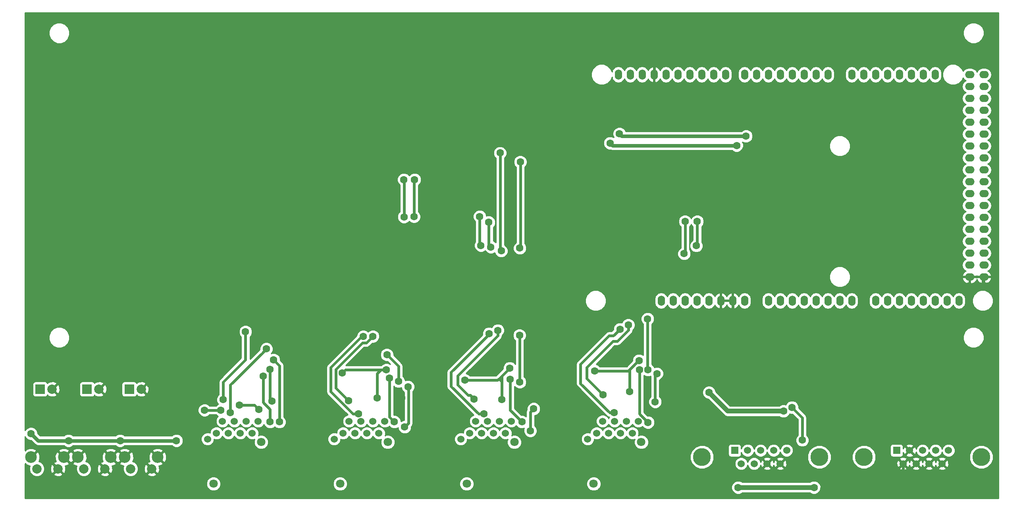
<source format=gbr>
G04 #@! TF.FileFunction,Copper,L1,Top,Signal*
%FSLAX46Y46*%
G04 Gerber Fmt 4.6, Leading zero omitted, Abs format (unit mm)*
G04 Created by KiCad (PCBNEW 4.1.0-alpha+201607130321+6976~46~ubuntu14.04.1-product) date Wed Jul 13 20:18:51 2016*
%MOMM*%
%LPD*%
G01*
G04 APERTURE LIST*
%ADD10C,0.100000*%
%ADD11C,2.500000*%
%ADD12C,2.000000*%
%ADD13C,3.810000*%
%ADD14R,1.524000X1.524000*%
%ADD15C,1.524000*%
%ADD16R,2.000000X2.000000*%
%ADD17O,1.524000X2.199640*%
%ADD18O,1.524000X2.197100*%
%ADD19O,1.998980X1.539240*%
%ADD20O,1.998980X1.536700*%
%ADD21C,1.800000*%
%ADD22C,1.600000*%
%ADD23C,1.000000*%
%ADD24C,0.800000*%
%ADD25C,0.600000*%
%ADD26C,0.254000*%
G04 APERTURE END LIST*
D10*
D11*
X79000000Y-135500000D03*
X86000000Y-135500000D03*
D12*
X80250000Y-138000000D03*
X84750000Y-138000000D03*
D11*
X69000000Y-135500000D03*
X76000000Y-135500000D03*
D12*
X70250000Y-138000000D03*
X74750000Y-138000000D03*
D11*
X89000000Y-135500000D03*
X96000000Y-135500000D03*
D12*
X90250000Y-138000000D03*
X94750000Y-138000000D03*
D13*
X246655000Y-135500000D03*
X271655000Y-135500000D03*
D14*
X253615000Y-134080000D03*
D15*
X256385000Y-134080000D03*
X259155000Y-134080000D03*
X261925000Y-134080000D03*
X264695000Y-134080000D03*
X263310000Y-136920000D03*
X260540000Y-136920000D03*
X257770000Y-136920000D03*
X255000000Y-136920000D03*
D16*
X89960000Y-121000000D03*
D12*
X92500000Y-121000000D03*
D16*
X80960000Y-121000000D03*
D12*
X83500000Y-121000000D03*
D16*
X70960000Y-121000000D03*
D12*
X73500000Y-121000000D03*
D17*
X203410000Y-102130000D03*
X205950000Y-102130000D03*
X208490000Y-102130000D03*
X211030000Y-102130000D03*
X213570000Y-102130000D03*
X216110000Y-102130000D03*
X218650000Y-102130000D03*
X221190000Y-102130000D03*
X226270000Y-102130000D03*
X228810000Y-102130000D03*
X231350000Y-102130000D03*
X233890000Y-102130000D03*
X236430000Y-102130000D03*
X238970000Y-102130000D03*
X241510000Y-102130000D03*
X244050000Y-102130000D03*
X249130000Y-102130000D03*
X251670000Y-102130000D03*
X254210000Y-102130000D03*
D18*
X256750000Y-102130000D03*
X259290000Y-102130000D03*
X261830000Y-102130000D03*
X264370000Y-102130000D03*
X266910000Y-102130000D03*
D19*
X269201080Y-97050000D03*
X269201080Y-94510000D03*
X269201080Y-91970000D03*
X269201080Y-89430000D03*
X269201080Y-86890000D03*
X269201080Y-84350000D03*
X269201080Y-81810000D03*
X269201080Y-79270000D03*
X269201080Y-76730000D03*
X269201080Y-74190000D03*
X269201080Y-71650000D03*
X269201080Y-69110000D03*
X269201080Y-66570000D03*
X269201080Y-64030000D03*
X269201080Y-61490000D03*
X269201080Y-58950000D03*
X269201080Y-56410000D03*
X269201080Y-53870000D03*
D20*
X272236380Y-97050000D03*
X272236380Y-94510000D03*
X272236380Y-91970000D03*
X272236380Y-89430000D03*
X272236380Y-86890000D03*
X272236380Y-84350000D03*
X272236380Y-81810000D03*
X272236380Y-79270000D03*
X272236380Y-76730000D03*
X272236380Y-74190000D03*
X272236380Y-71650000D03*
X272236380Y-69110000D03*
X272236380Y-66570000D03*
X272236380Y-64030000D03*
X272236380Y-61490000D03*
X272236380Y-58950000D03*
X272236380Y-56410000D03*
X272236380Y-53870000D03*
D18*
X261830000Y-53870000D03*
X259290000Y-53870000D03*
X256750000Y-53870000D03*
X254210000Y-53870000D03*
X251670000Y-53870000D03*
X249130000Y-53870000D03*
X246590000Y-53870000D03*
X244050000Y-53870000D03*
X238970000Y-53870000D03*
X236430000Y-53870000D03*
X233890000Y-53870000D03*
X231350000Y-53870000D03*
X228810000Y-53870000D03*
X226270000Y-53870000D03*
X223730000Y-53870000D03*
X221190000Y-53870000D03*
X217126000Y-53870000D03*
X214586000Y-53870000D03*
X212046000Y-53870000D03*
X209506000Y-53870000D03*
X206966000Y-53870000D03*
X204426000Y-53870000D03*
X201886000Y-53870000D03*
X199346000Y-53870000D03*
X196806000Y-53870000D03*
X194266000Y-53870000D03*
D15*
X108555000Y-130395000D03*
X111095000Y-130395000D03*
X113635000Y-130395000D03*
X116175000Y-130395000D03*
X109825000Y-127855000D03*
X112365000Y-127855000D03*
X114905000Y-127855000D03*
X117445000Y-127855000D03*
X106650000Y-131665000D03*
D21*
X107920000Y-141190000D03*
X118080000Y-132300000D03*
D15*
X135555000Y-130395000D03*
X138095000Y-130395000D03*
X140635000Y-130395000D03*
X143175000Y-130395000D03*
X136825000Y-127855000D03*
X139365000Y-127855000D03*
X141905000Y-127855000D03*
X144445000Y-127855000D03*
X133650000Y-131665000D03*
D21*
X134920000Y-141190000D03*
X145080000Y-132300000D03*
D15*
X162555000Y-130395000D03*
X165095000Y-130395000D03*
X167635000Y-130395000D03*
X170175000Y-130395000D03*
X163825000Y-127855000D03*
X166365000Y-127855000D03*
X168905000Y-127855000D03*
X171445000Y-127855000D03*
X160650000Y-131665000D03*
D21*
X161920000Y-141190000D03*
X172080000Y-132300000D03*
D15*
X189635000Y-130395000D03*
X192175000Y-130395000D03*
X194715000Y-130395000D03*
X197255000Y-130395000D03*
X190905000Y-127855000D03*
X193445000Y-127855000D03*
X195985000Y-127855000D03*
X198525000Y-127855000D03*
X187730000Y-131665000D03*
D21*
X189000000Y-141190000D03*
X199160000Y-132300000D03*
D13*
X212115000Y-135500000D03*
X237115000Y-135500000D03*
D14*
X219075000Y-134080000D03*
D15*
X221845000Y-134080000D03*
X224615000Y-134080000D03*
X227385000Y-134080000D03*
X230155000Y-134080000D03*
X228770000Y-136920000D03*
X226000000Y-136920000D03*
X223230000Y-136920000D03*
X220460000Y-136920000D03*
D22*
X236000000Y-142000000D03*
X219800000Y-142000000D03*
X69000000Y-130500000D03*
X77000000Y-132000000D03*
X88000000Y-132000000D03*
X100000000Y-132000000D03*
X144800000Y-116900000D03*
X161499994Y-119100000D03*
X229500000Y-125700000D03*
X213600000Y-121700000D03*
X198677241Y-114895010D03*
X196700000Y-121500000D03*
X189200000Y-117100000D03*
X135400010Y-117577143D03*
X142800000Y-122900000D03*
X169400000Y-123200000D03*
X171100000Y-116500000D03*
X120400000Y-123600000D03*
X120000000Y-116800000D03*
X117600000Y-125300000D03*
X113400000Y-124400000D03*
X227500000Y-139000000D03*
X255000000Y-141500000D03*
X263500000Y-141500000D03*
X272500000Y-99000000D03*
X269000000Y-99000000D03*
X202000000Y-51500000D03*
X200000000Y-56500000D03*
X218500000Y-105000000D03*
X216000000Y-105000000D03*
X190500000Y-109000000D03*
X162000000Y-111500000D03*
X111500000Y-111000000D03*
X136000000Y-110500000D03*
X87500000Y-138000000D03*
X94500000Y-120000000D03*
X86000000Y-121000000D03*
X76000000Y-121000000D03*
X123600000Y-121500000D03*
X148100000Y-122900000D03*
X174000000Y-123000000D03*
X204000000Y-120000000D03*
X231300000Y-124900000D03*
X233500000Y-131900000D03*
X208300000Y-92100000D03*
X191000000Y-122200000D03*
X196400000Y-107300000D03*
X208500000Y-85200000D03*
X164950000Y-90350000D03*
X164700000Y-84150000D03*
X200600000Y-116900000D03*
X200500000Y-106000000D03*
X144900000Y-113650000D03*
X147400000Y-119350000D03*
X210900000Y-90400000D03*
X211100000Y-85200000D03*
X167050000Y-90700000D03*
X166650000Y-85400000D03*
X163500000Y-123100000D03*
X168550000Y-108450000D03*
X110000000Y-123250000D03*
X114750000Y-108750000D03*
X136700000Y-123450000D03*
X141900000Y-109750000D03*
X150700000Y-84200000D03*
X150800000Y-76300000D03*
X148550000Y-84250000D03*
X148500000Y-76300000D03*
X173250000Y-119500000D03*
X173250000Y-90900000D03*
X173350000Y-72500000D03*
X173200000Y-109500000D03*
X169050000Y-70600000D03*
X169300000Y-91500000D03*
X120749990Y-114750000D03*
X122000000Y-128000000D03*
X118500000Y-118250012D03*
X120000000Y-128000000D03*
X109500000Y-125500000D03*
X106000000Y-125500000D03*
X119196063Y-112419094D03*
X111500000Y-126000000D03*
X149400000Y-120500000D03*
X148700000Y-129100000D03*
X145414224Y-118683874D03*
X146500000Y-128000000D03*
X138800000Y-126300000D03*
X139850011Y-109752511D03*
X176200000Y-125200000D03*
X175500000Y-129900000D03*
X171200000Y-118874616D03*
X173700000Y-128000000D03*
X165600000Y-126300000D03*
X166700000Y-109150000D03*
X202500000Y-117700000D03*
X202100000Y-123700000D03*
X198800000Y-116900000D03*
X200600000Y-128100000D03*
X194600000Y-108200000D03*
X193400000Y-126000000D03*
X192500000Y-68500000D03*
X219500000Y-69000000D03*
X194500000Y-66500000D03*
X221500000Y-67000000D03*
D23*
X219800000Y-142000000D02*
X236000000Y-142000000D01*
D24*
X69000000Y-130500000D02*
X70500000Y-132000000D01*
X70500000Y-132000000D02*
X77000000Y-132000000D01*
X88000000Y-132000000D02*
X77000000Y-132000000D01*
X100000000Y-132000000D02*
X88000000Y-132000000D01*
D25*
X143600000Y-116900000D02*
X142800000Y-117700000D01*
X142800000Y-117700000D02*
X142800000Y-122900000D01*
X144800000Y-116900000D02*
X143600000Y-116900000D01*
X144800000Y-116900000D02*
X136077153Y-116900000D01*
X136077153Y-116900000D02*
X135400010Y-117577143D01*
X162631364Y-119100000D02*
X161499994Y-119100000D01*
X168500000Y-119100000D02*
X162631364Y-119100000D01*
X168800000Y-118800000D02*
X168500000Y-119100000D01*
D23*
X213600000Y-121700000D02*
X217600000Y-125700000D01*
X217600000Y-125700000D02*
X229500000Y-125700000D01*
D25*
X197888902Y-115633297D02*
X198627189Y-114895010D01*
X198627189Y-114895010D02*
X198677241Y-114895010D01*
X196700000Y-116822199D02*
X197888902Y-115633297D01*
X196700000Y-121500000D02*
X196700000Y-116822199D01*
X196422199Y-117100000D02*
X197888902Y-115633297D01*
X189200000Y-117100000D02*
X196422199Y-117100000D01*
X169400000Y-118200000D02*
X169400000Y-119400000D01*
X169400000Y-119400000D02*
X169400000Y-123200000D01*
X168800000Y-118800000D02*
X169400000Y-119400000D01*
X171100000Y-116500000D02*
X169400000Y-118200000D01*
X168800000Y-118800000D02*
X171100000Y-116500000D01*
X168800000Y-118800000D02*
X169400000Y-118200000D01*
X120000000Y-116800000D02*
X120000000Y-123200000D01*
X120000000Y-123200000D02*
X120400000Y-123600000D01*
X113400000Y-124400000D02*
X116700000Y-124400000D01*
X116700000Y-124400000D02*
X117600000Y-125300000D01*
X255000000Y-137000000D02*
X255000000Y-141500000D01*
X271990000Y-97050000D02*
X271990000Y-98490000D01*
X271990000Y-98490000D02*
X272500000Y-99000000D01*
X201886000Y-53870000D02*
X201886000Y-51614000D01*
X201886000Y-51614000D02*
X202000000Y-51500000D01*
X218650000Y-102130000D02*
X218650000Y-104850000D01*
X218650000Y-104850000D02*
X218500000Y-105000000D01*
X233500000Y-131900000D02*
X233500000Y-127100000D01*
X233500000Y-127100000D02*
X231300000Y-124900000D01*
X196400000Y-107300000D02*
X196400000Y-108431370D01*
X194031370Y-110800000D02*
X193100000Y-110800000D01*
X196400000Y-108431370D02*
X194031370Y-110800000D01*
X193100000Y-110800000D02*
X187500000Y-116400000D01*
X187500000Y-116400000D02*
X187500000Y-118700000D01*
X187500000Y-118700000D02*
X191000000Y-122200000D01*
X208500000Y-85200000D02*
X208500000Y-91900000D01*
X208500000Y-91900000D02*
X208300000Y-92100000D01*
X164700000Y-84150000D02*
X164700000Y-90100000D01*
X164700000Y-90100000D02*
X164950000Y-90350000D01*
X200500000Y-106000000D02*
X200500000Y-116800000D01*
X200500000Y-116800000D02*
X200600000Y-116900000D01*
X147400000Y-116150000D02*
X145699999Y-114449999D01*
X147400000Y-119350000D02*
X147400000Y-116150000D01*
X145699999Y-114449999D02*
X144900000Y-113650000D01*
X211100000Y-85200000D02*
X211100000Y-90200000D01*
X211100000Y-90200000D02*
X210900000Y-90400000D01*
X168550000Y-108450000D02*
X168550000Y-109581370D01*
X168550000Y-109581370D02*
X160000000Y-118131370D01*
X160000000Y-118131370D02*
X160000000Y-120100000D01*
X160000000Y-120100000D02*
X162200001Y-122300001D01*
X162200001Y-122300001D02*
X162700001Y-122300001D01*
X162700001Y-122300001D02*
X163500000Y-123100000D01*
X166650000Y-85400000D02*
X166650000Y-90300000D01*
X166650000Y-90300000D02*
X167050000Y-90700000D01*
X114750000Y-108750000D02*
X114750000Y-114750000D01*
X114750000Y-114750000D02*
X110000000Y-119500000D01*
X110000000Y-119500000D02*
X110000000Y-123250000D01*
X141900000Y-109750000D02*
X140500000Y-111150000D01*
X140500000Y-111150000D02*
X139650000Y-111150000D01*
X139650000Y-111150000D02*
X134000000Y-116800000D01*
X134000000Y-116800000D02*
X134000000Y-120750000D01*
X134000000Y-120750000D02*
X136700000Y-123450000D01*
X150800000Y-76300000D02*
X150700000Y-76400000D01*
X150700000Y-76400000D02*
X150700000Y-84200000D01*
X148500000Y-76300000D02*
X148550000Y-76350000D01*
X148550000Y-76350000D02*
X148550000Y-84250000D01*
X173250000Y-119500000D02*
X173250000Y-109550000D01*
X173250000Y-109550000D02*
X173200000Y-109500000D01*
X173350000Y-90800000D02*
X173250000Y-90900000D01*
X173350000Y-72500000D02*
X173350000Y-90800000D01*
X169050000Y-91250000D02*
X169300000Y-91500000D01*
X169050000Y-70600000D02*
X169050000Y-91250000D01*
X120749990Y-114750000D02*
X122000000Y-116000010D01*
X122000000Y-116000010D02*
X122000000Y-128000000D01*
X120000000Y-128000000D02*
X120000000Y-125300000D01*
X120000000Y-125300000D02*
X118500000Y-123800000D01*
X118500000Y-123800000D02*
X118500000Y-118250012D01*
X106000000Y-125500000D02*
X109500000Y-125500000D01*
X111500000Y-126000000D02*
X111500000Y-120115157D01*
X111500000Y-120115157D02*
X118396064Y-113219093D01*
X118396064Y-113219093D02*
X119196063Y-112419094D01*
X148700000Y-129100000D02*
X149499999Y-128300001D01*
X149499999Y-128300001D02*
X149499999Y-120599999D01*
X149499999Y-120599999D02*
X149400000Y-120500000D01*
X145414224Y-126914224D02*
X145414224Y-118683874D01*
X146500000Y-128000000D02*
X145414224Y-126914224D01*
X139850011Y-109752511D02*
X139547489Y-109752511D01*
X139547489Y-109752511D02*
X132900000Y-116400000D01*
X137668630Y-126300000D02*
X138800000Y-126300000D01*
X132900000Y-116400000D02*
X132900000Y-121531370D01*
X132900000Y-121531370D02*
X137668630Y-126300000D01*
X175500000Y-129900000D02*
X175500000Y-125900000D01*
X175500000Y-125900000D02*
X176200000Y-125200000D01*
X171200000Y-120005986D02*
X171200000Y-118874616D01*
X171200000Y-125500000D02*
X171200000Y-120005986D01*
X173700000Y-128000000D02*
X171200000Y-125500000D01*
X166700000Y-109150000D02*
X166700000Y-109300000D01*
X166700000Y-109300000D02*
X158600000Y-117400000D01*
X158600000Y-117400000D02*
X158600000Y-120431370D01*
X158600000Y-120431370D02*
X164468630Y-126300000D01*
X164468630Y-126300000D02*
X165600000Y-126300000D01*
X202100000Y-123700000D02*
X202100000Y-118100000D01*
X202100000Y-118100000D02*
X202500000Y-117700000D01*
X200600000Y-128100000D02*
X198800000Y-126300000D01*
X198800000Y-126300000D02*
X198800000Y-116900000D01*
X193400000Y-126000000D02*
X192400000Y-126000000D01*
X192400000Y-126000000D02*
X186200000Y-119800000D01*
X186200000Y-119800000D02*
X186200000Y-115700000D01*
X186200000Y-115700000D02*
X192300000Y-109600000D01*
X192300000Y-109600000D02*
X193200000Y-109600000D01*
X193200000Y-109600000D02*
X194600000Y-108200000D01*
D24*
X219500000Y-69000000D02*
X193000000Y-69000000D01*
X193000000Y-69000000D02*
X192500000Y-68500000D01*
X221500000Y-67000000D02*
X195000000Y-67000000D01*
X195000000Y-67000000D02*
X194500000Y-66500000D01*
D26*
G36*
X275290000Y-144290000D02*
X67710000Y-144290000D01*
X67710000Y-141493991D01*
X106384735Y-141493991D01*
X106617932Y-142058371D01*
X107049357Y-142490551D01*
X107613330Y-142724733D01*
X108223991Y-142725265D01*
X108788371Y-142492068D01*
X109220551Y-142060643D01*
X109454733Y-141496670D01*
X109454735Y-141493991D01*
X133384735Y-141493991D01*
X133617932Y-142058371D01*
X134049357Y-142490551D01*
X134613330Y-142724733D01*
X135223991Y-142725265D01*
X135788371Y-142492068D01*
X136220551Y-142060643D01*
X136454733Y-141496670D01*
X136454735Y-141493991D01*
X160384735Y-141493991D01*
X160617932Y-142058371D01*
X161049357Y-142490551D01*
X161613330Y-142724733D01*
X162223991Y-142725265D01*
X162788371Y-142492068D01*
X163220551Y-142060643D01*
X163454733Y-141496670D01*
X163454735Y-141493991D01*
X187464735Y-141493991D01*
X187697932Y-142058371D01*
X188129357Y-142490551D01*
X188693330Y-142724733D01*
X189303991Y-142725265D01*
X189868371Y-142492068D01*
X190076615Y-142284187D01*
X218364752Y-142284187D01*
X218582757Y-142811800D01*
X218986077Y-143215824D01*
X219513309Y-143434750D01*
X220084187Y-143435248D01*
X220611800Y-143217243D01*
X220694187Y-143135000D01*
X235105394Y-143135000D01*
X235186077Y-143215824D01*
X235713309Y-143434750D01*
X236284187Y-143435248D01*
X236811800Y-143217243D01*
X237215824Y-142813923D01*
X237434750Y-142286691D01*
X237435248Y-141715813D01*
X237217243Y-141188200D01*
X236813923Y-140784176D01*
X236286691Y-140565250D01*
X235715813Y-140564752D01*
X235188200Y-140782757D01*
X235105813Y-140865000D01*
X220694606Y-140865000D01*
X220613923Y-140784176D01*
X220086691Y-140565250D01*
X219515813Y-140564752D01*
X218988200Y-140782757D01*
X218584176Y-141186077D01*
X218365250Y-141713309D01*
X218364752Y-142284187D01*
X190076615Y-142284187D01*
X190300551Y-142060643D01*
X190534733Y-141496670D01*
X190535265Y-140886009D01*
X190302068Y-140321629D01*
X189870643Y-139889449D01*
X189306670Y-139655267D01*
X188696009Y-139654735D01*
X188131629Y-139887932D01*
X187699449Y-140319357D01*
X187465267Y-140883330D01*
X187464735Y-141493991D01*
X163454735Y-141493991D01*
X163455265Y-140886009D01*
X163222068Y-140321629D01*
X162790643Y-139889449D01*
X162226670Y-139655267D01*
X161616009Y-139654735D01*
X161051629Y-139887932D01*
X160619449Y-140319357D01*
X160385267Y-140883330D01*
X160384735Y-141493991D01*
X136454735Y-141493991D01*
X136455265Y-140886009D01*
X136222068Y-140321629D01*
X135790643Y-139889449D01*
X135226670Y-139655267D01*
X134616009Y-139654735D01*
X134051629Y-139887932D01*
X133619449Y-140319357D01*
X133385267Y-140883330D01*
X133384735Y-141493991D01*
X109454735Y-141493991D01*
X109455265Y-140886009D01*
X109222068Y-140321629D01*
X108790643Y-139889449D01*
X108226670Y-139655267D01*
X107616009Y-139654735D01*
X107051629Y-139887932D01*
X106619449Y-140319357D01*
X106385267Y-140883330D01*
X106384735Y-141493991D01*
X67710000Y-141493991D01*
X67710000Y-136924500D01*
X67732554Y-136947054D01*
X67846286Y-136833322D01*
X67975533Y-137126123D01*
X68675806Y-137394388D01*
X68731744Y-137392885D01*
X68615284Y-137673352D01*
X68614716Y-138323795D01*
X68863106Y-138924943D01*
X69322637Y-139385278D01*
X69923352Y-139634716D01*
X70573795Y-139635284D01*
X71174943Y-139386894D01*
X71409715Y-139152532D01*
X73777073Y-139152532D01*
X73875736Y-139419387D01*
X74485461Y-139645908D01*
X75135460Y-139621856D01*
X75624264Y-139419387D01*
X75722927Y-139152532D01*
X74750000Y-138179605D01*
X73777073Y-139152532D01*
X71409715Y-139152532D01*
X71635278Y-138927363D01*
X71884716Y-138326648D01*
X71885232Y-137735461D01*
X73104092Y-137735461D01*
X73128144Y-138385460D01*
X73330613Y-138874264D01*
X73597468Y-138972927D01*
X74570395Y-138000000D01*
X73597468Y-137027073D01*
X73330613Y-137125736D01*
X73104092Y-137735461D01*
X71885232Y-137735461D01*
X71885284Y-137676205D01*
X71636894Y-137075057D01*
X71409703Y-136847468D01*
X73777073Y-136847468D01*
X74750000Y-137820395D01*
X74764143Y-137806253D01*
X74943748Y-137985858D01*
X74929605Y-138000000D01*
X75902532Y-138972927D01*
X76169387Y-138874264D01*
X76395908Y-138264539D01*
X76371856Y-137614540D01*
X76274010Y-137378318D01*
X76425435Y-137374250D01*
X77024467Y-137126123D01*
X77153715Y-136833320D01*
X77846285Y-136833320D01*
X77975533Y-137126123D01*
X78675806Y-137394388D01*
X78731744Y-137392885D01*
X78615284Y-137673352D01*
X78614716Y-138323795D01*
X78863106Y-138924943D01*
X79322637Y-139385278D01*
X79923352Y-139634716D01*
X80573795Y-139635284D01*
X81174943Y-139386894D01*
X81409715Y-139152532D01*
X83777073Y-139152532D01*
X83875736Y-139419387D01*
X84485461Y-139645908D01*
X85135460Y-139621856D01*
X85624264Y-139419387D01*
X85722927Y-139152532D01*
X84750000Y-138179605D01*
X83777073Y-139152532D01*
X81409715Y-139152532D01*
X81635278Y-138927363D01*
X81884716Y-138326648D01*
X81885232Y-137735461D01*
X83104092Y-137735461D01*
X83128144Y-138385460D01*
X83330613Y-138874264D01*
X83597468Y-138972927D01*
X84570395Y-138000000D01*
X83597468Y-137027073D01*
X83330613Y-137125736D01*
X83104092Y-137735461D01*
X81885232Y-137735461D01*
X81885284Y-137676205D01*
X81636894Y-137075057D01*
X81409703Y-136847468D01*
X83777073Y-136847468D01*
X84750000Y-137820395D01*
X84764143Y-137806253D01*
X84943748Y-137985858D01*
X84929605Y-138000000D01*
X85902532Y-138972927D01*
X86169387Y-138874264D01*
X86395908Y-138264539D01*
X86371856Y-137614540D01*
X86274010Y-137378318D01*
X86425435Y-137374250D01*
X87024467Y-137126123D01*
X87153715Y-136833320D01*
X87846285Y-136833320D01*
X87975533Y-137126123D01*
X88675806Y-137394388D01*
X88731744Y-137392885D01*
X88615284Y-137673352D01*
X88614716Y-138323795D01*
X88863106Y-138924943D01*
X89322637Y-139385278D01*
X89923352Y-139634716D01*
X90573795Y-139635284D01*
X91174943Y-139386894D01*
X91409715Y-139152532D01*
X93777073Y-139152532D01*
X93875736Y-139419387D01*
X94485461Y-139645908D01*
X95135460Y-139621856D01*
X95624264Y-139419387D01*
X95722927Y-139152532D01*
X94750000Y-138179605D01*
X93777073Y-139152532D01*
X91409715Y-139152532D01*
X91635278Y-138927363D01*
X91884716Y-138326648D01*
X91885232Y-137735461D01*
X93104092Y-137735461D01*
X93128144Y-138385460D01*
X93330613Y-138874264D01*
X93597468Y-138972927D01*
X94570395Y-138000000D01*
X93597468Y-137027073D01*
X93330613Y-137125736D01*
X93104092Y-137735461D01*
X91885232Y-137735461D01*
X91885284Y-137676205D01*
X91636894Y-137075057D01*
X91409703Y-136847468D01*
X93777073Y-136847468D01*
X94750000Y-137820395D01*
X94764143Y-137806253D01*
X94943748Y-137985858D01*
X94929605Y-138000000D01*
X95902532Y-138972927D01*
X96169387Y-138874264D01*
X96395908Y-138264539D01*
X96371856Y-137614540D01*
X96274010Y-137378318D01*
X96425435Y-137374250D01*
X97024467Y-137126123D01*
X97153715Y-136833320D01*
X96000000Y-135679605D01*
X95985858Y-135693748D01*
X95806253Y-135514143D01*
X95820395Y-135500000D01*
X96179605Y-135500000D01*
X97333320Y-136653715D01*
X97626123Y-136524467D01*
X97825881Y-136003021D01*
X209574560Y-136003021D01*
X209960437Y-136936915D01*
X210674327Y-137652052D01*
X211607546Y-138039559D01*
X212618021Y-138040440D01*
X213551915Y-137654563D01*
X214010616Y-137196661D01*
X219062758Y-137196661D01*
X219274990Y-137710303D01*
X219667630Y-138103629D01*
X220180900Y-138316757D01*
X220736661Y-138317242D01*
X221250303Y-138105010D01*
X221643629Y-137712370D01*
X221845233Y-137226853D01*
X222044990Y-137710303D01*
X222437630Y-138103629D01*
X222950900Y-138316757D01*
X223506661Y-138317242D01*
X224020303Y-138105010D01*
X224225457Y-137900213D01*
X225199392Y-137900213D01*
X225268857Y-138142397D01*
X225792302Y-138329144D01*
X226347368Y-138301362D01*
X226731143Y-138142397D01*
X226800608Y-137900213D01*
X227969392Y-137900213D01*
X228038857Y-138142397D01*
X228562302Y-138329144D01*
X229117368Y-138301362D01*
X229501143Y-138142397D01*
X229570608Y-137900213D01*
X228770000Y-137099605D01*
X227969392Y-137900213D01*
X226800608Y-137900213D01*
X226000000Y-137099605D01*
X225199392Y-137900213D01*
X224225457Y-137900213D01*
X224413629Y-137712370D01*
X224616462Y-137223893D01*
X224618638Y-137267368D01*
X224777603Y-137651143D01*
X225019787Y-137720608D01*
X225820395Y-136920000D01*
X226179605Y-136920000D01*
X226980213Y-137720608D01*
X227222397Y-137651143D01*
X227385030Y-137195288D01*
X227388638Y-137267368D01*
X227547603Y-137651143D01*
X227789787Y-137720608D01*
X228590395Y-136920000D01*
X228949605Y-136920000D01*
X229750213Y-137720608D01*
X229992397Y-137651143D01*
X230179144Y-137127698D01*
X230151362Y-136572632D01*
X229992397Y-136188857D01*
X229750213Y-136119392D01*
X228949605Y-136920000D01*
X228590395Y-136920000D01*
X227789787Y-136119392D01*
X227547603Y-136188857D01*
X227384970Y-136644712D01*
X227381362Y-136572632D01*
X227222397Y-136188857D01*
X226980213Y-136119392D01*
X226179605Y-136920000D01*
X225820395Y-136920000D01*
X225019787Y-136119392D01*
X224777603Y-136188857D01*
X224620919Y-136628036D01*
X224415010Y-136129697D01*
X224225432Y-135939787D01*
X225199392Y-135939787D01*
X226000000Y-136740395D01*
X226800608Y-135939787D01*
X227969392Y-135939787D01*
X228770000Y-136740395D01*
X229507374Y-136003021D01*
X234574560Y-136003021D01*
X234960437Y-136936915D01*
X235674327Y-137652052D01*
X236607546Y-138039559D01*
X237618021Y-138040440D01*
X238551915Y-137654563D01*
X239267052Y-136940673D01*
X239654559Y-136007454D01*
X239654562Y-136003021D01*
X244114560Y-136003021D01*
X244500437Y-136936915D01*
X245214327Y-137652052D01*
X246147546Y-138039559D01*
X247158021Y-138040440D01*
X247497396Y-137900213D01*
X254199392Y-137900213D01*
X254268857Y-138142397D01*
X254792302Y-138329144D01*
X255347368Y-138301362D01*
X255731143Y-138142397D01*
X255800608Y-137900213D01*
X256969392Y-137900213D01*
X257038857Y-138142397D01*
X257562302Y-138329144D01*
X258117368Y-138301362D01*
X258501143Y-138142397D01*
X258570608Y-137900213D01*
X259739392Y-137900213D01*
X259808857Y-138142397D01*
X260332302Y-138329144D01*
X260887368Y-138301362D01*
X261271143Y-138142397D01*
X261340608Y-137900213D01*
X262509392Y-137900213D01*
X262578857Y-138142397D01*
X263102302Y-138329144D01*
X263657368Y-138301362D01*
X264041143Y-138142397D01*
X264110608Y-137900213D01*
X263310000Y-137099605D01*
X262509392Y-137900213D01*
X261340608Y-137900213D01*
X260540000Y-137099605D01*
X259739392Y-137900213D01*
X258570608Y-137900213D01*
X257770000Y-137099605D01*
X256969392Y-137900213D01*
X255800608Y-137900213D01*
X255000000Y-137099605D01*
X254199392Y-137900213D01*
X247497396Y-137900213D01*
X248091915Y-137654563D01*
X248807052Y-136940673D01*
X248901880Y-136712302D01*
X253590856Y-136712302D01*
X253618638Y-137267368D01*
X253777603Y-137651143D01*
X254019787Y-137720608D01*
X254820395Y-136920000D01*
X255179605Y-136920000D01*
X255980213Y-137720608D01*
X256222397Y-137651143D01*
X256385030Y-137195288D01*
X256388638Y-137267368D01*
X256547603Y-137651143D01*
X256789787Y-137720608D01*
X257590395Y-136920000D01*
X257949605Y-136920000D01*
X258750213Y-137720608D01*
X258992397Y-137651143D01*
X259155030Y-137195288D01*
X259158638Y-137267368D01*
X259317603Y-137651143D01*
X259559787Y-137720608D01*
X260360395Y-136920000D01*
X260719605Y-136920000D01*
X261520213Y-137720608D01*
X261762397Y-137651143D01*
X261925030Y-137195288D01*
X261928638Y-137267368D01*
X262087603Y-137651143D01*
X262329787Y-137720608D01*
X263130395Y-136920000D01*
X263489605Y-136920000D01*
X264290213Y-137720608D01*
X264532397Y-137651143D01*
X264719144Y-137127698D01*
X264691362Y-136572632D01*
X264532397Y-136188857D01*
X264290213Y-136119392D01*
X263489605Y-136920000D01*
X263130395Y-136920000D01*
X262329787Y-136119392D01*
X262087603Y-136188857D01*
X261924970Y-136644712D01*
X261921362Y-136572632D01*
X261762397Y-136188857D01*
X261520213Y-136119392D01*
X260719605Y-136920000D01*
X260360395Y-136920000D01*
X259559787Y-136119392D01*
X259317603Y-136188857D01*
X259154970Y-136644712D01*
X259151362Y-136572632D01*
X258992397Y-136188857D01*
X258750213Y-136119392D01*
X257949605Y-136920000D01*
X257590395Y-136920000D01*
X256789787Y-136119392D01*
X256547603Y-136188857D01*
X256384970Y-136644712D01*
X256381362Y-136572632D01*
X256222397Y-136188857D01*
X255980213Y-136119392D01*
X255179605Y-136920000D01*
X254820395Y-136920000D01*
X254019787Y-136119392D01*
X253777603Y-136188857D01*
X253590856Y-136712302D01*
X248901880Y-136712302D01*
X249194559Y-136007454D01*
X249194617Y-135939787D01*
X254199392Y-135939787D01*
X255000000Y-136740395D01*
X255800608Y-135939787D01*
X256969392Y-135939787D01*
X257770000Y-136740395D01*
X258570608Y-135939787D01*
X259739392Y-135939787D01*
X260540000Y-136740395D01*
X261340608Y-135939787D01*
X262509392Y-135939787D01*
X263310000Y-136740395D01*
X264047374Y-136003021D01*
X269114560Y-136003021D01*
X269500437Y-136936915D01*
X270214327Y-137652052D01*
X271147546Y-138039559D01*
X272158021Y-138040440D01*
X273091915Y-137654563D01*
X273807052Y-136940673D01*
X274194559Y-136007454D01*
X274195440Y-134996979D01*
X273809563Y-134063085D01*
X273095673Y-133347948D01*
X272162454Y-132960441D01*
X271151979Y-132959560D01*
X270218085Y-133345437D01*
X269502948Y-134059327D01*
X269115441Y-134992546D01*
X269114560Y-136003021D01*
X264047374Y-136003021D01*
X264110608Y-135939787D01*
X264041143Y-135697603D01*
X263517698Y-135510856D01*
X262962632Y-135538638D01*
X262578857Y-135697603D01*
X262509392Y-135939787D01*
X261340608Y-135939787D01*
X261271143Y-135697603D01*
X260747698Y-135510856D01*
X260192632Y-135538638D01*
X259808857Y-135697603D01*
X259739392Y-135939787D01*
X258570608Y-135939787D01*
X258501143Y-135697603D01*
X257977698Y-135510856D01*
X257422632Y-135538638D01*
X257038857Y-135697603D01*
X256969392Y-135939787D01*
X255800608Y-135939787D01*
X255731143Y-135697603D01*
X255207698Y-135510856D01*
X254652632Y-135538638D01*
X254268857Y-135697603D01*
X254199392Y-135939787D01*
X249194617Y-135939787D01*
X249195440Y-134996979D01*
X248809563Y-134063085D01*
X248095673Y-133347948D01*
X248023551Y-133318000D01*
X252205560Y-133318000D01*
X252205560Y-134842000D01*
X252254843Y-135089765D01*
X252395191Y-135299809D01*
X252605235Y-135440157D01*
X252853000Y-135489440D01*
X254377000Y-135489440D01*
X254624765Y-135440157D01*
X254834809Y-135299809D01*
X254975157Y-135089765D01*
X254981035Y-135060213D01*
X255584392Y-135060213D01*
X255653857Y-135302397D01*
X256177302Y-135489144D01*
X256732368Y-135461362D01*
X257116143Y-135302397D01*
X257185608Y-135060213D01*
X256385000Y-134259605D01*
X255584392Y-135060213D01*
X254981035Y-135060213D01*
X255024440Y-134842000D01*
X255024440Y-134477588D01*
X255162603Y-134811143D01*
X255404787Y-134880608D01*
X256205395Y-134080000D01*
X256564605Y-134080000D01*
X257365213Y-134880608D01*
X257607397Y-134811143D01*
X257764081Y-134371964D01*
X257969990Y-134870303D01*
X258362630Y-135263629D01*
X258875900Y-135476757D01*
X259431661Y-135477242D01*
X259945303Y-135265010D01*
X260338629Y-134872370D01*
X260540233Y-134386853D01*
X260739990Y-134870303D01*
X261132630Y-135263629D01*
X261645900Y-135476757D01*
X262201661Y-135477242D01*
X262715303Y-135265010D01*
X263108629Y-134872370D01*
X263310233Y-134386853D01*
X263509990Y-134870303D01*
X263902630Y-135263629D01*
X264415900Y-135476757D01*
X264971661Y-135477242D01*
X265485303Y-135265010D01*
X265878629Y-134872370D01*
X266091757Y-134359100D01*
X266092242Y-133803339D01*
X265880010Y-133289697D01*
X265487370Y-132896371D01*
X264974100Y-132683243D01*
X264418339Y-132682758D01*
X263904697Y-132894990D01*
X263511371Y-133287630D01*
X263309767Y-133773147D01*
X263110010Y-133289697D01*
X262717370Y-132896371D01*
X262204100Y-132683243D01*
X261648339Y-132682758D01*
X261134697Y-132894990D01*
X260741371Y-133287630D01*
X260539767Y-133773147D01*
X260340010Y-133289697D01*
X259947370Y-132896371D01*
X259434100Y-132683243D01*
X258878339Y-132682758D01*
X258364697Y-132894990D01*
X257971371Y-133287630D01*
X257768538Y-133776107D01*
X257766362Y-133732632D01*
X257607397Y-133348857D01*
X257365213Y-133279392D01*
X256564605Y-134080000D01*
X256205395Y-134080000D01*
X255404787Y-133279392D01*
X255162603Y-133348857D01*
X255024440Y-133736123D01*
X255024440Y-133318000D01*
X254981036Y-133099787D01*
X255584392Y-133099787D01*
X256385000Y-133900395D01*
X257185608Y-133099787D01*
X257116143Y-132857603D01*
X256592698Y-132670856D01*
X256037632Y-132698638D01*
X255653857Y-132857603D01*
X255584392Y-133099787D01*
X254981036Y-133099787D01*
X254975157Y-133070235D01*
X254834809Y-132860191D01*
X254624765Y-132719843D01*
X254377000Y-132670560D01*
X252853000Y-132670560D01*
X252605235Y-132719843D01*
X252395191Y-132860191D01*
X252254843Y-133070235D01*
X252205560Y-133318000D01*
X248023551Y-133318000D01*
X247162454Y-132960441D01*
X246151979Y-132959560D01*
X245218085Y-133345437D01*
X244502948Y-134059327D01*
X244115441Y-134992546D01*
X244114560Y-136003021D01*
X239654562Y-136003021D01*
X239655440Y-134996979D01*
X239269563Y-134063085D01*
X238555673Y-133347948D01*
X237622454Y-132960441D01*
X236611979Y-132959560D01*
X235678085Y-133345437D01*
X234962948Y-134059327D01*
X234575441Y-134992546D01*
X234574560Y-136003021D01*
X229507374Y-136003021D01*
X229570608Y-135939787D01*
X229501143Y-135697603D01*
X228977698Y-135510856D01*
X228422632Y-135538638D01*
X228038857Y-135697603D01*
X227969392Y-135939787D01*
X226800608Y-135939787D01*
X226731143Y-135697603D01*
X226207698Y-135510856D01*
X225652632Y-135538638D01*
X225268857Y-135697603D01*
X225199392Y-135939787D01*
X224225432Y-135939787D01*
X224022370Y-135736371D01*
X223509100Y-135523243D01*
X222953339Y-135522758D01*
X222439697Y-135734990D01*
X222046371Y-136127630D01*
X221844767Y-136613147D01*
X221645010Y-136129697D01*
X221252370Y-135736371D01*
X220739100Y-135523243D01*
X220183339Y-135522758D01*
X219669697Y-135734990D01*
X219276371Y-136127630D01*
X219063243Y-136640900D01*
X219062758Y-137196661D01*
X214010616Y-137196661D01*
X214267052Y-136940673D01*
X214654559Y-136007454D01*
X214655440Y-134996979D01*
X214269563Y-134063085D01*
X213555673Y-133347948D01*
X213483551Y-133318000D01*
X217665560Y-133318000D01*
X217665560Y-134842000D01*
X217714843Y-135089765D01*
X217855191Y-135299809D01*
X218065235Y-135440157D01*
X218313000Y-135489440D01*
X219837000Y-135489440D01*
X220084765Y-135440157D01*
X220294809Y-135299809D01*
X220435157Y-135089765D01*
X220484440Y-134842000D01*
X220484440Y-134445438D01*
X220659990Y-134870303D01*
X221052630Y-135263629D01*
X221565900Y-135476757D01*
X222121661Y-135477242D01*
X222635303Y-135265010D01*
X223028629Y-134872370D01*
X223230233Y-134386853D01*
X223429990Y-134870303D01*
X223822630Y-135263629D01*
X224335900Y-135476757D01*
X224891661Y-135477242D01*
X225405303Y-135265010D01*
X225798629Y-134872370D01*
X226000233Y-134386853D01*
X226199990Y-134870303D01*
X226592630Y-135263629D01*
X227105900Y-135476757D01*
X227661661Y-135477242D01*
X228175303Y-135265010D01*
X228568629Y-134872370D01*
X228770233Y-134386853D01*
X228969990Y-134870303D01*
X229362630Y-135263629D01*
X229875900Y-135476757D01*
X230431661Y-135477242D01*
X230945303Y-135265010D01*
X231338629Y-134872370D01*
X231551757Y-134359100D01*
X231552242Y-133803339D01*
X231340010Y-133289697D01*
X230947370Y-132896371D01*
X230434100Y-132683243D01*
X229878339Y-132682758D01*
X229364697Y-132894990D01*
X228971371Y-133287630D01*
X228769767Y-133773147D01*
X228570010Y-133289697D01*
X228177370Y-132896371D01*
X227664100Y-132683243D01*
X227108339Y-132682758D01*
X226594697Y-132894990D01*
X226201371Y-133287630D01*
X225999767Y-133773147D01*
X225800010Y-133289697D01*
X225407370Y-132896371D01*
X224894100Y-132683243D01*
X224338339Y-132682758D01*
X223824697Y-132894990D01*
X223431371Y-133287630D01*
X223229767Y-133773147D01*
X223030010Y-133289697D01*
X222637370Y-132896371D01*
X222124100Y-132683243D01*
X221568339Y-132682758D01*
X221054697Y-132894990D01*
X220661371Y-133287630D01*
X220484440Y-133713728D01*
X220484440Y-133318000D01*
X220435157Y-133070235D01*
X220294809Y-132860191D01*
X220084765Y-132719843D01*
X219837000Y-132670560D01*
X218313000Y-132670560D01*
X218065235Y-132719843D01*
X217855191Y-132860191D01*
X217714843Y-133070235D01*
X217665560Y-133318000D01*
X213483551Y-133318000D01*
X212622454Y-132960441D01*
X211611979Y-132959560D01*
X210678085Y-133345437D01*
X209962948Y-134059327D01*
X209575441Y-134992546D01*
X209574560Y-136003021D01*
X97825881Y-136003021D01*
X97894388Y-135824194D01*
X97874250Y-135074565D01*
X97626123Y-134475533D01*
X97333320Y-134346285D01*
X96179605Y-135500000D01*
X95820395Y-135500000D01*
X94666680Y-134346285D01*
X94373877Y-134475533D01*
X94105612Y-135175806D01*
X94125750Y-135925435D01*
X94320777Y-136396271D01*
X93875736Y-136580613D01*
X93777073Y-136847468D01*
X91409703Y-136847468D01*
X91177363Y-136614722D01*
X90671945Y-136404855D01*
X90894388Y-135824194D01*
X90874250Y-135074565D01*
X90626123Y-134475533D01*
X90333320Y-134346285D01*
X89179605Y-135500000D01*
X89193748Y-135514143D01*
X89014143Y-135693748D01*
X89000000Y-135679605D01*
X87846285Y-136833320D01*
X87153715Y-136833320D01*
X86000000Y-135679605D01*
X85985858Y-135693748D01*
X85806253Y-135514143D01*
X85820395Y-135500000D01*
X86179605Y-135500000D01*
X87333320Y-136653715D01*
X87500000Y-136580140D01*
X87666680Y-136653715D01*
X88820395Y-135500000D01*
X87666680Y-134346285D01*
X87500000Y-134419860D01*
X87333320Y-134346285D01*
X86179605Y-135500000D01*
X85820395Y-135500000D01*
X84666680Y-134346285D01*
X84373877Y-134475533D01*
X84105612Y-135175806D01*
X84125750Y-135925435D01*
X84320777Y-136396271D01*
X83875736Y-136580613D01*
X83777073Y-136847468D01*
X81409703Y-136847468D01*
X81177363Y-136614722D01*
X80671945Y-136404855D01*
X80894388Y-135824194D01*
X80874250Y-135074565D01*
X80626123Y-134475533D01*
X80333320Y-134346285D01*
X79179605Y-135500000D01*
X79193748Y-135514143D01*
X79014143Y-135693748D01*
X79000000Y-135679605D01*
X77846285Y-136833320D01*
X77153715Y-136833320D01*
X76000000Y-135679605D01*
X75985858Y-135693748D01*
X75806253Y-135514143D01*
X75820395Y-135500000D01*
X76179605Y-135500000D01*
X77333320Y-136653715D01*
X77500000Y-136580140D01*
X77666680Y-136653715D01*
X78820395Y-135500000D01*
X77666680Y-134346285D01*
X77500000Y-134419860D01*
X77333320Y-134346285D01*
X76179605Y-135500000D01*
X75820395Y-135500000D01*
X74666680Y-134346285D01*
X74373877Y-134475533D01*
X74105612Y-135175806D01*
X74125750Y-135925435D01*
X74320777Y-136396271D01*
X73875736Y-136580613D01*
X73777073Y-136847468D01*
X71409703Y-136847468D01*
X71177363Y-136614722D01*
X70671945Y-136404855D01*
X70894388Y-135824194D01*
X70874250Y-135074565D01*
X70626123Y-134475533D01*
X70333320Y-134346285D01*
X69179605Y-135500000D01*
X69193748Y-135514143D01*
X69014143Y-135693748D01*
X69000000Y-135679605D01*
X68985858Y-135693748D01*
X68806253Y-135514143D01*
X68820395Y-135500000D01*
X68806253Y-135485858D01*
X68985858Y-135306253D01*
X69000000Y-135320395D01*
X70153715Y-134166680D01*
X74846285Y-134166680D01*
X76000000Y-135320395D01*
X77153715Y-134166680D01*
X77846285Y-134166680D01*
X79000000Y-135320395D01*
X80153715Y-134166680D01*
X84846285Y-134166680D01*
X86000000Y-135320395D01*
X87153715Y-134166680D01*
X87846285Y-134166680D01*
X89000000Y-135320395D01*
X90153715Y-134166680D01*
X94846285Y-134166680D01*
X96000000Y-135320395D01*
X97153715Y-134166680D01*
X97024467Y-133873877D01*
X96324194Y-133605612D01*
X95574565Y-133625750D01*
X94975533Y-133873877D01*
X94846285Y-134166680D01*
X90153715Y-134166680D01*
X90024467Y-133873877D01*
X89324194Y-133605612D01*
X88574565Y-133625750D01*
X87975533Y-133873877D01*
X87846285Y-134166680D01*
X87153715Y-134166680D01*
X87024467Y-133873877D01*
X86324194Y-133605612D01*
X85574565Y-133625750D01*
X84975533Y-133873877D01*
X84846285Y-134166680D01*
X80153715Y-134166680D01*
X80024467Y-133873877D01*
X79324194Y-133605612D01*
X78574565Y-133625750D01*
X77975533Y-133873877D01*
X77846285Y-134166680D01*
X77153715Y-134166680D01*
X77024467Y-133873877D01*
X76324194Y-133605612D01*
X75574565Y-133625750D01*
X74975533Y-133873877D01*
X74846285Y-134166680D01*
X70153715Y-134166680D01*
X70024467Y-133873877D01*
X69324194Y-133605612D01*
X68574565Y-133625750D01*
X67975533Y-133873877D01*
X67846286Y-134166678D01*
X67732554Y-134052946D01*
X67710000Y-134075500D01*
X67710000Y-131135714D01*
X67782757Y-131311800D01*
X68186077Y-131715824D01*
X68713309Y-131934750D01*
X68971263Y-131934975D01*
X69768142Y-132731853D01*
X69768144Y-132731856D01*
X69890967Y-132813923D01*
X70103922Y-132956215D01*
X70500000Y-133035000D01*
X76005568Y-133035000D01*
X76186077Y-133215824D01*
X76713309Y-133434750D01*
X77284187Y-133435248D01*
X77811800Y-133217243D01*
X77994361Y-133035000D01*
X87005568Y-133035000D01*
X87186077Y-133215824D01*
X87713309Y-133434750D01*
X88284187Y-133435248D01*
X88811800Y-133217243D01*
X88994361Y-133035000D01*
X99005568Y-133035000D01*
X99186077Y-133215824D01*
X99713309Y-133434750D01*
X100284187Y-133435248D01*
X100811800Y-133217243D01*
X101215824Y-132813923D01*
X101434750Y-132286691D01*
X101435050Y-131941661D01*
X105252758Y-131941661D01*
X105464990Y-132455303D01*
X105857630Y-132848629D01*
X106370900Y-133061757D01*
X106926661Y-133062242D01*
X107440303Y-132850010D01*
X107833629Y-132457370D01*
X108046757Y-131944100D01*
X108046973Y-131696698D01*
X108275900Y-131791757D01*
X108831661Y-131792242D01*
X109345303Y-131580010D01*
X109738629Y-131187370D01*
X109824949Y-130979488D01*
X109909990Y-131185303D01*
X110302630Y-131578629D01*
X110815900Y-131791757D01*
X111371661Y-131792242D01*
X111885303Y-131580010D01*
X112278629Y-131187370D01*
X112364949Y-130979488D01*
X112449990Y-131185303D01*
X112842630Y-131578629D01*
X113355900Y-131791757D01*
X113911661Y-131792242D01*
X114425303Y-131580010D01*
X114818629Y-131187370D01*
X114904949Y-130979488D01*
X114989990Y-131185303D01*
X115382630Y-131578629D01*
X115895900Y-131791757D01*
X116451661Y-131792242D01*
X116665445Y-131703908D01*
X116545267Y-131993330D01*
X116544735Y-132603991D01*
X116777932Y-133168371D01*
X117209357Y-133600551D01*
X117773330Y-133834733D01*
X118383991Y-133835265D01*
X118948371Y-133602068D01*
X119380551Y-133170643D01*
X119614733Y-132606670D01*
X119615265Y-131996009D01*
X119592809Y-131941661D01*
X132252758Y-131941661D01*
X132464990Y-132455303D01*
X132857630Y-132848629D01*
X133370900Y-133061757D01*
X133926661Y-133062242D01*
X134440303Y-132850010D01*
X134833629Y-132457370D01*
X135046757Y-131944100D01*
X135046973Y-131696698D01*
X135275900Y-131791757D01*
X135831661Y-131792242D01*
X136345303Y-131580010D01*
X136738629Y-131187370D01*
X136824949Y-130979488D01*
X136909990Y-131185303D01*
X137302630Y-131578629D01*
X137815900Y-131791757D01*
X138371661Y-131792242D01*
X138885303Y-131580010D01*
X139278629Y-131187370D01*
X139364949Y-130979488D01*
X139449990Y-131185303D01*
X139842630Y-131578629D01*
X140355900Y-131791757D01*
X140911661Y-131792242D01*
X141425303Y-131580010D01*
X141818629Y-131187370D01*
X141904949Y-130979488D01*
X141989990Y-131185303D01*
X142382630Y-131578629D01*
X142895900Y-131791757D01*
X143451661Y-131792242D01*
X143665445Y-131703908D01*
X143545267Y-131993330D01*
X143544735Y-132603991D01*
X143777932Y-133168371D01*
X144209357Y-133600551D01*
X144773330Y-133834733D01*
X145383991Y-133835265D01*
X145948371Y-133602068D01*
X146380551Y-133170643D01*
X146614733Y-132606670D01*
X146615265Y-131996009D01*
X146592809Y-131941661D01*
X159252758Y-131941661D01*
X159464990Y-132455303D01*
X159857630Y-132848629D01*
X160370900Y-133061757D01*
X160926661Y-133062242D01*
X161440303Y-132850010D01*
X161833629Y-132457370D01*
X162046757Y-131944100D01*
X162046973Y-131696698D01*
X162275900Y-131791757D01*
X162831661Y-131792242D01*
X163345303Y-131580010D01*
X163738629Y-131187370D01*
X163824949Y-130979488D01*
X163909990Y-131185303D01*
X164302630Y-131578629D01*
X164815900Y-131791757D01*
X165371661Y-131792242D01*
X165885303Y-131580010D01*
X166278629Y-131187370D01*
X166364949Y-130979488D01*
X166449990Y-131185303D01*
X166842630Y-131578629D01*
X167355900Y-131791757D01*
X167911661Y-131792242D01*
X168425303Y-131580010D01*
X168818629Y-131187370D01*
X168904949Y-130979488D01*
X168989990Y-131185303D01*
X169382630Y-131578629D01*
X169895900Y-131791757D01*
X170451661Y-131792242D01*
X170665445Y-131703908D01*
X170545267Y-131993330D01*
X170544735Y-132603991D01*
X170777932Y-133168371D01*
X171209357Y-133600551D01*
X171773330Y-133834733D01*
X172383991Y-133835265D01*
X172948371Y-133602068D01*
X173380551Y-133170643D01*
X173614733Y-132606670D01*
X173615265Y-131996009D01*
X173592809Y-131941661D01*
X186332758Y-131941661D01*
X186544990Y-132455303D01*
X186937630Y-132848629D01*
X187450900Y-133061757D01*
X188006661Y-133062242D01*
X188520303Y-132850010D01*
X188913629Y-132457370D01*
X189126757Y-131944100D01*
X189126973Y-131696698D01*
X189355900Y-131791757D01*
X189911661Y-131792242D01*
X190425303Y-131580010D01*
X190818629Y-131187370D01*
X190904949Y-130979488D01*
X190989990Y-131185303D01*
X191382630Y-131578629D01*
X191895900Y-131791757D01*
X192451661Y-131792242D01*
X192965303Y-131580010D01*
X193358629Y-131187370D01*
X193444949Y-130979488D01*
X193529990Y-131185303D01*
X193922630Y-131578629D01*
X194435900Y-131791757D01*
X194991661Y-131792242D01*
X195505303Y-131580010D01*
X195898629Y-131187370D01*
X195984949Y-130979488D01*
X196069990Y-131185303D01*
X196462630Y-131578629D01*
X196975900Y-131791757D01*
X197531661Y-131792242D01*
X197745445Y-131703908D01*
X197625267Y-131993330D01*
X197624735Y-132603991D01*
X197857932Y-133168371D01*
X198289357Y-133600551D01*
X198853330Y-133834733D01*
X199463991Y-133835265D01*
X200028371Y-133602068D01*
X200460551Y-133170643D01*
X200694733Y-132606670D01*
X200695265Y-131996009D01*
X200462068Y-131431629D01*
X200030643Y-130999449D01*
X199466670Y-130765267D01*
X198856009Y-130764735D01*
X198564026Y-130885380D01*
X198651757Y-130674100D01*
X198652242Y-130118339D01*
X198440010Y-129604697D01*
X198047370Y-129211371D01*
X197534100Y-128998243D01*
X196978339Y-128997758D01*
X196464697Y-129209990D01*
X196071371Y-129602630D01*
X195985051Y-129810512D01*
X195900010Y-129604697D01*
X195507370Y-129211371D01*
X194994100Y-128998243D01*
X194438339Y-128997758D01*
X193924697Y-129209990D01*
X193531371Y-129602630D01*
X193445051Y-129810512D01*
X193360010Y-129604697D01*
X192967370Y-129211371D01*
X192454100Y-128998243D01*
X191898339Y-128997758D01*
X191384697Y-129209990D01*
X190991371Y-129602630D01*
X190905051Y-129810512D01*
X190820010Y-129604697D01*
X190427370Y-129211371D01*
X189914100Y-128998243D01*
X189358339Y-128997758D01*
X188844697Y-129209990D01*
X188451371Y-129602630D01*
X188238243Y-130115900D01*
X188238027Y-130363302D01*
X188009100Y-130268243D01*
X187453339Y-130267758D01*
X186939697Y-130479990D01*
X186546371Y-130872630D01*
X186333243Y-131385900D01*
X186332758Y-131941661D01*
X173592809Y-131941661D01*
X173382068Y-131431629D01*
X172950643Y-130999449D01*
X172386670Y-130765267D01*
X171776009Y-130764735D01*
X171484026Y-130885380D01*
X171571757Y-130674100D01*
X171572242Y-130118339D01*
X171360010Y-129604697D01*
X170967370Y-129211371D01*
X170454100Y-128998243D01*
X169898339Y-128997758D01*
X169384697Y-129209990D01*
X168991371Y-129602630D01*
X168905051Y-129810512D01*
X168820010Y-129604697D01*
X168427370Y-129211371D01*
X167914100Y-128998243D01*
X167358339Y-128997758D01*
X166844697Y-129209990D01*
X166451371Y-129602630D01*
X166365051Y-129810512D01*
X166280010Y-129604697D01*
X165887370Y-129211371D01*
X165374100Y-128998243D01*
X164818339Y-128997758D01*
X164304697Y-129209990D01*
X163911371Y-129602630D01*
X163825051Y-129810512D01*
X163740010Y-129604697D01*
X163347370Y-129211371D01*
X162834100Y-128998243D01*
X162278339Y-128997758D01*
X161764697Y-129209990D01*
X161371371Y-129602630D01*
X161158243Y-130115900D01*
X161158027Y-130363302D01*
X160929100Y-130268243D01*
X160373339Y-130267758D01*
X159859697Y-130479990D01*
X159466371Y-130872630D01*
X159253243Y-131385900D01*
X159252758Y-131941661D01*
X146592809Y-131941661D01*
X146382068Y-131431629D01*
X145950643Y-130999449D01*
X145386670Y-130765267D01*
X144776009Y-130764735D01*
X144484026Y-130885380D01*
X144571757Y-130674100D01*
X144572242Y-130118339D01*
X144360010Y-129604697D01*
X143967370Y-129211371D01*
X143454100Y-128998243D01*
X142898339Y-128997758D01*
X142384697Y-129209990D01*
X141991371Y-129602630D01*
X141905051Y-129810512D01*
X141820010Y-129604697D01*
X141427370Y-129211371D01*
X140914100Y-128998243D01*
X140358339Y-128997758D01*
X139844697Y-129209990D01*
X139451371Y-129602630D01*
X139365051Y-129810512D01*
X139280010Y-129604697D01*
X138887370Y-129211371D01*
X138374100Y-128998243D01*
X137818339Y-128997758D01*
X137304697Y-129209990D01*
X136911371Y-129602630D01*
X136825051Y-129810512D01*
X136740010Y-129604697D01*
X136347370Y-129211371D01*
X135834100Y-128998243D01*
X135278339Y-128997758D01*
X134764697Y-129209990D01*
X134371371Y-129602630D01*
X134158243Y-130115900D01*
X134158027Y-130363302D01*
X133929100Y-130268243D01*
X133373339Y-130267758D01*
X132859697Y-130479990D01*
X132466371Y-130872630D01*
X132253243Y-131385900D01*
X132252758Y-131941661D01*
X119592809Y-131941661D01*
X119382068Y-131431629D01*
X118950643Y-130999449D01*
X118386670Y-130765267D01*
X117776009Y-130764735D01*
X117484026Y-130885380D01*
X117571757Y-130674100D01*
X117572242Y-130118339D01*
X117360010Y-129604697D01*
X116967370Y-129211371D01*
X116454100Y-128998243D01*
X115898339Y-128997758D01*
X115384697Y-129209990D01*
X114991371Y-129602630D01*
X114905051Y-129810512D01*
X114820010Y-129604697D01*
X114427370Y-129211371D01*
X113914100Y-128998243D01*
X113358339Y-128997758D01*
X112844697Y-129209990D01*
X112451371Y-129602630D01*
X112365051Y-129810512D01*
X112280010Y-129604697D01*
X111887370Y-129211371D01*
X111374100Y-128998243D01*
X110818339Y-128997758D01*
X110304697Y-129209990D01*
X109911371Y-129602630D01*
X109825051Y-129810512D01*
X109740010Y-129604697D01*
X109347370Y-129211371D01*
X108834100Y-128998243D01*
X108278339Y-128997758D01*
X107764697Y-129209990D01*
X107371371Y-129602630D01*
X107158243Y-130115900D01*
X107158027Y-130363302D01*
X106929100Y-130268243D01*
X106373339Y-130267758D01*
X105859697Y-130479990D01*
X105466371Y-130872630D01*
X105253243Y-131385900D01*
X105252758Y-131941661D01*
X101435050Y-131941661D01*
X101435248Y-131715813D01*
X101217243Y-131188200D01*
X100813923Y-130784176D01*
X100286691Y-130565250D01*
X99715813Y-130564752D01*
X99188200Y-130782757D01*
X99005639Y-130965000D01*
X88994432Y-130965000D01*
X88813923Y-130784176D01*
X88286691Y-130565250D01*
X87715813Y-130564752D01*
X87188200Y-130782757D01*
X87005639Y-130965000D01*
X77994432Y-130965000D01*
X77813923Y-130784176D01*
X77286691Y-130565250D01*
X76715813Y-130564752D01*
X76188200Y-130782757D01*
X76005639Y-130965000D01*
X70928711Y-130965000D01*
X70435025Y-130471314D01*
X70435248Y-130215813D01*
X70217243Y-129688200D01*
X69813923Y-129284176D01*
X69286691Y-129065250D01*
X68715813Y-129064752D01*
X68188200Y-129282757D01*
X67784176Y-129686077D01*
X67710000Y-129864713D01*
X67710000Y-125784187D01*
X104564752Y-125784187D01*
X104782757Y-126311800D01*
X105186077Y-126715824D01*
X105713309Y-126934750D01*
X106284187Y-126935248D01*
X106811800Y-126717243D01*
X107094536Y-126435000D01*
X108405742Y-126435000D01*
X108686077Y-126715824D01*
X108899858Y-126804594D01*
X108641371Y-127062630D01*
X108428243Y-127575900D01*
X108427758Y-128131661D01*
X108639990Y-128645303D01*
X109032630Y-129038629D01*
X109545900Y-129251757D01*
X110101661Y-129252242D01*
X110615303Y-129040010D01*
X111008629Y-128647370D01*
X111094949Y-128439488D01*
X111179990Y-128645303D01*
X111572630Y-129038629D01*
X112085900Y-129251757D01*
X112641661Y-129252242D01*
X113155303Y-129040010D01*
X113548629Y-128647370D01*
X113634949Y-128439488D01*
X113719990Y-128645303D01*
X114112630Y-129038629D01*
X114625900Y-129251757D01*
X115181661Y-129252242D01*
X115695303Y-129040010D01*
X116088629Y-128647370D01*
X116174949Y-128439488D01*
X116259990Y-128645303D01*
X116652630Y-129038629D01*
X117165900Y-129251757D01*
X117721661Y-129252242D01*
X118235303Y-129040010D01*
X118628629Y-128647370D01*
X118671829Y-128543333D01*
X118782757Y-128811800D01*
X119186077Y-129215824D01*
X119713309Y-129434750D01*
X120284187Y-129435248D01*
X120811800Y-129217243D01*
X120999974Y-129029397D01*
X121186077Y-129215824D01*
X121713309Y-129434750D01*
X122284187Y-129435248D01*
X122811800Y-129217243D01*
X123215824Y-128813923D01*
X123434750Y-128286691D01*
X123435248Y-127715813D01*
X123217243Y-127188200D01*
X122935000Y-126905464D01*
X122935000Y-116400000D01*
X131965000Y-116400000D01*
X131965000Y-121531370D01*
X132036173Y-121889179D01*
X132238855Y-122192515D01*
X136517033Y-126470693D01*
X136034697Y-126669990D01*
X135641371Y-127062630D01*
X135428243Y-127575900D01*
X135427758Y-128131661D01*
X135639990Y-128645303D01*
X136032630Y-129038629D01*
X136545900Y-129251757D01*
X137101661Y-129252242D01*
X137615303Y-129040010D01*
X138008629Y-128647370D01*
X138094949Y-128439488D01*
X138179990Y-128645303D01*
X138572630Y-129038629D01*
X139085900Y-129251757D01*
X139641661Y-129252242D01*
X140155303Y-129040010D01*
X140548629Y-128647370D01*
X140634949Y-128439488D01*
X140719990Y-128645303D01*
X141112630Y-129038629D01*
X141625900Y-129251757D01*
X142181661Y-129252242D01*
X142695303Y-129040010D01*
X143088629Y-128647370D01*
X143174949Y-128439488D01*
X143259990Y-128645303D01*
X143652630Y-129038629D01*
X144165900Y-129251757D01*
X144721661Y-129252242D01*
X145235303Y-129040010D01*
X145373176Y-128902377D01*
X145686077Y-129215824D01*
X146213309Y-129434750D01*
X146784187Y-129435248D01*
X147264881Y-129236630D01*
X147264752Y-129384187D01*
X147482757Y-129911800D01*
X147886077Y-130315824D01*
X148413309Y-130534750D01*
X148984187Y-130535248D01*
X149511800Y-130317243D01*
X149915824Y-129913923D01*
X150134750Y-129386691D01*
X150135098Y-128987192D01*
X150161144Y-128961146D01*
X150363826Y-128657810D01*
X150434999Y-128300001D01*
X150434999Y-121494433D01*
X150615824Y-121313923D01*
X150834750Y-120786691D01*
X150835248Y-120215813D01*
X150617243Y-119688200D01*
X150213923Y-119284176D01*
X149686691Y-119065250D01*
X149115813Y-119064752D01*
X148835148Y-119180720D01*
X148835248Y-119065813D01*
X148617243Y-118538200D01*
X148335000Y-118255464D01*
X148335000Y-117400000D01*
X157665000Y-117400000D01*
X157665000Y-120431370D01*
X157736173Y-120789179D01*
X157938855Y-121092515D01*
X163375510Y-126529170D01*
X163034697Y-126669990D01*
X162641371Y-127062630D01*
X162428243Y-127575900D01*
X162427758Y-128131661D01*
X162639990Y-128645303D01*
X163032630Y-129038629D01*
X163545900Y-129251757D01*
X164101661Y-129252242D01*
X164615303Y-129040010D01*
X165008629Y-128647370D01*
X165094949Y-128439488D01*
X165179990Y-128645303D01*
X165572630Y-129038629D01*
X166085900Y-129251757D01*
X166641661Y-129252242D01*
X167155303Y-129040010D01*
X167548629Y-128647370D01*
X167634949Y-128439488D01*
X167719990Y-128645303D01*
X168112630Y-129038629D01*
X168625900Y-129251757D01*
X169181661Y-129252242D01*
X169695303Y-129040010D01*
X170088629Y-128647370D01*
X170174949Y-128439488D01*
X170259990Y-128645303D01*
X170652630Y-129038629D01*
X171165900Y-129251757D01*
X171721661Y-129252242D01*
X172235303Y-129040010D01*
X172477254Y-128798481D01*
X172482757Y-128811800D01*
X172886077Y-129215824D01*
X173413309Y-129434750D01*
X173984187Y-129435248D01*
X174171289Y-129357939D01*
X174065250Y-129613309D01*
X174064752Y-130184187D01*
X174282757Y-130711800D01*
X174686077Y-131115824D01*
X175213309Y-131334750D01*
X175784187Y-131335248D01*
X176311800Y-131117243D01*
X176715824Y-130713923D01*
X176934750Y-130186691D01*
X176935248Y-129615813D01*
X176717243Y-129088200D01*
X176435000Y-128805464D01*
X176435000Y-126635205D01*
X176484187Y-126635248D01*
X177011800Y-126417243D01*
X177415824Y-126013923D01*
X177634750Y-125486691D01*
X177635248Y-124915813D01*
X177417243Y-124388200D01*
X177013923Y-123984176D01*
X176486691Y-123765250D01*
X175915813Y-123764752D01*
X175388200Y-123982757D01*
X174984176Y-124386077D01*
X174765250Y-124913309D01*
X174764869Y-125349583D01*
X174636173Y-125542191D01*
X174565000Y-125900000D01*
X174565000Y-126835342D01*
X174513923Y-126784176D01*
X173986691Y-126565250D01*
X173587192Y-126564902D01*
X172135000Y-125112710D01*
X172135000Y-120414221D01*
X172436077Y-120715824D01*
X172963309Y-120934750D01*
X173534187Y-120935248D01*
X174061800Y-120717243D01*
X174465824Y-120313923D01*
X174684750Y-119786691D01*
X174685248Y-119215813D01*
X174467243Y-118688200D01*
X174185000Y-118405464D01*
X174185000Y-115700000D01*
X185265000Y-115700000D01*
X185265000Y-119800000D01*
X185336173Y-120157809D01*
X185538855Y-120461145D01*
X191738855Y-126661145D01*
X192042191Y-126863827D01*
X192282389Y-126911606D01*
X192347410Y-126976741D01*
X192261371Y-127062630D01*
X192175051Y-127270512D01*
X192090010Y-127064697D01*
X191697370Y-126671371D01*
X191184100Y-126458243D01*
X190628339Y-126457758D01*
X190114697Y-126669990D01*
X189721371Y-127062630D01*
X189508243Y-127575900D01*
X189507758Y-128131661D01*
X189719990Y-128645303D01*
X190112630Y-129038629D01*
X190625900Y-129251757D01*
X191181661Y-129252242D01*
X191695303Y-129040010D01*
X192088629Y-128647370D01*
X192174949Y-128439488D01*
X192259990Y-128645303D01*
X192652630Y-129038629D01*
X193165900Y-129251757D01*
X193721661Y-129252242D01*
X194235303Y-129040010D01*
X194628629Y-128647370D01*
X194714949Y-128439488D01*
X194799990Y-128645303D01*
X195192630Y-129038629D01*
X195705900Y-129251757D01*
X196261661Y-129252242D01*
X196775303Y-129040010D01*
X197168629Y-128647370D01*
X197254949Y-128439488D01*
X197339990Y-128645303D01*
X197732630Y-129038629D01*
X198245900Y-129251757D01*
X198801661Y-129252242D01*
X199315303Y-129040010D01*
X199413194Y-128942290D01*
X199786077Y-129315824D01*
X200313309Y-129534750D01*
X200884187Y-129535248D01*
X201411800Y-129317243D01*
X201815824Y-128913923D01*
X202034750Y-128386691D01*
X202035248Y-127815813D01*
X201817243Y-127288200D01*
X201413923Y-126884176D01*
X200886691Y-126665250D01*
X200487192Y-126664902D01*
X199735000Y-125912710D01*
X199735000Y-118064658D01*
X199786077Y-118115824D01*
X200313309Y-118334750D01*
X200884187Y-118335248D01*
X201162322Y-118220325D01*
X201165000Y-118226806D01*
X201165000Y-122605742D01*
X200884176Y-122886077D01*
X200665250Y-123413309D01*
X200664752Y-123984187D01*
X200882757Y-124511800D01*
X201286077Y-124915824D01*
X201813309Y-125134750D01*
X202384187Y-125135248D01*
X202911800Y-124917243D01*
X203315824Y-124513923D01*
X203534750Y-123986691D01*
X203535248Y-123415813D01*
X203317243Y-122888200D01*
X203035000Y-122605464D01*
X203035000Y-121984187D01*
X212164752Y-121984187D01*
X212382757Y-122511800D01*
X212786077Y-122915824D01*
X213313309Y-123134750D01*
X213429720Y-123134852D01*
X216797434Y-126502566D01*
X217165654Y-126748603D01*
X217600000Y-126835000D01*
X228605394Y-126835000D01*
X228686077Y-126915824D01*
X229213309Y-127134750D01*
X229784187Y-127135248D01*
X230311800Y-126917243D01*
X230715824Y-126513923D01*
X230823031Y-126255740D01*
X231013309Y-126334750D01*
X231412808Y-126335098D01*
X232565000Y-127487290D01*
X232565000Y-130805742D01*
X232284176Y-131086077D01*
X232065250Y-131613309D01*
X232064752Y-132184187D01*
X232282757Y-132711800D01*
X232686077Y-133115824D01*
X233213309Y-133334750D01*
X233784187Y-133335248D01*
X234311800Y-133117243D01*
X234715824Y-132713923D01*
X234934750Y-132186691D01*
X234935248Y-131615813D01*
X234717243Y-131088200D01*
X234435000Y-130805464D01*
X234435000Y-127100000D01*
X234363827Y-126742191D01*
X234161145Y-126438855D01*
X232734902Y-125012612D01*
X232735248Y-124615813D01*
X232517243Y-124088200D01*
X232113923Y-123684176D01*
X231586691Y-123465250D01*
X231015813Y-123464752D01*
X230488200Y-123682757D01*
X230084176Y-124086077D01*
X229976969Y-124344260D01*
X229786691Y-124265250D01*
X229215813Y-124264752D01*
X228688200Y-124482757D01*
X228605813Y-124565000D01*
X218070132Y-124565000D01*
X215035148Y-121530016D01*
X215035248Y-121415813D01*
X214817243Y-120888200D01*
X214413923Y-120484176D01*
X213886691Y-120265250D01*
X213315813Y-120264752D01*
X212788200Y-120482757D01*
X212384176Y-120886077D01*
X212165250Y-121413309D01*
X212164752Y-121984187D01*
X203035000Y-121984187D01*
X203035000Y-119031614D01*
X203311800Y-118917243D01*
X203715824Y-118513923D01*
X203934750Y-117986691D01*
X203935248Y-117415813D01*
X203717243Y-116888200D01*
X203313923Y-116484176D01*
X202786691Y-116265250D01*
X202215813Y-116264752D01*
X201937678Y-116379675D01*
X201817243Y-116088200D01*
X201435000Y-115705290D01*
X201435000Y-110442619D01*
X267764613Y-110442619D01*
X268104155Y-111264372D01*
X268732321Y-111893636D01*
X269553481Y-112234611D01*
X270442619Y-112235387D01*
X271264372Y-111895845D01*
X271893636Y-111267679D01*
X272234611Y-110446519D01*
X272235387Y-109557381D01*
X271895845Y-108735628D01*
X271267679Y-108106364D01*
X270446519Y-107765389D01*
X269557381Y-107764613D01*
X268735628Y-108104155D01*
X268106364Y-108732321D01*
X267765389Y-109553481D01*
X267764613Y-110442619D01*
X201435000Y-110442619D01*
X201435000Y-107094258D01*
X201715824Y-106813923D01*
X201934750Y-106286691D01*
X201935248Y-105715813D01*
X201717243Y-105188200D01*
X201313923Y-104784176D01*
X200786691Y-104565250D01*
X200215813Y-104564752D01*
X199688200Y-104782757D01*
X199284176Y-105186077D01*
X199065250Y-105713309D01*
X199064752Y-106284187D01*
X199282757Y-106811800D01*
X199565000Y-107094536D01*
X199565000Y-113753151D01*
X199491164Y-113679186D01*
X198963932Y-113460260D01*
X198393054Y-113459762D01*
X197865441Y-113677767D01*
X197461417Y-114081087D01*
X197242491Y-114608319D01*
X197242186Y-114957723D01*
X196034909Y-116165000D01*
X190294258Y-116165000D01*
X190013923Y-115884176D01*
X189536399Y-115685891D01*
X193487290Y-111735000D01*
X194031370Y-111735000D01*
X194389179Y-111663827D01*
X194692515Y-111461145D01*
X197061145Y-109092515D01*
X197263827Y-108789179D01*
X197335000Y-108431370D01*
X197335000Y-108394258D01*
X197615824Y-108113923D01*
X197834750Y-107586691D01*
X197835248Y-107015813D01*
X197617243Y-106488200D01*
X197213923Y-106084176D01*
X196686691Y-105865250D01*
X196115813Y-105864752D01*
X195588200Y-106082757D01*
X195184176Y-106486077D01*
X195041552Y-106829554D01*
X194886691Y-106765250D01*
X194315813Y-106764752D01*
X193788200Y-106982757D01*
X193384176Y-107386077D01*
X193165250Y-107913309D01*
X193164902Y-108312808D01*
X192812710Y-108665000D01*
X192300000Y-108665000D01*
X191942191Y-108736173D01*
X191638855Y-108938855D01*
X185538855Y-115038855D01*
X185336173Y-115342191D01*
X185265000Y-115700000D01*
X174185000Y-115700000D01*
X174185000Y-110544345D01*
X174415824Y-110313923D01*
X174634750Y-109786691D01*
X174635248Y-109215813D01*
X174417243Y-108688200D01*
X174013923Y-108284176D01*
X173486691Y-108065250D01*
X172915813Y-108064752D01*
X172388200Y-108282757D01*
X171984176Y-108686077D01*
X171765250Y-109213309D01*
X171764752Y-109784187D01*
X171982757Y-110311800D01*
X172315000Y-110644623D01*
X172315000Y-115685953D01*
X171913923Y-115284176D01*
X171386691Y-115065250D01*
X170815813Y-115064752D01*
X170288200Y-115282757D01*
X169884176Y-115686077D01*
X169665250Y-116213309D01*
X169664902Y-116612808D01*
X168112710Y-118165000D01*
X162594252Y-118165000D01*
X162313917Y-117884176D01*
X161787904Y-117665756D01*
X169211145Y-110242515D01*
X169413827Y-109939179D01*
X169485000Y-109581370D01*
X169485000Y-109544258D01*
X169765824Y-109263923D01*
X169984750Y-108736691D01*
X169985248Y-108165813D01*
X169767243Y-107638200D01*
X169363923Y-107234176D01*
X168836691Y-107015250D01*
X168265813Y-107014752D01*
X167738200Y-107232757D01*
X167334176Y-107636077D01*
X167255033Y-107826675D01*
X166986691Y-107715250D01*
X166415813Y-107714752D01*
X165888200Y-107932757D01*
X165484176Y-108336077D01*
X165265250Y-108863309D01*
X165264771Y-109412939D01*
X157938855Y-116738855D01*
X157736173Y-117042191D01*
X157665000Y-117400000D01*
X148335000Y-117400000D01*
X148335000Y-116150000D01*
X148263827Y-115792191D01*
X148061145Y-115488855D01*
X146334902Y-113762612D01*
X146335248Y-113365813D01*
X146117243Y-112838200D01*
X145713923Y-112434176D01*
X145186691Y-112215250D01*
X144615813Y-112214752D01*
X144088200Y-112432757D01*
X143684176Y-112836077D01*
X143465250Y-113363309D01*
X143464752Y-113934187D01*
X143682757Y-114461800D01*
X144086077Y-114865824D01*
X144613309Y-115084750D01*
X145012808Y-115085098D01*
X145610440Y-115682730D01*
X145086691Y-115465250D01*
X144515813Y-115464752D01*
X143988200Y-115682757D01*
X143705464Y-115965000D01*
X136157290Y-115965000D01*
X140037290Y-112085000D01*
X140500000Y-112085000D01*
X140857809Y-112013827D01*
X141161145Y-111811145D01*
X141787388Y-111184902D01*
X142184187Y-111185248D01*
X142711800Y-110967243D01*
X143115824Y-110563923D01*
X143334750Y-110036691D01*
X143335248Y-109465813D01*
X143117243Y-108938200D01*
X142713923Y-108534176D01*
X142186691Y-108315250D01*
X141615813Y-108314752D01*
X141088200Y-108532757D01*
X140873732Y-108746851D01*
X140663934Y-108536687D01*
X140136702Y-108317761D01*
X139565824Y-108317263D01*
X139038211Y-108535268D01*
X138634187Y-108938588D01*
X138415261Y-109465820D01*
X138415177Y-109562533D01*
X132238855Y-115738855D01*
X132036173Y-116042191D01*
X131965000Y-116400000D01*
X122935000Y-116400000D01*
X122935000Y-116000010D01*
X122863827Y-115642201D01*
X122661145Y-115338865D01*
X122184892Y-114862612D01*
X122185238Y-114465813D01*
X121967233Y-113938200D01*
X121563913Y-113534176D01*
X121036681Y-113315250D01*
X120465803Y-113314752D01*
X120234108Y-113410486D01*
X120411887Y-113233017D01*
X120630813Y-112705785D01*
X120631311Y-112134907D01*
X120413306Y-111607294D01*
X120009986Y-111203270D01*
X119482754Y-110984344D01*
X118911876Y-110983846D01*
X118384263Y-111201851D01*
X117980239Y-111605171D01*
X117761313Y-112132403D01*
X117760965Y-112531902D01*
X115685000Y-114607867D01*
X115685000Y-109844258D01*
X115965824Y-109563923D01*
X116184750Y-109036691D01*
X116185248Y-108465813D01*
X115967243Y-107938200D01*
X115563923Y-107534176D01*
X115036691Y-107315250D01*
X114465813Y-107314752D01*
X113938200Y-107532757D01*
X113534176Y-107936077D01*
X113315250Y-108463309D01*
X113314752Y-109034187D01*
X113532757Y-109561800D01*
X113815000Y-109844536D01*
X113815000Y-114362710D01*
X109338855Y-118838855D01*
X109136173Y-119142191D01*
X109065000Y-119500000D01*
X109065000Y-122155742D01*
X108784176Y-122436077D01*
X108565250Y-122963309D01*
X108564752Y-123534187D01*
X108782757Y-124061800D01*
X108911305Y-124190572D01*
X108688200Y-124282757D01*
X108405464Y-124565000D01*
X107094258Y-124565000D01*
X106813923Y-124284176D01*
X106286691Y-124065250D01*
X105715813Y-124064752D01*
X105188200Y-124282757D01*
X104784176Y-124686077D01*
X104565250Y-125213309D01*
X104564752Y-125784187D01*
X67710000Y-125784187D01*
X67710000Y-120000000D01*
X69312560Y-120000000D01*
X69312560Y-122000000D01*
X69361843Y-122247765D01*
X69502191Y-122457809D01*
X69712235Y-122598157D01*
X69960000Y-122647440D01*
X71960000Y-122647440D01*
X72207765Y-122598157D01*
X72417809Y-122457809D01*
X72558157Y-122247765D01*
X72559600Y-122240509D01*
X72625736Y-122419387D01*
X73235461Y-122645908D01*
X73885460Y-122621856D01*
X74374264Y-122419387D01*
X74472927Y-122152532D01*
X73500000Y-121179605D01*
X73485858Y-121193748D01*
X73306253Y-121014143D01*
X73320395Y-121000000D01*
X73679605Y-121000000D01*
X74652532Y-121972927D01*
X74919387Y-121874264D01*
X75145908Y-121264539D01*
X75121856Y-120614540D01*
X74919387Y-120125736D01*
X74652532Y-120027073D01*
X73679605Y-121000000D01*
X73320395Y-121000000D01*
X73306253Y-120985858D01*
X73485858Y-120806253D01*
X73500000Y-120820395D01*
X74320395Y-120000000D01*
X79312560Y-120000000D01*
X79312560Y-122000000D01*
X79361843Y-122247765D01*
X79502191Y-122457809D01*
X79712235Y-122598157D01*
X79960000Y-122647440D01*
X81960000Y-122647440D01*
X82207765Y-122598157D01*
X82417809Y-122457809D01*
X82558157Y-122247765D01*
X82559600Y-122240509D01*
X82625736Y-122419387D01*
X83235461Y-122645908D01*
X83885460Y-122621856D01*
X84374264Y-122419387D01*
X84472927Y-122152532D01*
X83500000Y-121179605D01*
X83485858Y-121193748D01*
X83306253Y-121014143D01*
X83320395Y-121000000D01*
X83679605Y-121000000D01*
X84652532Y-121972927D01*
X84919387Y-121874264D01*
X85145908Y-121264539D01*
X85121856Y-120614540D01*
X84919387Y-120125736D01*
X84652532Y-120027073D01*
X83679605Y-121000000D01*
X83320395Y-121000000D01*
X83306253Y-120985858D01*
X83485858Y-120806253D01*
X83500000Y-120820395D01*
X84320395Y-120000000D01*
X88312560Y-120000000D01*
X88312560Y-122000000D01*
X88361843Y-122247765D01*
X88502191Y-122457809D01*
X88712235Y-122598157D01*
X88960000Y-122647440D01*
X90960000Y-122647440D01*
X91207765Y-122598157D01*
X91417809Y-122457809D01*
X91558157Y-122247765D01*
X91559600Y-122240509D01*
X91625736Y-122419387D01*
X92235461Y-122645908D01*
X92885460Y-122621856D01*
X93374264Y-122419387D01*
X93472927Y-122152532D01*
X92500000Y-121179605D01*
X92485858Y-121193748D01*
X92306253Y-121014143D01*
X92320395Y-121000000D01*
X92679605Y-121000000D01*
X93652532Y-121972927D01*
X93919387Y-121874264D01*
X94145908Y-121264539D01*
X94121856Y-120614540D01*
X93919387Y-120125736D01*
X93652532Y-120027073D01*
X92679605Y-121000000D01*
X92320395Y-121000000D01*
X92306253Y-120985858D01*
X92485858Y-120806253D01*
X92500000Y-120820395D01*
X93472927Y-119847468D01*
X93374264Y-119580613D01*
X92764539Y-119354092D01*
X92114540Y-119378144D01*
X91625736Y-119580613D01*
X91559600Y-119759491D01*
X91558157Y-119752235D01*
X91417809Y-119542191D01*
X91207765Y-119401843D01*
X90960000Y-119352560D01*
X88960000Y-119352560D01*
X88712235Y-119401843D01*
X88502191Y-119542191D01*
X88361843Y-119752235D01*
X88312560Y-120000000D01*
X84320395Y-120000000D01*
X84472927Y-119847468D01*
X84374264Y-119580613D01*
X83764539Y-119354092D01*
X83114540Y-119378144D01*
X82625736Y-119580613D01*
X82559600Y-119759491D01*
X82558157Y-119752235D01*
X82417809Y-119542191D01*
X82207765Y-119401843D01*
X81960000Y-119352560D01*
X79960000Y-119352560D01*
X79712235Y-119401843D01*
X79502191Y-119542191D01*
X79361843Y-119752235D01*
X79312560Y-120000000D01*
X74320395Y-120000000D01*
X74472927Y-119847468D01*
X74374264Y-119580613D01*
X73764539Y-119354092D01*
X73114540Y-119378144D01*
X72625736Y-119580613D01*
X72559600Y-119759491D01*
X72558157Y-119752235D01*
X72417809Y-119542191D01*
X72207765Y-119401843D01*
X71960000Y-119352560D01*
X69960000Y-119352560D01*
X69712235Y-119401843D01*
X69502191Y-119542191D01*
X69361843Y-119752235D01*
X69312560Y-120000000D01*
X67710000Y-120000000D01*
X67710000Y-110442619D01*
X72764613Y-110442619D01*
X73104155Y-111264372D01*
X73732321Y-111893636D01*
X74553481Y-112234611D01*
X75442619Y-112235387D01*
X76264372Y-111895845D01*
X76893636Y-111267679D01*
X77234611Y-110446519D01*
X77235387Y-109557381D01*
X76895845Y-108735628D01*
X76267679Y-108106364D01*
X75446519Y-107765389D01*
X74557381Y-107764613D01*
X73735628Y-108104155D01*
X73106364Y-108732321D01*
X72765389Y-109553481D01*
X72764613Y-110442619D01*
X67710000Y-110442619D01*
X67710000Y-102572407D01*
X187205683Y-102572407D01*
X187545062Y-103393766D01*
X188172928Y-104022729D01*
X188993694Y-104363541D01*
X189882407Y-104364317D01*
X190703766Y-104024938D01*
X191332729Y-103397072D01*
X191673541Y-102576306D01*
X191674255Y-101758193D01*
X202013000Y-101758193D01*
X202013000Y-102501807D01*
X202119340Y-103036416D01*
X202422172Y-103489635D01*
X202875391Y-103792467D01*
X203410000Y-103898807D01*
X203944609Y-103792467D01*
X204397828Y-103489635D01*
X204680000Y-103067336D01*
X204962172Y-103489635D01*
X205415391Y-103792467D01*
X205950000Y-103898807D01*
X206484609Y-103792467D01*
X206937828Y-103489635D01*
X207220000Y-103067336D01*
X207502172Y-103489635D01*
X207955391Y-103792467D01*
X208490000Y-103898807D01*
X209024609Y-103792467D01*
X209477828Y-103489635D01*
X209760000Y-103067336D01*
X210042172Y-103489635D01*
X210495391Y-103792467D01*
X211030000Y-103898807D01*
X211564609Y-103792467D01*
X212017828Y-103489635D01*
X212300000Y-103067336D01*
X212582172Y-103489635D01*
X213035391Y-103792467D01*
X213570000Y-103898807D01*
X214104609Y-103792467D01*
X214557828Y-103489635D01*
X214848647Y-103054394D01*
X214867941Y-103119761D01*
X215211974Y-103545450D01*
X215692723Y-103807080D01*
X215766930Y-103822040D01*
X215983000Y-103699540D01*
X215983000Y-102257000D01*
X216237000Y-102257000D01*
X216237000Y-103699540D01*
X216453070Y-103822040D01*
X216527277Y-103807080D01*
X217008026Y-103545450D01*
X217352059Y-103119761D01*
X217380000Y-103025097D01*
X217407941Y-103119761D01*
X217751974Y-103545450D01*
X218232723Y-103807080D01*
X218306930Y-103822040D01*
X218523000Y-103699540D01*
X218523000Y-102257000D01*
X216237000Y-102257000D01*
X215983000Y-102257000D01*
X215963000Y-102257000D01*
X215963000Y-102003000D01*
X215983000Y-102003000D01*
X215983000Y-100560460D01*
X216237000Y-100560460D01*
X216237000Y-102003000D01*
X218523000Y-102003000D01*
X218523000Y-100560460D01*
X218777000Y-100560460D01*
X218777000Y-102003000D01*
X218797000Y-102003000D01*
X218797000Y-102257000D01*
X218777000Y-102257000D01*
X218777000Y-103699540D01*
X218993070Y-103822040D01*
X219067277Y-103807080D01*
X219548026Y-103545450D01*
X219892059Y-103119761D01*
X219911353Y-103054394D01*
X220202172Y-103489635D01*
X220655391Y-103792467D01*
X221190000Y-103898807D01*
X221724609Y-103792467D01*
X222177828Y-103489635D01*
X222480660Y-103036416D01*
X222587000Y-102501807D01*
X222587000Y-101758193D01*
X224873000Y-101758193D01*
X224873000Y-102501807D01*
X224979340Y-103036416D01*
X225282172Y-103489635D01*
X225735391Y-103792467D01*
X226270000Y-103898807D01*
X226804609Y-103792467D01*
X227257828Y-103489635D01*
X227540000Y-103067336D01*
X227822172Y-103489635D01*
X228275391Y-103792467D01*
X228810000Y-103898807D01*
X229344609Y-103792467D01*
X229797828Y-103489635D01*
X230080000Y-103067336D01*
X230362172Y-103489635D01*
X230815391Y-103792467D01*
X231350000Y-103898807D01*
X231884609Y-103792467D01*
X232337828Y-103489635D01*
X232620000Y-103067336D01*
X232902172Y-103489635D01*
X233355391Y-103792467D01*
X233890000Y-103898807D01*
X234424609Y-103792467D01*
X234877828Y-103489635D01*
X235160000Y-103067336D01*
X235442172Y-103489635D01*
X235895391Y-103792467D01*
X236430000Y-103898807D01*
X236964609Y-103792467D01*
X237417828Y-103489635D01*
X237700000Y-103067336D01*
X237982172Y-103489635D01*
X238435391Y-103792467D01*
X238970000Y-103898807D01*
X239504609Y-103792467D01*
X239957828Y-103489635D01*
X240240000Y-103067336D01*
X240522172Y-103489635D01*
X240975391Y-103792467D01*
X241510000Y-103898807D01*
X242044609Y-103792467D01*
X242497828Y-103489635D01*
X242780000Y-103067336D01*
X243062172Y-103489635D01*
X243515391Y-103792467D01*
X244050000Y-103898807D01*
X244584609Y-103792467D01*
X245037828Y-103489635D01*
X245340660Y-103036416D01*
X245447000Y-102501807D01*
X245447000Y-101758193D01*
X247733000Y-101758193D01*
X247733000Y-102501807D01*
X247839340Y-103036416D01*
X248142172Y-103489635D01*
X248595391Y-103792467D01*
X249130000Y-103898807D01*
X249664609Y-103792467D01*
X250117828Y-103489635D01*
X250400000Y-103067336D01*
X250682172Y-103489635D01*
X251135391Y-103792467D01*
X251670000Y-103898807D01*
X252204609Y-103792467D01*
X252657828Y-103489635D01*
X252940000Y-103067336D01*
X253222172Y-103489635D01*
X253675391Y-103792467D01*
X254210000Y-103898807D01*
X254744609Y-103792467D01*
X255197828Y-103489635D01*
X255480433Y-103066688D01*
X255762172Y-103488340D01*
X256215391Y-103791172D01*
X256750000Y-103897512D01*
X257284609Y-103791172D01*
X257737828Y-103488340D01*
X258020000Y-103066041D01*
X258302172Y-103488340D01*
X258755391Y-103791172D01*
X259290000Y-103897512D01*
X259824609Y-103791172D01*
X260277828Y-103488340D01*
X260560000Y-103066041D01*
X260842172Y-103488340D01*
X261295391Y-103791172D01*
X261830000Y-103897512D01*
X262364609Y-103791172D01*
X262817828Y-103488340D01*
X263100000Y-103066041D01*
X263382172Y-103488340D01*
X263835391Y-103791172D01*
X264370000Y-103897512D01*
X264904609Y-103791172D01*
X265357828Y-103488340D01*
X265640000Y-103066041D01*
X265922172Y-103488340D01*
X266375391Y-103791172D01*
X266910000Y-103897512D01*
X267444609Y-103791172D01*
X267897828Y-103488340D01*
X268200660Y-103035121D01*
X268292699Y-102572407D01*
X269755683Y-102572407D01*
X270095062Y-103393766D01*
X270722928Y-104022729D01*
X271543694Y-104363541D01*
X272432407Y-104364317D01*
X273253766Y-104024938D01*
X273882729Y-103397072D01*
X274223541Y-102576306D01*
X274224317Y-101687593D01*
X273884938Y-100866234D01*
X273257072Y-100237271D01*
X272436306Y-99896459D01*
X271547593Y-99895683D01*
X270726234Y-100235062D01*
X270097271Y-100862928D01*
X269756459Y-101683694D01*
X269755683Y-102572407D01*
X268292699Y-102572407D01*
X268307000Y-102500512D01*
X268307000Y-101759488D01*
X268200660Y-101224879D01*
X267897828Y-100771660D01*
X267444609Y-100468828D01*
X266910000Y-100362488D01*
X266375391Y-100468828D01*
X265922172Y-100771660D01*
X265640000Y-101193959D01*
X265357828Y-100771660D01*
X264904609Y-100468828D01*
X264370000Y-100362488D01*
X263835391Y-100468828D01*
X263382172Y-100771660D01*
X263100000Y-101193959D01*
X262817828Y-100771660D01*
X262364609Y-100468828D01*
X261830000Y-100362488D01*
X261295391Y-100468828D01*
X260842172Y-100771660D01*
X260560000Y-101193959D01*
X260277828Y-100771660D01*
X259824609Y-100468828D01*
X259290000Y-100362488D01*
X258755391Y-100468828D01*
X258302172Y-100771660D01*
X258020000Y-101193959D01*
X257737828Y-100771660D01*
X257284609Y-100468828D01*
X256750000Y-100362488D01*
X256215391Y-100468828D01*
X255762172Y-100771660D01*
X255480433Y-101193312D01*
X255197828Y-100770365D01*
X254744609Y-100467533D01*
X254210000Y-100361193D01*
X253675391Y-100467533D01*
X253222172Y-100770365D01*
X252940000Y-101192664D01*
X252657828Y-100770365D01*
X252204609Y-100467533D01*
X251670000Y-100361193D01*
X251135391Y-100467533D01*
X250682172Y-100770365D01*
X250400000Y-101192664D01*
X250117828Y-100770365D01*
X249664609Y-100467533D01*
X249130000Y-100361193D01*
X248595391Y-100467533D01*
X248142172Y-100770365D01*
X247839340Y-101223584D01*
X247733000Y-101758193D01*
X245447000Y-101758193D01*
X245340660Y-101223584D01*
X245037828Y-100770365D01*
X244584609Y-100467533D01*
X244050000Y-100361193D01*
X243515391Y-100467533D01*
X243062172Y-100770365D01*
X242780000Y-101192664D01*
X242497828Y-100770365D01*
X242044609Y-100467533D01*
X241510000Y-100361193D01*
X240975391Y-100467533D01*
X240522172Y-100770365D01*
X240240000Y-101192664D01*
X239957828Y-100770365D01*
X239504609Y-100467533D01*
X238970000Y-100361193D01*
X238435391Y-100467533D01*
X237982172Y-100770365D01*
X237700000Y-101192664D01*
X237417828Y-100770365D01*
X236964609Y-100467533D01*
X236430000Y-100361193D01*
X235895391Y-100467533D01*
X235442172Y-100770365D01*
X235160000Y-101192664D01*
X234877828Y-100770365D01*
X234424609Y-100467533D01*
X233890000Y-100361193D01*
X233355391Y-100467533D01*
X232902172Y-100770365D01*
X232620000Y-101192664D01*
X232337828Y-100770365D01*
X231884609Y-100467533D01*
X231350000Y-100361193D01*
X230815391Y-100467533D01*
X230362172Y-100770365D01*
X230080000Y-101192664D01*
X229797828Y-100770365D01*
X229344609Y-100467533D01*
X228810000Y-100361193D01*
X228275391Y-100467533D01*
X227822172Y-100770365D01*
X227540000Y-101192664D01*
X227257828Y-100770365D01*
X226804609Y-100467533D01*
X226270000Y-100361193D01*
X225735391Y-100467533D01*
X225282172Y-100770365D01*
X224979340Y-101223584D01*
X224873000Y-101758193D01*
X222587000Y-101758193D01*
X222480660Y-101223584D01*
X222177828Y-100770365D01*
X221724609Y-100467533D01*
X221190000Y-100361193D01*
X220655391Y-100467533D01*
X220202172Y-100770365D01*
X219911353Y-101205606D01*
X219892059Y-101140239D01*
X219548026Y-100714550D01*
X219067277Y-100452920D01*
X218993070Y-100437960D01*
X218777000Y-100560460D01*
X218523000Y-100560460D01*
X218306930Y-100437960D01*
X218232723Y-100452920D01*
X217751974Y-100714550D01*
X217407941Y-101140239D01*
X217380000Y-101234903D01*
X217352059Y-101140239D01*
X217008026Y-100714550D01*
X216527277Y-100452920D01*
X216453070Y-100437960D01*
X216237000Y-100560460D01*
X215983000Y-100560460D01*
X215766930Y-100437960D01*
X215692723Y-100452920D01*
X215211974Y-100714550D01*
X214867941Y-101140239D01*
X214848647Y-101205606D01*
X214557828Y-100770365D01*
X214104609Y-100467533D01*
X213570000Y-100361193D01*
X213035391Y-100467533D01*
X212582172Y-100770365D01*
X212300000Y-101192664D01*
X212017828Y-100770365D01*
X211564609Y-100467533D01*
X211030000Y-100361193D01*
X210495391Y-100467533D01*
X210042172Y-100770365D01*
X209760000Y-101192664D01*
X209477828Y-100770365D01*
X209024609Y-100467533D01*
X208490000Y-100361193D01*
X207955391Y-100467533D01*
X207502172Y-100770365D01*
X207220000Y-101192664D01*
X206937828Y-100770365D01*
X206484609Y-100467533D01*
X205950000Y-100361193D01*
X205415391Y-100467533D01*
X204962172Y-100770365D01*
X204680000Y-101192664D01*
X204397828Y-100770365D01*
X203944609Y-100467533D01*
X203410000Y-100361193D01*
X202875391Y-100467533D01*
X202422172Y-100770365D01*
X202119340Y-101223584D01*
X202013000Y-101758193D01*
X191674255Y-101758193D01*
X191674317Y-101687593D01*
X191334938Y-100866234D01*
X190707072Y-100237271D01*
X189886306Y-99896459D01*
X188997593Y-99895683D01*
X188176234Y-100235062D01*
X187547271Y-100862928D01*
X187206459Y-101683694D01*
X187205683Y-102572407D01*
X67710000Y-102572407D01*
X67710000Y-97492407D01*
X239275683Y-97492407D01*
X239615062Y-98313766D01*
X240242928Y-98942729D01*
X241063694Y-99283541D01*
X241952407Y-99284317D01*
X242773766Y-98944938D01*
X243402729Y-98317072D01*
X243743541Y-97496306D01*
X243743630Y-97394267D01*
X267609433Y-97394267D01*
X267624907Y-97479012D01*
X267891564Y-97961563D01*
X268322587Y-98305337D01*
X268852357Y-98457997D01*
X269074080Y-98300505D01*
X269074080Y-97177000D01*
X269328080Y-97177000D01*
X269328080Y-98300505D01*
X269549803Y-98457997D01*
X270079573Y-98305337D01*
X270510596Y-97961563D01*
X270718634Y-97585092D01*
X270927319Y-97961880D01*
X271358332Y-98304970D01*
X271887831Y-98457002D01*
X272109380Y-98299296D01*
X272109380Y-97177000D01*
X272363380Y-97177000D01*
X272363380Y-98299296D01*
X272584929Y-98457002D01*
X273114428Y-98304970D01*
X273545441Y-97961880D01*
X273812351Y-97479965D01*
X273828038Y-97394068D01*
X273705623Y-97177000D01*
X272363380Y-97177000D01*
X272109380Y-97177000D01*
X270767137Y-97177000D01*
X270718708Y-97262875D01*
X270670330Y-97177000D01*
X269328080Y-97177000D01*
X269074080Y-97177000D01*
X267731830Y-97177000D01*
X267609433Y-97394267D01*
X243743630Y-97394267D01*
X243744317Y-96607593D01*
X243404938Y-95786234D01*
X242777072Y-95157271D01*
X241956306Y-94816459D01*
X241067593Y-94815683D01*
X240246234Y-95155062D01*
X239617271Y-95782928D01*
X239276459Y-96603694D01*
X239275683Y-97492407D01*
X67710000Y-97492407D01*
X67710000Y-76584187D01*
X147064752Y-76584187D01*
X147282757Y-77111800D01*
X147615000Y-77444623D01*
X147615000Y-83155742D01*
X147334176Y-83436077D01*
X147115250Y-83963309D01*
X147114752Y-84534187D01*
X147332757Y-85061800D01*
X147736077Y-85465824D01*
X148263309Y-85684750D01*
X148834187Y-85685248D01*
X149361800Y-85467243D01*
X149650105Y-85179440D01*
X149886077Y-85415824D01*
X150413309Y-85634750D01*
X150984187Y-85635248D01*
X151511800Y-85417243D01*
X151915824Y-85013923D01*
X152134750Y-84486691D01*
X152134795Y-84434187D01*
X163264752Y-84434187D01*
X163482757Y-84961800D01*
X163765000Y-85244536D01*
X163765000Y-89505307D01*
X163734176Y-89536077D01*
X163515250Y-90063309D01*
X163514752Y-90634187D01*
X163732757Y-91161800D01*
X164136077Y-91565824D01*
X164663309Y-91784750D01*
X165234187Y-91785248D01*
X165761800Y-91567243D01*
X165828255Y-91500904D01*
X165832757Y-91511800D01*
X166236077Y-91915824D01*
X166763309Y-92134750D01*
X167334187Y-92135248D01*
X167861800Y-91917243D01*
X167902813Y-91876302D01*
X168082757Y-92311800D01*
X168486077Y-92715824D01*
X169013309Y-92934750D01*
X169584187Y-92935248D01*
X170111800Y-92717243D01*
X170445437Y-92384187D01*
X206864752Y-92384187D01*
X207082757Y-92911800D01*
X207486077Y-93315824D01*
X208013309Y-93534750D01*
X208584187Y-93535248D01*
X209111800Y-93317243D01*
X209515824Y-92913923D01*
X209734750Y-92386691D01*
X209735248Y-91815813D01*
X209517243Y-91288200D01*
X209435000Y-91205813D01*
X209435000Y-86294258D01*
X209715824Y-86013923D01*
X209799936Y-85811358D01*
X209882757Y-86011800D01*
X210165000Y-86294536D01*
X210165000Y-89151024D01*
X210088200Y-89182757D01*
X209684176Y-89586077D01*
X209465250Y-90113309D01*
X209464752Y-90684187D01*
X209682757Y-91211800D01*
X210086077Y-91615824D01*
X210613309Y-91834750D01*
X211184187Y-91835248D01*
X211711800Y-91617243D01*
X212115824Y-91213923D01*
X212334750Y-90686691D01*
X212335248Y-90115813D01*
X212117243Y-89588200D01*
X212035000Y-89505813D01*
X212035000Y-86294258D01*
X212315824Y-86013923D01*
X212534750Y-85486691D01*
X212535248Y-84915813D01*
X212317243Y-84388200D01*
X211913923Y-83984176D01*
X211386691Y-83765250D01*
X210815813Y-83764752D01*
X210288200Y-83982757D01*
X209884176Y-84386077D01*
X209800064Y-84588642D01*
X209717243Y-84388200D01*
X209313923Y-83984176D01*
X208786691Y-83765250D01*
X208215813Y-83764752D01*
X207688200Y-83982757D01*
X207284176Y-84386077D01*
X207065250Y-84913309D01*
X207064752Y-85484187D01*
X207282757Y-86011800D01*
X207565000Y-86294536D01*
X207565000Y-90851024D01*
X207488200Y-90882757D01*
X207084176Y-91286077D01*
X206865250Y-91813309D01*
X206864752Y-92384187D01*
X170445437Y-92384187D01*
X170515824Y-92313923D01*
X170734750Y-91786691D01*
X170735248Y-91215813D01*
X170722181Y-91184187D01*
X171814752Y-91184187D01*
X172032757Y-91711800D01*
X172436077Y-92115824D01*
X172963309Y-92334750D01*
X173534187Y-92335248D01*
X174061800Y-92117243D01*
X174465824Y-91713923D01*
X174684750Y-91186691D01*
X174685248Y-90615813D01*
X174467243Y-90088200D01*
X174285000Y-89905639D01*
X174285000Y-73594258D01*
X174565824Y-73313923D01*
X174784750Y-72786691D01*
X174785248Y-72215813D01*
X174567243Y-71688200D01*
X174163923Y-71284176D01*
X173636691Y-71065250D01*
X173065813Y-71064752D01*
X172538200Y-71282757D01*
X172134176Y-71686077D01*
X171915250Y-72213309D01*
X171914752Y-72784187D01*
X172132757Y-73311800D01*
X172415000Y-73594536D01*
X172415000Y-89705917D01*
X172034176Y-90086077D01*
X171815250Y-90613309D01*
X171814752Y-91184187D01*
X170722181Y-91184187D01*
X170517243Y-90688200D01*
X170113923Y-90284176D01*
X169985000Y-90230642D01*
X169985000Y-71694258D01*
X170265824Y-71413923D01*
X170484750Y-70886691D01*
X170485248Y-70315813D01*
X170267243Y-69788200D01*
X169863923Y-69384176D01*
X169336691Y-69165250D01*
X168765813Y-69164752D01*
X168238200Y-69382757D01*
X167834176Y-69786077D01*
X167615250Y-70313309D01*
X167614752Y-70884187D01*
X167832757Y-71411800D01*
X168115000Y-71694536D01*
X168115000Y-89735691D01*
X167863923Y-89484176D01*
X167585000Y-89368357D01*
X167585000Y-86494258D01*
X167865824Y-86213923D01*
X168084750Y-85686691D01*
X168085248Y-85115813D01*
X167867243Y-84588200D01*
X167463923Y-84184176D01*
X166936691Y-83965250D01*
X166365813Y-83964752D01*
X166135079Y-84060089D01*
X166135248Y-83865813D01*
X165917243Y-83338200D01*
X165513923Y-82934176D01*
X164986691Y-82715250D01*
X164415813Y-82714752D01*
X163888200Y-82932757D01*
X163484176Y-83336077D01*
X163265250Y-83863309D01*
X163264752Y-84434187D01*
X152134795Y-84434187D01*
X152135248Y-83915813D01*
X151917243Y-83388200D01*
X151635000Y-83105464D01*
X151635000Y-77494083D01*
X152015824Y-77113923D01*
X152234750Y-76586691D01*
X152235248Y-76015813D01*
X152017243Y-75488200D01*
X151613923Y-75084176D01*
X151086691Y-74865250D01*
X150515813Y-74864752D01*
X149988200Y-75082757D01*
X149649764Y-75420603D01*
X149313923Y-75084176D01*
X148786691Y-74865250D01*
X148215813Y-74864752D01*
X147688200Y-75082757D01*
X147284176Y-75486077D01*
X147065250Y-76013309D01*
X147064752Y-76584187D01*
X67710000Y-76584187D01*
X67710000Y-68784187D01*
X191064752Y-68784187D01*
X191282757Y-69311800D01*
X191686077Y-69715824D01*
X192213309Y-69934750D01*
X192572267Y-69935063D01*
X192577942Y-69938855D01*
X192603923Y-69956215D01*
X193000000Y-70035001D01*
X193000005Y-70035000D01*
X218505568Y-70035000D01*
X218686077Y-70215824D01*
X219213309Y-70434750D01*
X219784187Y-70435248D01*
X220311800Y-70217243D01*
X220715824Y-69813923D01*
X220824415Y-69552407D01*
X239275683Y-69552407D01*
X239615062Y-70373766D01*
X240242928Y-71002729D01*
X241063694Y-71343541D01*
X241952407Y-71344317D01*
X242773766Y-71004938D01*
X243402729Y-70377072D01*
X243743541Y-69556306D01*
X243744317Y-68667593D01*
X243404938Y-67846234D01*
X242777072Y-67217271D01*
X241956306Y-66876459D01*
X241067593Y-66875683D01*
X240246234Y-67215062D01*
X239617271Y-67842928D01*
X239276459Y-68663694D01*
X239275683Y-69552407D01*
X220824415Y-69552407D01*
X220934750Y-69286691D01*
X220935248Y-68715813D01*
X220737476Y-68237167D01*
X221213309Y-68434750D01*
X221784187Y-68435248D01*
X222311800Y-68217243D01*
X222715824Y-67813923D01*
X222934750Y-67286691D01*
X222935248Y-66715813D01*
X222717243Y-66188200D01*
X222313923Y-65784176D01*
X221786691Y-65565250D01*
X221215813Y-65564752D01*
X220688200Y-65782757D01*
X220505639Y-65965000D01*
X195831614Y-65965000D01*
X195717243Y-65688200D01*
X195313923Y-65284176D01*
X194786691Y-65065250D01*
X194215813Y-65064752D01*
X193688200Y-65282757D01*
X193284176Y-65686077D01*
X193065250Y-66213309D01*
X193064752Y-66784187D01*
X193262524Y-67262833D01*
X192786691Y-67065250D01*
X192215813Y-67064752D01*
X191688200Y-67282757D01*
X191284176Y-67686077D01*
X191065250Y-68213309D01*
X191064752Y-68784187D01*
X67710000Y-68784187D01*
X67710000Y-54312407D01*
X188475683Y-54312407D01*
X188815062Y-55133766D01*
X189442928Y-55762729D01*
X190263694Y-56103541D01*
X191152407Y-56104317D01*
X191973766Y-55764938D01*
X192602729Y-55137072D01*
X192903336Y-54413131D01*
X192975340Y-54775121D01*
X193278172Y-55228340D01*
X193731391Y-55531172D01*
X194266000Y-55637512D01*
X194800609Y-55531172D01*
X195253828Y-55228340D01*
X195536000Y-54806041D01*
X195818172Y-55228340D01*
X196271391Y-55531172D01*
X196806000Y-55637512D01*
X197340609Y-55531172D01*
X197793828Y-55228340D01*
X198076000Y-54806041D01*
X198358172Y-55228340D01*
X198811391Y-55531172D01*
X199346000Y-55637512D01*
X199880609Y-55531172D01*
X200333828Y-55228340D01*
X200624642Y-54793107D01*
X200643941Y-54858491D01*
X200987974Y-55284180D01*
X201468723Y-55545810D01*
X201542930Y-55560770D01*
X201759000Y-55438270D01*
X201759000Y-53997000D01*
X201739000Y-53997000D01*
X201739000Y-53743000D01*
X201759000Y-53743000D01*
X201759000Y-52301730D01*
X202013000Y-52301730D01*
X202013000Y-53743000D01*
X202033000Y-53743000D01*
X202033000Y-53997000D01*
X202013000Y-53997000D01*
X202013000Y-55438270D01*
X202229070Y-55560770D01*
X202303277Y-55545810D01*
X202784026Y-55284180D01*
X203128059Y-54858491D01*
X203147358Y-54793107D01*
X203438172Y-55228340D01*
X203891391Y-55531172D01*
X204426000Y-55637512D01*
X204960609Y-55531172D01*
X205413828Y-55228340D01*
X205696000Y-54806041D01*
X205978172Y-55228340D01*
X206431391Y-55531172D01*
X206966000Y-55637512D01*
X207500609Y-55531172D01*
X207953828Y-55228340D01*
X208236000Y-54806041D01*
X208518172Y-55228340D01*
X208971391Y-55531172D01*
X209506000Y-55637512D01*
X210040609Y-55531172D01*
X210493828Y-55228340D01*
X210776000Y-54806041D01*
X211058172Y-55228340D01*
X211511391Y-55531172D01*
X212046000Y-55637512D01*
X212580609Y-55531172D01*
X213033828Y-55228340D01*
X213316000Y-54806041D01*
X213598172Y-55228340D01*
X214051391Y-55531172D01*
X214586000Y-55637512D01*
X215120609Y-55531172D01*
X215573828Y-55228340D01*
X215856000Y-54806041D01*
X216138172Y-55228340D01*
X216591391Y-55531172D01*
X217126000Y-55637512D01*
X217660609Y-55531172D01*
X218113828Y-55228340D01*
X218416660Y-54775121D01*
X218523000Y-54240512D01*
X218523000Y-53499488D01*
X219793000Y-53499488D01*
X219793000Y-54240512D01*
X219899340Y-54775121D01*
X220202172Y-55228340D01*
X220655391Y-55531172D01*
X221190000Y-55637512D01*
X221724609Y-55531172D01*
X222177828Y-55228340D01*
X222460000Y-54806041D01*
X222742172Y-55228340D01*
X223195391Y-55531172D01*
X223730000Y-55637512D01*
X224264609Y-55531172D01*
X224717828Y-55228340D01*
X225000000Y-54806041D01*
X225282172Y-55228340D01*
X225735391Y-55531172D01*
X226270000Y-55637512D01*
X226804609Y-55531172D01*
X227257828Y-55228340D01*
X227540000Y-54806041D01*
X227822172Y-55228340D01*
X228275391Y-55531172D01*
X228810000Y-55637512D01*
X229344609Y-55531172D01*
X229797828Y-55228340D01*
X230080000Y-54806041D01*
X230362172Y-55228340D01*
X230815391Y-55531172D01*
X231350000Y-55637512D01*
X231884609Y-55531172D01*
X232337828Y-55228340D01*
X232620000Y-54806041D01*
X232902172Y-55228340D01*
X233355391Y-55531172D01*
X233890000Y-55637512D01*
X234424609Y-55531172D01*
X234877828Y-55228340D01*
X235160000Y-54806041D01*
X235442172Y-55228340D01*
X235895391Y-55531172D01*
X236430000Y-55637512D01*
X236964609Y-55531172D01*
X237417828Y-55228340D01*
X237700000Y-54806041D01*
X237982172Y-55228340D01*
X238435391Y-55531172D01*
X238970000Y-55637512D01*
X239504609Y-55531172D01*
X239957828Y-55228340D01*
X240260660Y-54775121D01*
X240367000Y-54240512D01*
X240367000Y-53499488D01*
X242653000Y-53499488D01*
X242653000Y-54240512D01*
X242759340Y-54775121D01*
X243062172Y-55228340D01*
X243515391Y-55531172D01*
X244050000Y-55637512D01*
X244584609Y-55531172D01*
X245037828Y-55228340D01*
X245320000Y-54806041D01*
X245602172Y-55228340D01*
X246055391Y-55531172D01*
X246590000Y-55637512D01*
X247124609Y-55531172D01*
X247577828Y-55228340D01*
X247860000Y-54806041D01*
X248142172Y-55228340D01*
X248595391Y-55531172D01*
X249130000Y-55637512D01*
X249664609Y-55531172D01*
X250117828Y-55228340D01*
X250400000Y-54806041D01*
X250682172Y-55228340D01*
X251135391Y-55531172D01*
X251670000Y-55637512D01*
X252204609Y-55531172D01*
X252657828Y-55228340D01*
X252940000Y-54806041D01*
X253222172Y-55228340D01*
X253675391Y-55531172D01*
X254210000Y-55637512D01*
X254744609Y-55531172D01*
X255197828Y-55228340D01*
X255480000Y-54806041D01*
X255762172Y-55228340D01*
X256215391Y-55531172D01*
X256750000Y-55637512D01*
X257284609Y-55531172D01*
X257737828Y-55228340D01*
X258020000Y-54806041D01*
X258302172Y-55228340D01*
X258755391Y-55531172D01*
X259290000Y-55637512D01*
X259824609Y-55531172D01*
X260277828Y-55228340D01*
X260560000Y-54806041D01*
X260842172Y-55228340D01*
X261295391Y-55531172D01*
X261830000Y-55637512D01*
X262364609Y-55531172D01*
X262817828Y-55228340D01*
X263120660Y-54775121D01*
X263212699Y-54312407D01*
X263405683Y-54312407D01*
X263745062Y-55133766D01*
X264372928Y-55762729D01*
X265193694Y-56103541D01*
X266082407Y-56104317D01*
X266903766Y-55764938D01*
X267532729Y-55137072D01*
X267761243Y-54586750D01*
X267945972Y-54863216D01*
X268360207Y-55140000D01*
X267945972Y-55416784D01*
X267641488Y-55872475D01*
X267534568Y-56410000D01*
X267641488Y-56947525D01*
X267945972Y-57403216D01*
X268360207Y-57680000D01*
X267945972Y-57956784D01*
X267641488Y-58412475D01*
X267534568Y-58950000D01*
X267641488Y-59487525D01*
X267945972Y-59943216D01*
X268360207Y-60220000D01*
X267945972Y-60496784D01*
X267641488Y-60952475D01*
X267534568Y-61490000D01*
X267641488Y-62027525D01*
X267945972Y-62483216D01*
X268360207Y-62760000D01*
X267945972Y-63036784D01*
X267641488Y-63492475D01*
X267534568Y-64030000D01*
X267641488Y-64567525D01*
X267945972Y-65023216D01*
X268360207Y-65300000D01*
X267945972Y-65576784D01*
X267641488Y-66032475D01*
X267534568Y-66570000D01*
X267641488Y-67107525D01*
X267945972Y-67563216D01*
X268360207Y-67840000D01*
X267945972Y-68116784D01*
X267641488Y-68572475D01*
X267534568Y-69110000D01*
X267641488Y-69647525D01*
X267945972Y-70103216D01*
X268360207Y-70380000D01*
X267945972Y-70656784D01*
X267641488Y-71112475D01*
X267534568Y-71650000D01*
X267641488Y-72187525D01*
X267945972Y-72643216D01*
X268360207Y-72920000D01*
X267945972Y-73196784D01*
X267641488Y-73652475D01*
X267534568Y-74190000D01*
X267641488Y-74727525D01*
X267945972Y-75183216D01*
X268360207Y-75460000D01*
X267945972Y-75736784D01*
X267641488Y-76192475D01*
X267534568Y-76730000D01*
X267641488Y-77267525D01*
X267945972Y-77723216D01*
X268360207Y-78000000D01*
X267945972Y-78276784D01*
X267641488Y-78732475D01*
X267534568Y-79270000D01*
X267641488Y-79807525D01*
X267945972Y-80263216D01*
X268360207Y-80540000D01*
X267945972Y-80816784D01*
X267641488Y-81272475D01*
X267534568Y-81810000D01*
X267641488Y-82347525D01*
X267945972Y-82803216D01*
X268360207Y-83080000D01*
X267945972Y-83356784D01*
X267641488Y-83812475D01*
X267534568Y-84350000D01*
X267641488Y-84887525D01*
X267945972Y-85343216D01*
X268360207Y-85620000D01*
X267945972Y-85896784D01*
X267641488Y-86352475D01*
X267534568Y-86890000D01*
X267641488Y-87427525D01*
X267945972Y-87883216D01*
X268360207Y-88160000D01*
X267945972Y-88436784D01*
X267641488Y-88892475D01*
X267534568Y-89430000D01*
X267641488Y-89967525D01*
X267945972Y-90423216D01*
X268360207Y-90700000D01*
X267945972Y-90976784D01*
X267641488Y-91432475D01*
X267534568Y-91970000D01*
X267641488Y-92507525D01*
X267945972Y-92963216D01*
X268360207Y-93240000D01*
X267945972Y-93516784D01*
X267641488Y-93972475D01*
X267534568Y-94510000D01*
X267641488Y-95047525D01*
X267945972Y-95503216D01*
X268364204Y-95782671D01*
X268322587Y-95794663D01*
X267891564Y-96138437D01*
X267624907Y-96620988D01*
X267609433Y-96705733D01*
X267731830Y-96923000D01*
X269074080Y-96923000D01*
X269074080Y-96903000D01*
X269328080Y-96903000D01*
X269328080Y-96923000D01*
X270670330Y-96923000D01*
X270718708Y-96837125D01*
X270767137Y-96923000D01*
X272109380Y-96923000D01*
X272109380Y-96903000D01*
X272363380Y-96903000D01*
X272363380Y-96923000D01*
X273705623Y-96923000D01*
X273828038Y-96705932D01*
X273812351Y-96620035D01*
X273545441Y-96138120D01*
X273114428Y-95795030D01*
X273072012Y-95782851D01*
X273491860Y-95502318D01*
X273796068Y-95047039D01*
X273902892Y-94510000D01*
X273796068Y-93972961D01*
X273491860Y-93517682D01*
X273076280Y-93240000D01*
X273491860Y-92962318D01*
X273796068Y-92507039D01*
X273902892Y-91970000D01*
X273796068Y-91432961D01*
X273491860Y-90977682D01*
X273076280Y-90700000D01*
X273491860Y-90422318D01*
X273796068Y-89967039D01*
X273902892Y-89430000D01*
X273796068Y-88892961D01*
X273491860Y-88437682D01*
X273076280Y-88160000D01*
X273491860Y-87882318D01*
X273796068Y-87427039D01*
X273902892Y-86890000D01*
X273796068Y-86352961D01*
X273491860Y-85897682D01*
X273076280Y-85620000D01*
X273491860Y-85342318D01*
X273796068Y-84887039D01*
X273902892Y-84350000D01*
X273796068Y-83812961D01*
X273491860Y-83357682D01*
X273076280Y-83080000D01*
X273491860Y-82802318D01*
X273796068Y-82347039D01*
X273902892Y-81810000D01*
X273796068Y-81272961D01*
X273491860Y-80817682D01*
X273076280Y-80540000D01*
X273491860Y-80262318D01*
X273796068Y-79807039D01*
X273902892Y-79270000D01*
X273796068Y-78732961D01*
X273491860Y-78277682D01*
X273076280Y-78000000D01*
X273491860Y-77722318D01*
X273796068Y-77267039D01*
X273902892Y-76730000D01*
X273796068Y-76192961D01*
X273491860Y-75737682D01*
X273076280Y-75460000D01*
X273491860Y-75182318D01*
X273796068Y-74727039D01*
X273902892Y-74190000D01*
X273796068Y-73652961D01*
X273491860Y-73197682D01*
X273076280Y-72920000D01*
X273491860Y-72642318D01*
X273796068Y-72187039D01*
X273902892Y-71650000D01*
X273796068Y-71112961D01*
X273491860Y-70657682D01*
X273076280Y-70380000D01*
X273491860Y-70102318D01*
X273796068Y-69647039D01*
X273902892Y-69110000D01*
X273796068Y-68572961D01*
X273491860Y-68117682D01*
X273076280Y-67840000D01*
X273491860Y-67562318D01*
X273796068Y-67107039D01*
X273902892Y-66570000D01*
X273796068Y-66032961D01*
X273491860Y-65577682D01*
X273076280Y-65300000D01*
X273491860Y-65022318D01*
X273796068Y-64567039D01*
X273902892Y-64030000D01*
X273796068Y-63492961D01*
X273491860Y-63037682D01*
X273076280Y-62760000D01*
X273491860Y-62482318D01*
X273796068Y-62027039D01*
X273902892Y-61490000D01*
X273796068Y-60952961D01*
X273491860Y-60497682D01*
X273076280Y-60220000D01*
X273491860Y-59942318D01*
X273796068Y-59487039D01*
X273902892Y-58950000D01*
X273796068Y-58412961D01*
X273491860Y-57957682D01*
X273076280Y-57680000D01*
X273491860Y-57402318D01*
X273796068Y-56947039D01*
X273902892Y-56410000D01*
X273796068Y-55872961D01*
X273491860Y-55417682D01*
X273076280Y-55140000D01*
X273491860Y-54862318D01*
X273796068Y-54407039D01*
X273902892Y-53870000D01*
X273796068Y-53332961D01*
X273491860Y-52877682D01*
X273036581Y-52573474D01*
X272499542Y-52466650D01*
X271973218Y-52466650D01*
X271436179Y-52573474D01*
X270980900Y-52877682D01*
X270718844Y-53269876D01*
X270456188Y-52876784D01*
X270000497Y-52572300D01*
X269462972Y-52465380D01*
X268939188Y-52465380D01*
X268401663Y-52572300D01*
X267945972Y-52876784D01*
X267761068Y-53153511D01*
X267534938Y-52606234D01*
X266907072Y-51977271D01*
X266086306Y-51636459D01*
X265197593Y-51635683D01*
X264376234Y-51975062D01*
X263747271Y-52602928D01*
X263406459Y-53423694D01*
X263405683Y-54312407D01*
X263212699Y-54312407D01*
X263227000Y-54240512D01*
X263227000Y-53499488D01*
X263120660Y-52964879D01*
X262817828Y-52511660D01*
X262364609Y-52208828D01*
X261830000Y-52102488D01*
X261295391Y-52208828D01*
X260842172Y-52511660D01*
X260560000Y-52933959D01*
X260277828Y-52511660D01*
X259824609Y-52208828D01*
X259290000Y-52102488D01*
X258755391Y-52208828D01*
X258302172Y-52511660D01*
X258020000Y-52933959D01*
X257737828Y-52511660D01*
X257284609Y-52208828D01*
X256750000Y-52102488D01*
X256215391Y-52208828D01*
X255762172Y-52511660D01*
X255480000Y-52933959D01*
X255197828Y-52511660D01*
X254744609Y-52208828D01*
X254210000Y-52102488D01*
X253675391Y-52208828D01*
X253222172Y-52511660D01*
X252940000Y-52933959D01*
X252657828Y-52511660D01*
X252204609Y-52208828D01*
X251670000Y-52102488D01*
X251135391Y-52208828D01*
X250682172Y-52511660D01*
X250400000Y-52933959D01*
X250117828Y-52511660D01*
X249664609Y-52208828D01*
X249130000Y-52102488D01*
X248595391Y-52208828D01*
X248142172Y-52511660D01*
X247860000Y-52933959D01*
X247577828Y-52511660D01*
X247124609Y-52208828D01*
X246590000Y-52102488D01*
X246055391Y-52208828D01*
X245602172Y-52511660D01*
X245320000Y-52933959D01*
X245037828Y-52511660D01*
X244584609Y-52208828D01*
X244050000Y-52102488D01*
X243515391Y-52208828D01*
X243062172Y-52511660D01*
X242759340Y-52964879D01*
X242653000Y-53499488D01*
X240367000Y-53499488D01*
X240260660Y-52964879D01*
X239957828Y-52511660D01*
X239504609Y-52208828D01*
X238970000Y-52102488D01*
X238435391Y-52208828D01*
X237982172Y-52511660D01*
X237700000Y-52933959D01*
X237417828Y-52511660D01*
X236964609Y-52208828D01*
X236430000Y-52102488D01*
X235895391Y-52208828D01*
X235442172Y-52511660D01*
X235160000Y-52933959D01*
X234877828Y-52511660D01*
X234424609Y-52208828D01*
X233890000Y-52102488D01*
X233355391Y-52208828D01*
X232902172Y-52511660D01*
X232620000Y-52933959D01*
X232337828Y-52511660D01*
X231884609Y-52208828D01*
X231350000Y-52102488D01*
X230815391Y-52208828D01*
X230362172Y-52511660D01*
X230080000Y-52933959D01*
X229797828Y-52511660D01*
X229344609Y-52208828D01*
X228810000Y-52102488D01*
X228275391Y-52208828D01*
X227822172Y-52511660D01*
X227540000Y-52933959D01*
X227257828Y-52511660D01*
X226804609Y-52208828D01*
X226270000Y-52102488D01*
X225735391Y-52208828D01*
X225282172Y-52511660D01*
X225000000Y-52933959D01*
X224717828Y-52511660D01*
X224264609Y-52208828D01*
X223730000Y-52102488D01*
X223195391Y-52208828D01*
X222742172Y-52511660D01*
X222460000Y-52933959D01*
X222177828Y-52511660D01*
X221724609Y-52208828D01*
X221190000Y-52102488D01*
X220655391Y-52208828D01*
X220202172Y-52511660D01*
X219899340Y-52964879D01*
X219793000Y-53499488D01*
X218523000Y-53499488D01*
X218416660Y-52964879D01*
X218113828Y-52511660D01*
X217660609Y-52208828D01*
X217126000Y-52102488D01*
X216591391Y-52208828D01*
X216138172Y-52511660D01*
X215856000Y-52933959D01*
X215573828Y-52511660D01*
X215120609Y-52208828D01*
X214586000Y-52102488D01*
X214051391Y-52208828D01*
X213598172Y-52511660D01*
X213316000Y-52933959D01*
X213033828Y-52511660D01*
X212580609Y-52208828D01*
X212046000Y-52102488D01*
X211511391Y-52208828D01*
X211058172Y-52511660D01*
X210776000Y-52933959D01*
X210493828Y-52511660D01*
X210040609Y-52208828D01*
X209506000Y-52102488D01*
X208971391Y-52208828D01*
X208518172Y-52511660D01*
X208236000Y-52933959D01*
X207953828Y-52511660D01*
X207500609Y-52208828D01*
X206966000Y-52102488D01*
X206431391Y-52208828D01*
X205978172Y-52511660D01*
X205696000Y-52933959D01*
X205413828Y-52511660D01*
X204960609Y-52208828D01*
X204426000Y-52102488D01*
X203891391Y-52208828D01*
X203438172Y-52511660D01*
X203147358Y-52946893D01*
X203128059Y-52881509D01*
X202784026Y-52455820D01*
X202303277Y-52194190D01*
X202229070Y-52179230D01*
X202013000Y-52301730D01*
X201759000Y-52301730D01*
X201542930Y-52179230D01*
X201468723Y-52194190D01*
X200987974Y-52455820D01*
X200643941Y-52881509D01*
X200624642Y-52946893D01*
X200333828Y-52511660D01*
X199880609Y-52208828D01*
X199346000Y-52102488D01*
X198811391Y-52208828D01*
X198358172Y-52511660D01*
X198076000Y-52933959D01*
X197793828Y-52511660D01*
X197340609Y-52208828D01*
X196806000Y-52102488D01*
X196271391Y-52208828D01*
X195818172Y-52511660D01*
X195536000Y-52933959D01*
X195253828Y-52511660D01*
X194800609Y-52208828D01*
X194266000Y-52102488D01*
X193731391Y-52208828D01*
X193278172Y-52511660D01*
X192975340Y-52964879D01*
X192903129Y-53327910D01*
X192604938Y-52606234D01*
X191977072Y-51977271D01*
X191156306Y-51636459D01*
X190267593Y-51635683D01*
X189446234Y-51975062D01*
X188817271Y-52602928D01*
X188476459Y-53423694D01*
X188475683Y-54312407D01*
X67710000Y-54312407D01*
X67710000Y-45442619D01*
X72764613Y-45442619D01*
X73104155Y-46264372D01*
X73732321Y-46893636D01*
X74553481Y-47234611D01*
X75442619Y-47235387D01*
X76264372Y-46895845D01*
X76893636Y-46267679D01*
X77234611Y-45446519D01*
X77234614Y-45442619D01*
X267764613Y-45442619D01*
X268104155Y-46264372D01*
X268732321Y-46893636D01*
X269553481Y-47234611D01*
X270442619Y-47235387D01*
X271264372Y-46895845D01*
X271893636Y-46267679D01*
X272234611Y-45446519D01*
X272235387Y-44557381D01*
X271895845Y-43735628D01*
X271267679Y-43106364D01*
X270446519Y-42765389D01*
X269557381Y-42764613D01*
X268735628Y-43104155D01*
X268106364Y-43732321D01*
X267765389Y-44553481D01*
X267764613Y-45442619D01*
X77234614Y-45442619D01*
X77235387Y-44557381D01*
X76895845Y-43735628D01*
X76267679Y-43106364D01*
X75446519Y-42765389D01*
X74557381Y-42764613D01*
X73735628Y-43104155D01*
X73106364Y-43732321D01*
X72765389Y-44553481D01*
X72764613Y-45442619D01*
X67710000Y-45442619D01*
X67710000Y-40710000D01*
X275290000Y-40710000D01*
X275290000Y-144290000D01*
X275290000Y-144290000D01*
G37*
X275290000Y-144290000D02*
X67710000Y-144290000D01*
X67710000Y-141493991D01*
X106384735Y-141493991D01*
X106617932Y-142058371D01*
X107049357Y-142490551D01*
X107613330Y-142724733D01*
X108223991Y-142725265D01*
X108788371Y-142492068D01*
X109220551Y-142060643D01*
X109454733Y-141496670D01*
X109454735Y-141493991D01*
X133384735Y-141493991D01*
X133617932Y-142058371D01*
X134049357Y-142490551D01*
X134613330Y-142724733D01*
X135223991Y-142725265D01*
X135788371Y-142492068D01*
X136220551Y-142060643D01*
X136454733Y-141496670D01*
X136454735Y-141493991D01*
X160384735Y-141493991D01*
X160617932Y-142058371D01*
X161049357Y-142490551D01*
X161613330Y-142724733D01*
X162223991Y-142725265D01*
X162788371Y-142492068D01*
X163220551Y-142060643D01*
X163454733Y-141496670D01*
X163454735Y-141493991D01*
X187464735Y-141493991D01*
X187697932Y-142058371D01*
X188129357Y-142490551D01*
X188693330Y-142724733D01*
X189303991Y-142725265D01*
X189868371Y-142492068D01*
X190076615Y-142284187D01*
X218364752Y-142284187D01*
X218582757Y-142811800D01*
X218986077Y-143215824D01*
X219513309Y-143434750D01*
X220084187Y-143435248D01*
X220611800Y-143217243D01*
X220694187Y-143135000D01*
X235105394Y-143135000D01*
X235186077Y-143215824D01*
X235713309Y-143434750D01*
X236284187Y-143435248D01*
X236811800Y-143217243D01*
X237215824Y-142813923D01*
X237434750Y-142286691D01*
X237435248Y-141715813D01*
X237217243Y-141188200D01*
X236813923Y-140784176D01*
X236286691Y-140565250D01*
X235715813Y-140564752D01*
X235188200Y-140782757D01*
X235105813Y-140865000D01*
X220694606Y-140865000D01*
X220613923Y-140784176D01*
X220086691Y-140565250D01*
X219515813Y-140564752D01*
X218988200Y-140782757D01*
X218584176Y-141186077D01*
X218365250Y-141713309D01*
X218364752Y-142284187D01*
X190076615Y-142284187D01*
X190300551Y-142060643D01*
X190534733Y-141496670D01*
X190535265Y-140886009D01*
X190302068Y-140321629D01*
X189870643Y-139889449D01*
X189306670Y-139655267D01*
X188696009Y-139654735D01*
X188131629Y-139887932D01*
X187699449Y-140319357D01*
X187465267Y-140883330D01*
X187464735Y-141493991D01*
X163454735Y-141493991D01*
X163455265Y-140886009D01*
X163222068Y-140321629D01*
X162790643Y-139889449D01*
X162226670Y-139655267D01*
X161616009Y-139654735D01*
X161051629Y-139887932D01*
X160619449Y-140319357D01*
X160385267Y-140883330D01*
X160384735Y-141493991D01*
X136454735Y-141493991D01*
X136455265Y-140886009D01*
X136222068Y-140321629D01*
X135790643Y-139889449D01*
X135226670Y-139655267D01*
X134616009Y-139654735D01*
X134051629Y-139887932D01*
X133619449Y-140319357D01*
X133385267Y-140883330D01*
X133384735Y-141493991D01*
X109454735Y-141493991D01*
X109455265Y-140886009D01*
X109222068Y-140321629D01*
X108790643Y-139889449D01*
X108226670Y-139655267D01*
X107616009Y-139654735D01*
X107051629Y-139887932D01*
X106619449Y-140319357D01*
X106385267Y-140883330D01*
X106384735Y-141493991D01*
X67710000Y-141493991D01*
X67710000Y-136924500D01*
X67732554Y-136947054D01*
X67846286Y-136833322D01*
X67975533Y-137126123D01*
X68675806Y-137394388D01*
X68731744Y-137392885D01*
X68615284Y-137673352D01*
X68614716Y-138323795D01*
X68863106Y-138924943D01*
X69322637Y-139385278D01*
X69923352Y-139634716D01*
X70573795Y-139635284D01*
X71174943Y-139386894D01*
X71409715Y-139152532D01*
X73777073Y-139152532D01*
X73875736Y-139419387D01*
X74485461Y-139645908D01*
X75135460Y-139621856D01*
X75624264Y-139419387D01*
X75722927Y-139152532D01*
X74750000Y-138179605D01*
X73777073Y-139152532D01*
X71409715Y-139152532D01*
X71635278Y-138927363D01*
X71884716Y-138326648D01*
X71885232Y-137735461D01*
X73104092Y-137735461D01*
X73128144Y-138385460D01*
X73330613Y-138874264D01*
X73597468Y-138972927D01*
X74570395Y-138000000D01*
X73597468Y-137027073D01*
X73330613Y-137125736D01*
X73104092Y-137735461D01*
X71885232Y-137735461D01*
X71885284Y-137676205D01*
X71636894Y-137075057D01*
X71409703Y-136847468D01*
X73777073Y-136847468D01*
X74750000Y-137820395D01*
X74764143Y-137806253D01*
X74943748Y-137985858D01*
X74929605Y-138000000D01*
X75902532Y-138972927D01*
X76169387Y-138874264D01*
X76395908Y-138264539D01*
X76371856Y-137614540D01*
X76274010Y-137378318D01*
X76425435Y-137374250D01*
X77024467Y-137126123D01*
X77153715Y-136833320D01*
X77846285Y-136833320D01*
X77975533Y-137126123D01*
X78675806Y-137394388D01*
X78731744Y-137392885D01*
X78615284Y-137673352D01*
X78614716Y-138323795D01*
X78863106Y-138924943D01*
X79322637Y-139385278D01*
X79923352Y-139634716D01*
X80573795Y-139635284D01*
X81174943Y-139386894D01*
X81409715Y-139152532D01*
X83777073Y-139152532D01*
X83875736Y-139419387D01*
X84485461Y-139645908D01*
X85135460Y-139621856D01*
X85624264Y-139419387D01*
X85722927Y-139152532D01*
X84750000Y-138179605D01*
X83777073Y-139152532D01*
X81409715Y-139152532D01*
X81635278Y-138927363D01*
X81884716Y-138326648D01*
X81885232Y-137735461D01*
X83104092Y-137735461D01*
X83128144Y-138385460D01*
X83330613Y-138874264D01*
X83597468Y-138972927D01*
X84570395Y-138000000D01*
X83597468Y-137027073D01*
X83330613Y-137125736D01*
X83104092Y-137735461D01*
X81885232Y-137735461D01*
X81885284Y-137676205D01*
X81636894Y-137075057D01*
X81409703Y-136847468D01*
X83777073Y-136847468D01*
X84750000Y-137820395D01*
X84764143Y-137806253D01*
X84943748Y-137985858D01*
X84929605Y-138000000D01*
X85902532Y-138972927D01*
X86169387Y-138874264D01*
X86395908Y-138264539D01*
X86371856Y-137614540D01*
X86274010Y-137378318D01*
X86425435Y-137374250D01*
X87024467Y-137126123D01*
X87153715Y-136833320D01*
X87846285Y-136833320D01*
X87975533Y-137126123D01*
X88675806Y-137394388D01*
X88731744Y-137392885D01*
X88615284Y-137673352D01*
X88614716Y-138323795D01*
X88863106Y-138924943D01*
X89322637Y-139385278D01*
X89923352Y-139634716D01*
X90573795Y-139635284D01*
X91174943Y-139386894D01*
X91409715Y-139152532D01*
X93777073Y-139152532D01*
X93875736Y-139419387D01*
X94485461Y-139645908D01*
X95135460Y-139621856D01*
X95624264Y-139419387D01*
X95722927Y-139152532D01*
X94750000Y-138179605D01*
X93777073Y-139152532D01*
X91409715Y-139152532D01*
X91635278Y-138927363D01*
X91884716Y-138326648D01*
X91885232Y-137735461D01*
X93104092Y-137735461D01*
X93128144Y-138385460D01*
X93330613Y-138874264D01*
X93597468Y-138972927D01*
X94570395Y-138000000D01*
X93597468Y-137027073D01*
X93330613Y-137125736D01*
X93104092Y-137735461D01*
X91885232Y-137735461D01*
X91885284Y-137676205D01*
X91636894Y-137075057D01*
X91409703Y-136847468D01*
X93777073Y-136847468D01*
X94750000Y-137820395D01*
X94764143Y-137806253D01*
X94943748Y-137985858D01*
X94929605Y-138000000D01*
X95902532Y-138972927D01*
X96169387Y-138874264D01*
X96395908Y-138264539D01*
X96371856Y-137614540D01*
X96274010Y-137378318D01*
X96425435Y-137374250D01*
X97024467Y-137126123D01*
X97153715Y-136833320D01*
X96000000Y-135679605D01*
X95985858Y-135693748D01*
X95806253Y-135514143D01*
X95820395Y-135500000D01*
X96179605Y-135500000D01*
X97333320Y-136653715D01*
X97626123Y-136524467D01*
X97825881Y-136003021D01*
X209574560Y-136003021D01*
X209960437Y-136936915D01*
X210674327Y-137652052D01*
X211607546Y-138039559D01*
X212618021Y-138040440D01*
X213551915Y-137654563D01*
X214010616Y-137196661D01*
X219062758Y-137196661D01*
X219274990Y-137710303D01*
X219667630Y-138103629D01*
X220180900Y-138316757D01*
X220736661Y-138317242D01*
X221250303Y-138105010D01*
X221643629Y-137712370D01*
X221845233Y-137226853D01*
X222044990Y-137710303D01*
X222437630Y-138103629D01*
X222950900Y-138316757D01*
X223506661Y-138317242D01*
X224020303Y-138105010D01*
X224225457Y-137900213D01*
X225199392Y-137900213D01*
X225268857Y-138142397D01*
X225792302Y-138329144D01*
X226347368Y-138301362D01*
X226731143Y-138142397D01*
X226800608Y-137900213D01*
X227969392Y-137900213D01*
X228038857Y-138142397D01*
X228562302Y-138329144D01*
X229117368Y-138301362D01*
X229501143Y-138142397D01*
X229570608Y-137900213D01*
X228770000Y-137099605D01*
X227969392Y-137900213D01*
X226800608Y-137900213D01*
X226000000Y-137099605D01*
X225199392Y-137900213D01*
X224225457Y-137900213D01*
X224413629Y-137712370D01*
X224616462Y-137223893D01*
X224618638Y-137267368D01*
X224777603Y-137651143D01*
X225019787Y-137720608D01*
X225820395Y-136920000D01*
X226179605Y-136920000D01*
X226980213Y-137720608D01*
X227222397Y-137651143D01*
X227385030Y-137195288D01*
X227388638Y-137267368D01*
X227547603Y-137651143D01*
X227789787Y-137720608D01*
X228590395Y-136920000D01*
X228949605Y-136920000D01*
X229750213Y-137720608D01*
X229992397Y-137651143D01*
X230179144Y-137127698D01*
X230151362Y-136572632D01*
X229992397Y-136188857D01*
X229750213Y-136119392D01*
X228949605Y-136920000D01*
X228590395Y-136920000D01*
X227789787Y-136119392D01*
X227547603Y-136188857D01*
X227384970Y-136644712D01*
X227381362Y-136572632D01*
X227222397Y-136188857D01*
X226980213Y-136119392D01*
X226179605Y-136920000D01*
X225820395Y-136920000D01*
X225019787Y-136119392D01*
X224777603Y-136188857D01*
X224620919Y-136628036D01*
X224415010Y-136129697D01*
X224225432Y-135939787D01*
X225199392Y-135939787D01*
X226000000Y-136740395D01*
X226800608Y-135939787D01*
X227969392Y-135939787D01*
X228770000Y-136740395D01*
X229507374Y-136003021D01*
X234574560Y-136003021D01*
X234960437Y-136936915D01*
X235674327Y-137652052D01*
X236607546Y-138039559D01*
X237618021Y-138040440D01*
X238551915Y-137654563D01*
X239267052Y-136940673D01*
X239654559Y-136007454D01*
X239654562Y-136003021D01*
X244114560Y-136003021D01*
X244500437Y-136936915D01*
X245214327Y-137652052D01*
X246147546Y-138039559D01*
X247158021Y-138040440D01*
X247497396Y-137900213D01*
X254199392Y-137900213D01*
X254268857Y-138142397D01*
X254792302Y-138329144D01*
X255347368Y-138301362D01*
X255731143Y-138142397D01*
X255800608Y-137900213D01*
X256969392Y-137900213D01*
X257038857Y-138142397D01*
X257562302Y-138329144D01*
X258117368Y-138301362D01*
X258501143Y-138142397D01*
X258570608Y-137900213D01*
X259739392Y-137900213D01*
X259808857Y-138142397D01*
X260332302Y-138329144D01*
X260887368Y-138301362D01*
X261271143Y-138142397D01*
X261340608Y-137900213D01*
X262509392Y-137900213D01*
X262578857Y-138142397D01*
X263102302Y-138329144D01*
X263657368Y-138301362D01*
X264041143Y-138142397D01*
X264110608Y-137900213D01*
X263310000Y-137099605D01*
X262509392Y-137900213D01*
X261340608Y-137900213D01*
X260540000Y-137099605D01*
X259739392Y-137900213D01*
X258570608Y-137900213D01*
X257770000Y-137099605D01*
X256969392Y-137900213D01*
X255800608Y-137900213D01*
X255000000Y-137099605D01*
X254199392Y-137900213D01*
X247497396Y-137900213D01*
X248091915Y-137654563D01*
X248807052Y-136940673D01*
X248901880Y-136712302D01*
X253590856Y-136712302D01*
X253618638Y-137267368D01*
X253777603Y-137651143D01*
X254019787Y-137720608D01*
X254820395Y-136920000D01*
X255179605Y-136920000D01*
X255980213Y-137720608D01*
X256222397Y-137651143D01*
X256385030Y-137195288D01*
X256388638Y-137267368D01*
X256547603Y-137651143D01*
X256789787Y-137720608D01*
X257590395Y-136920000D01*
X257949605Y-136920000D01*
X258750213Y-137720608D01*
X258992397Y-137651143D01*
X259155030Y-137195288D01*
X259158638Y-137267368D01*
X259317603Y-137651143D01*
X259559787Y-137720608D01*
X260360395Y-136920000D01*
X260719605Y-136920000D01*
X261520213Y-137720608D01*
X261762397Y-137651143D01*
X261925030Y-137195288D01*
X261928638Y-137267368D01*
X262087603Y-137651143D01*
X262329787Y-137720608D01*
X263130395Y-136920000D01*
X263489605Y-136920000D01*
X264290213Y-137720608D01*
X264532397Y-137651143D01*
X264719144Y-137127698D01*
X264691362Y-136572632D01*
X264532397Y-136188857D01*
X264290213Y-136119392D01*
X263489605Y-136920000D01*
X263130395Y-136920000D01*
X262329787Y-136119392D01*
X262087603Y-136188857D01*
X261924970Y-136644712D01*
X261921362Y-136572632D01*
X261762397Y-136188857D01*
X261520213Y-136119392D01*
X260719605Y-136920000D01*
X260360395Y-136920000D01*
X259559787Y-136119392D01*
X259317603Y-136188857D01*
X259154970Y-136644712D01*
X259151362Y-136572632D01*
X258992397Y-136188857D01*
X258750213Y-136119392D01*
X257949605Y-136920000D01*
X257590395Y-136920000D01*
X256789787Y-136119392D01*
X256547603Y-136188857D01*
X256384970Y-136644712D01*
X256381362Y-136572632D01*
X256222397Y-136188857D01*
X255980213Y-136119392D01*
X255179605Y-136920000D01*
X254820395Y-136920000D01*
X254019787Y-136119392D01*
X253777603Y-136188857D01*
X253590856Y-136712302D01*
X248901880Y-136712302D01*
X249194559Y-136007454D01*
X249194617Y-135939787D01*
X254199392Y-135939787D01*
X255000000Y-136740395D01*
X255800608Y-135939787D01*
X256969392Y-135939787D01*
X257770000Y-136740395D01*
X258570608Y-135939787D01*
X259739392Y-135939787D01*
X260540000Y-136740395D01*
X261340608Y-135939787D01*
X262509392Y-135939787D01*
X263310000Y-136740395D01*
X264047374Y-136003021D01*
X269114560Y-136003021D01*
X269500437Y-136936915D01*
X270214327Y-137652052D01*
X271147546Y-138039559D01*
X272158021Y-138040440D01*
X273091915Y-137654563D01*
X273807052Y-136940673D01*
X274194559Y-136007454D01*
X274195440Y-134996979D01*
X273809563Y-134063085D01*
X273095673Y-133347948D01*
X272162454Y-132960441D01*
X271151979Y-132959560D01*
X270218085Y-133345437D01*
X269502948Y-134059327D01*
X269115441Y-134992546D01*
X269114560Y-136003021D01*
X264047374Y-136003021D01*
X264110608Y-135939787D01*
X264041143Y-135697603D01*
X263517698Y-135510856D01*
X262962632Y-135538638D01*
X262578857Y-135697603D01*
X262509392Y-135939787D01*
X261340608Y-135939787D01*
X261271143Y-135697603D01*
X260747698Y-135510856D01*
X260192632Y-135538638D01*
X259808857Y-135697603D01*
X259739392Y-135939787D01*
X258570608Y-135939787D01*
X258501143Y-135697603D01*
X257977698Y-135510856D01*
X257422632Y-135538638D01*
X257038857Y-135697603D01*
X256969392Y-135939787D01*
X255800608Y-135939787D01*
X255731143Y-135697603D01*
X255207698Y-135510856D01*
X254652632Y-135538638D01*
X254268857Y-135697603D01*
X254199392Y-135939787D01*
X249194617Y-135939787D01*
X249195440Y-134996979D01*
X248809563Y-134063085D01*
X248095673Y-133347948D01*
X248023551Y-133318000D01*
X252205560Y-133318000D01*
X252205560Y-134842000D01*
X252254843Y-135089765D01*
X252395191Y-135299809D01*
X252605235Y-135440157D01*
X252853000Y-135489440D01*
X254377000Y-135489440D01*
X254624765Y-135440157D01*
X254834809Y-135299809D01*
X254975157Y-135089765D01*
X254981035Y-135060213D01*
X255584392Y-135060213D01*
X255653857Y-135302397D01*
X256177302Y-135489144D01*
X256732368Y-135461362D01*
X257116143Y-135302397D01*
X257185608Y-135060213D01*
X256385000Y-134259605D01*
X255584392Y-135060213D01*
X254981035Y-135060213D01*
X255024440Y-134842000D01*
X255024440Y-134477588D01*
X255162603Y-134811143D01*
X255404787Y-134880608D01*
X256205395Y-134080000D01*
X256564605Y-134080000D01*
X257365213Y-134880608D01*
X257607397Y-134811143D01*
X257764081Y-134371964D01*
X257969990Y-134870303D01*
X258362630Y-135263629D01*
X258875900Y-135476757D01*
X259431661Y-135477242D01*
X259945303Y-135265010D01*
X260338629Y-134872370D01*
X260540233Y-134386853D01*
X260739990Y-134870303D01*
X261132630Y-135263629D01*
X261645900Y-135476757D01*
X262201661Y-135477242D01*
X262715303Y-135265010D01*
X263108629Y-134872370D01*
X263310233Y-134386853D01*
X263509990Y-134870303D01*
X263902630Y-135263629D01*
X264415900Y-135476757D01*
X264971661Y-135477242D01*
X265485303Y-135265010D01*
X265878629Y-134872370D01*
X266091757Y-134359100D01*
X266092242Y-133803339D01*
X265880010Y-133289697D01*
X265487370Y-132896371D01*
X264974100Y-132683243D01*
X264418339Y-132682758D01*
X263904697Y-132894990D01*
X263511371Y-133287630D01*
X263309767Y-133773147D01*
X263110010Y-133289697D01*
X262717370Y-132896371D01*
X262204100Y-132683243D01*
X261648339Y-132682758D01*
X261134697Y-132894990D01*
X260741371Y-133287630D01*
X260539767Y-133773147D01*
X260340010Y-133289697D01*
X259947370Y-132896371D01*
X259434100Y-132683243D01*
X258878339Y-132682758D01*
X258364697Y-132894990D01*
X257971371Y-133287630D01*
X257768538Y-133776107D01*
X257766362Y-133732632D01*
X257607397Y-133348857D01*
X257365213Y-133279392D01*
X256564605Y-134080000D01*
X256205395Y-134080000D01*
X255404787Y-133279392D01*
X255162603Y-133348857D01*
X255024440Y-133736123D01*
X255024440Y-133318000D01*
X254981036Y-133099787D01*
X255584392Y-133099787D01*
X256385000Y-133900395D01*
X257185608Y-133099787D01*
X257116143Y-132857603D01*
X256592698Y-132670856D01*
X256037632Y-132698638D01*
X255653857Y-132857603D01*
X255584392Y-133099787D01*
X254981036Y-133099787D01*
X254975157Y-133070235D01*
X254834809Y-132860191D01*
X254624765Y-132719843D01*
X254377000Y-132670560D01*
X252853000Y-132670560D01*
X252605235Y-132719843D01*
X252395191Y-132860191D01*
X252254843Y-133070235D01*
X252205560Y-133318000D01*
X248023551Y-133318000D01*
X247162454Y-132960441D01*
X246151979Y-132959560D01*
X245218085Y-133345437D01*
X244502948Y-134059327D01*
X244115441Y-134992546D01*
X244114560Y-136003021D01*
X239654562Y-136003021D01*
X239655440Y-134996979D01*
X239269563Y-134063085D01*
X238555673Y-133347948D01*
X237622454Y-132960441D01*
X236611979Y-132959560D01*
X235678085Y-133345437D01*
X234962948Y-134059327D01*
X234575441Y-134992546D01*
X234574560Y-136003021D01*
X229507374Y-136003021D01*
X229570608Y-135939787D01*
X229501143Y-135697603D01*
X228977698Y-135510856D01*
X228422632Y-135538638D01*
X228038857Y-135697603D01*
X227969392Y-135939787D01*
X226800608Y-135939787D01*
X226731143Y-135697603D01*
X226207698Y-135510856D01*
X225652632Y-135538638D01*
X225268857Y-135697603D01*
X225199392Y-135939787D01*
X224225432Y-135939787D01*
X224022370Y-135736371D01*
X223509100Y-135523243D01*
X222953339Y-135522758D01*
X222439697Y-135734990D01*
X222046371Y-136127630D01*
X221844767Y-136613147D01*
X221645010Y-136129697D01*
X221252370Y-135736371D01*
X220739100Y-135523243D01*
X220183339Y-135522758D01*
X219669697Y-135734990D01*
X219276371Y-136127630D01*
X219063243Y-136640900D01*
X219062758Y-137196661D01*
X214010616Y-137196661D01*
X214267052Y-136940673D01*
X214654559Y-136007454D01*
X214655440Y-134996979D01*
X214269563Y-134063085D01*
X213555673Y-133347948D01*
X213483551Y-133318000D01*
X217665560Y-133318000D01*
X217665560Y-134842000D01*
X217714843Y-135089765D01*
X217855191Y-135299809D01*
X218065235Y-135440157D01*
X218313000Y-135489440D01*
X219837000Y-135489440D01*
X220084765Y-135440157D01*
X220294809Y-135299809D01*
X220435157Y-135089765D01*
X220484440Y-134842000D01*
X220484440Y-134445438D01*
X220659990Y-134870303D01*
X221052630Y-135263629D01*
X221565900Y-135476757D01*
X222121661Y-135477242D01*
X222635303Y-135265010D01*
X223028629Y-134872370D01*
X223230233Y-134386853D01*
X223429990Y-134870303D01*
X223822630Y-135263629D01*
X224335900Y-135476757D01*
X224891661Y-135477242D01*
X225405303Y-135265010D01*
X225798629Y-134872370D01*
X226000233Y-134386853D01*
X226199990Y-134870303D01*
X226592630Y-135263629D01*
X227105900Y-135476757D01*
X227661661Y-135477242D01*
X228175303Y-135265010D01*
X228568629Y-134872370D01*
X228770233Y-134386853D01*
X228969990Y-134870303D01*
X229362630Y-135263629D01*
X229875900Y-135476757D01*
X230431661Y-135477242D01*
X230945303Y-135265010D01*
X231338629Y-134872370D01*
X231551757Y-134359100D01*
X231552242Y-133803339D01*
X231340010Y-133289697D01*
X230947370Y-132896371D01*
X230434100Y-132683243D01*
X229878339Y-132682758D01*
X229364697Y-132894990D01*
X228971371Y-133287630D01*
X228769767Y-133773147D01*
X228570010Y-133289697D01*
X228177370Y-132896371D01*
X227664100Y-132683243D01*
X227108339Y-132682758D01*
X226594697Y-132894990D01*
X226201371Y-133287630D01*
X225999767Y-133773147D01*
X225800010Y-133289697D01*
X225407370Y-132896371D01*
X224894100Y-132683243D01*
X224338339Y-132682758D01*
X223824697Y-132894990D01*
X223431371Y-133287630D01*
X223229767Y-133773147D01*
X223030010Y-133289697D01*
X222637370Y-132896371D01*
X222124100Y-132683243D01*
X221568339Y-132682758D01*
X221054697Y-132894990D01*
X220661371Y-133287630D01*
X220484440Y-133713728D01*
X220484440Y-133318000D01*
X220435157Y-133070235D01*
X220294809Y-132860191D01*
X220084765Y-132719843D01*
X219837000Y-132670560D01*
X218313000Y-132670560D01*
X218065235Y-132719843D01*
X217855191Y-132860191D01*
X217714843Y-133070235D01*
X217665560Y-133318000D01*
X213483551Y-133318000D01*
X212622454Y-132960441D01*
X211611979Y-132959560D01*
X210678085Y-133345437D01*
X209962948Y-134059327D01*
X209575441Y-134992546D01*
X209574560Y-136003021D01*
X97825881Y-136003021D01*
X97894388Y-135824194D01*
X97874250Y-135074565D01*
X97626123Y-134475533D01*
X97333320Y-134346285D01*
X96179605Y-135500000D01*
X95820395Y-135500000D01*
X94666680Y-134346285D01*
X94373877Y-134475533D01*
X94105612Y-135175806D01*
X94125750Y-135925435D01*
X94320777Y-136396271D01*
X93875736Y-136580613D01*
X93777073Y-136847468D01*
X91409703Y-136847468D01*
X91177363Y-136614722D01*
X90671945Y-136404855D01*
X90894388Y-135824194D01*
X90874250Y-135074565D01*
X90626123Y-134475533D01*
X90333320Y-134346285D01*
X89179605Y-135500000D01*
X89193748Y-135514143D01*
X89014143Y-135693748D01*
X89000000Y-135679605D01*
X87846285Y-136833320D01*
X87153715Y-136833320D01*
X86000000Y-135679605D01*
X85985858Y-135693748D01*
X85806253Y-135514143D01*
X85820395Y-135500000D01*
X86179605Y-135500000D01*
X87333320Y-136653715D01*
X87500000Y-136580140D01*
X87666680Y-136653715D01*
X88820395Y-135500000D01*
X87666680Y-134346285D01*
X87500000Y-134419860D01*
X87333320Y-134346285D01*
X86179605Y-135500000D01*
X85820395Y-135500000D01*
X84666680Y-134346285D01*
X84373877Y-134475533D01*
X84105612Y-135175806D01*
X84125750Y-135925435D01*
X84320777Y-136396271D01*
X83875736Y-136580613D01*
X83777073Y-136847468D01*
X81409703Y-136847468D01*
X81177363Y-136614722D01*
X80671945Y-136404855D01*
X80894388Y-135824194D01*
X80874250Y-135074565D01*
X80626123Y-134475533D01*
X80333320Y-134346285D01*
X79179605Y-135500000D01*
X79193748Y-135514143D01*
X79014143Y-135693748D01*
X79000000Y-135679605D01*
X77846285Y-136833320D01*
X77153715Y-136833320D01*
X76000000Y-135679605D01*
X75985858Y-135693748D01*
X75806253Y-135514143D01*
X75820395Y-135500000D01*
X76179605Y-135500000D01*
X77333320Y-136653715D01*
X77500000Y-136580140D01*
X77666680Y-136653715D01*
X78820395Y-135500000D01*
X77666680Y-134346285D01*
X77500000Y-134419860D01*
X77333320Y-134346285D01*
X76179605Y-135500000D01*
X75820395Y-135500000D01*
X74666680Y-134346285D01*
X74373877Y-134475533D01*
X74105612Y-135175806D01*
X74125750Y-135925435D01*
X74320777Y-136396271D01*
X73875736Y-136580613D01*
X73777073Y-136847468D01*
X71409703Y-136847468D01*
X71177363Y-136614722D01*
X70671945Y-136404855D01*
X70894388Y-135824194D01*
X70874250Y-135074565D01*
X70626123Y-134475533D01*
X70333320Y-134346285D01*
X69179605Y-135500000D01*
X69193748Y-135514143D01*
X69014143Y-135693748D01*
X69000000Y-135679605D01*
X68985858Y-135693748D01*
X68806253Y-135514143D01*
X68820395Y-135500000D01*
X68806253Y-135485858D01*
X68985858Y-135306253D01*
X69000000Y-135320395D01*
X70153715Y-134166680D01*
X74846285Y-134166680D01*
X76000000Y-135320395D01*
X77153715Y-134166680D01*
X77846285Y-134166680D01*
X79000000Y-135320395D01*
X80153715Y-134166680D01*
X84846285Y-134166680D01*
X86000000Y-135320395D01*
X87153715Y-134166680D01*
X87846285Y-134166680D01*
X89000000Y-135320395D01*
X90153715Y-134166680D01*
X94846285Y-134166680D01*
X96000000Y-135320395D01*
X97153715Y-134166680D01*
X97024467Y-133873877D01*
X96324194Y-133605612D01*
X95574565Y-133625750D01*
X94975533Y-133873877D01*
X94846285Y-134166680D01*
X90153715Y-134166680D01*
X90024467Y-133873877D01*
X89324194Y-133605612D01*
X88574565Y-133625750D01*
X87975533Y-133873877D01*
X87846285Y-134166680D01*
X87153715Y-134166680D01*
X87024467Y-133873877D01*
X86324194Y-133605612D01*
X85574565Y-133625750D01*
X84975533Y-133873877D01*
X84846285Y-134166680D01*
X80153715Y-134166680D01*
X80024467Y-133873877D01*
X79324194Y-133605612D01*
X78574565Y-133625750D01*
X77975533Y-133873877D01*
X77846285Y-134166680D01*
X77153715Y-134166680D01*
X77024467Y-133873877D01*
X76324194Y-133605612D01*
X75574565Y-133625750D01*
X74975533Y-133873877D01*
X74846285Y-134166680D01*
X70153715Y-134166680D01*
X70024467Y-133873877D01*
X69324194Y-133605612D01*
X68574565Y-133625750D01*
X67975533Y-133873877D01*
X67846286Y-134166678D01*
X67732554Y-134052946D01*
X67710000Y-134075500D01*
X67710000Y-131135714D01*
X67782757Y-131311800D01*
X68186077Y-131715824D01*
X68713309Y-131934750D01*
X68971263Y-131934975D01*
X69768142Y-132731853D01*
X69768144Y-132731856D01*
X69890967Y-132813923D01*
X70103922Y-132956215D01*
X70500000Y-133035000D01*
X76005568Y-133035000D01*
X76186077Y-133215824D01*
X76713309Y-133434750D01*
X77284187Y-133435248D01*
X77811800Y-133217243D01*
X77994361Y-133035000D01*
X87005568Y-133035000D01*
X87186077Y-133215824D01*
X87713309Y-133434750D01*
X88284187Y-133435248D01*
X88811800Y-133217243D01*
X88994361Y-133035000D01*
X99005568Y-133035000D01*
X99186077Y-133215824D01*
X99713309Y-133434750D01*
X100284187Y-133435248D01*
X100811800Y-133217243D01*
X101215824Y-132813923D01*
X101434750Y-132286691D01*
X101435050Y-131941661D01*
X105252758Y-131941661D01*
X105464990Y-132455303D01*
X105857630Y-132848629D01*
X106370900Y-133061757D01*
X106926661Y-133062242D01*
X107440303Y-132850010D01*
X107833629Y-132457370D01*
X108046757Y-131944100D01*
X108046973Y-131696698D01*
X108275900Y-131791757D01*
X108831661Y-131792242D01*
X109345303Y-131580010D01*
X109738629Y-131187370D01*
X109824949Y-130979488D01*
X109909990Y-131185303D01*
X110302630Y-131578629D01*
X110815900Y-131791757D01*
X111371661Y-131792242D01*
X111885303Y-131580010D01*
X112278629Y-131187370D01*
X112364949Y-130979488D01*
X112449990Y-131185303D01*
X112842630Y-131578629D01*
X113355900Y-131791757D01*
X113911661Y-131792242D01*
X114425303Y-131580010D01*
X114818629Y-131187370D01*
X114904949Y-130979488D01*
X114989990Y-131185303D01*
X115382630Y-131578629D01*
X115895900Y-131791757D01*
X116451661Y-131792242D01*
X116665445Y-131703908D01*
X116545267Y-131993330D01*
X116544735Y-132603991D01*
X116777932Y-133168371D01*
X117209357Y-133600551D01*
X117773330Y-133834733D01*
X118383991Y-133835265D01*
X118948371Y-133602068D01*
X119380551Y-133170643D01*
X119614733Y-132606670D01*
X119615265Y-131996009D01*
X119592809Y-131941661D01*
X132252758Y-131941661D01*
X132464990Y-132455303D01*
X132857630Y-132848629D01*
X133370900Y-133061757D01*
X133926661Y-133062242D01*
X134440303Y-132850010D01*
X134833629Y-132457370D01*
X135046757Y-131944100D01*
X135046973Y-131696698D01*
X135275900Y-131791757D01*
X135831661Y-131792242D01*
X136345303Y-131580010D01*
X136738629Y-131187370D01*
X136824949Y-130979488D01*
X136909990Y-131185303D01*
X137302630Y-131578629D01*
X137815900Y-131791757D01*
X138371661Y-131792242D01*
X138885303Y-131580010D01*
X139278629Y-131187370D01*
X139364949Y-130979488D01*
X139449990Y-131185303D01*
X139842630Y-131578629D01*
X140355900Y-131791757D01*
X140911661Y-131792242D01*
X141425303Y-131580010D01*
X141818629Y-131187370D01*
X141904949Y-130979488D01*
X141989990Y-131185303D01*
X142382630Y-131578629D01*
X142895900Y-131791757D01*
X143451661Y-131792242D01*
X143665445Y-131703908D01*
X143545267Y-131993330D01*
X143544735Y-132603991D01*
X143777932Y-133168371D01*
X144209357Y-133600551D01*
X144773330Y-133834733D01*
X145383991Y-133835265D01*
X145948371Y-133602068D01*
X146380551Y-133170643D01*
X146614733Y-132606670D01*
X146615265Y-131996009D01*
X146592809Y-131941661D01*
X159252758Y-131941661D01*
X159464990Y-132455303D01*
X159857630Y-132848629D01*
X160370900Y-133061757D01*
X160926661Y-133062242D01*
X161440303Y-132850010D01*
X161833629Y-132457370D01*
X162046757Y-131944100D01*
X162046973Y-131696698D01*
X162275900Y-131791757D01*
X162831661Y-131792242D01*
X163345303Y-131580010D01*
X163738629Y-131187370D01*
X163824949Y-130979488D01*
X163909990Y-131185303D01*
X164302630Y-131578629D01*
X164815900Y-131791757D01*
X165371661Y-131792242D01*
X165885303Y-131580010D01*
X166278629Y-131187370D01*
X166364949Y-130979488D01*
X166449990Y-131185303D01*
X166842630Y-131578629D01*
X167355900Y-131791757D01*
X167911661Y-131792242D01*
X168425303Y-131580010D01*
X168818629Y-131187370D01*
X168904949Y-130979488D01*
X168989990Y-131185303D01*
X169382630Y-131578629D01*
X169895900Y-131791757D01*
X170451661Y-131792242D01*
X170665445Y-131703908D01*
X170545267Y-131993330D01*
X170544735Y-132603991D01*
X170777932Y-133168371D01*
X171209357Y-133600551D01*
X171773330Y-133834733D01*
X172383991Y-133835265D01*
X172948371Y-133602068D01*
X173380551Y-133170643D01*
X173614733Y-132606670D01*
X173615265Y-131996009D01*
X173592809Y-131941661D01*
X186332758Y-131941661D01*
X186544990Y-132455303D01*
X186937630Y-132848629D01*
X187450900Y-133061757D01*
X188006661Y-133062242D01*
X188520303Y-132850010D01*
X188913629Y-132457370D01*
X189126757Y-131944100D01*
X189126973Y-131696698D01*
X189355900Y-131791757D01*
X189911661Y-131792242D01*
X190425303Y-131580010D01*
X190818629Y-131187370D01*
X190904949Y-130979488D01*
X190989990Y-131185303D01*
X191382630Y-131578629D01*
X191895900Y-131791757D01*
X192451661Y-131792242D01*
X192965303Y-131580010D01*
X193358629Y-131187370D01*
X193444949Y-130979488D01*
X193529990Y-131185303D01*
X193922630Y-131578629D01*
X194435900Y-131791757D01*
X194991661Y-131792242D01*
X195505303Y-131580010D01*
X195898629Y-131187370D01*
X195984949Y-130979488D01*
X196069990Y-131185303D01*
X196462630Y-131578629D01*
X196975900Y-131791757D01*
X197531661Y-131792242D01*
X197745445Y-131703908D01*
X197625267Y-131993330D01*
X197624735Y-132603991D01*
X197857932Y-133168371D01*
X198289357Y-133600551D01*
X198853330Y-133834733D01*
X199463991Y-133835265D01*
X200028371Y-133602068D01*
X200460551Y-133170643D01*
X200694733Y-132606670D01*
X200695265Y-131996009D01*
X200462068Y-131431629D01*
X200030643Y-130999449D01*
X199466670Y-130765267D01*
X198856009Y-130764735D01*
X198564026Y-130885380D01*
X198651757Y-130674100D01*
X198652242Y-130118339D01*
X198440010Y-129604697D01*
X198047370Y-129211371D01*
X197534100Y-128998243D01*
X196978339Y-128997758D01*
X196464697Y-129209990D01*
X196071371Y-129602630D01*
X195985051Y-129810512D01*
X195900010Y-129604697D01*
X195507370Y-129211371D01*
X194994100Y-128998243D01*
X194438339Y-128997758D01*
X193924697Y-129209990D01*
X193531371Y-129602630D01*
X193445051Y-129810512D01*
X193360010Y-129604697D01*
X192967370Y-129211371D01*
X192454100Y-128998243D01*
X191898339Y-128997758D01*
X191384697Y-129209990D01*
X190991371Y-129602630D01*
X190905051Y-129810512D01*
X190820010Y-129604697D01*
X190427370Y-129211371D01*
X189914100Y-128998243D01*
X189358339Y-128997758D01*
X188844697Y-129209990D01*
X188451371Y-129602630D01*
X188238243Y-130115900D01*
X188238027Y-130363302D01*
X188009100Y-130268243D01*
X187453339Y-130267758D01*
X186939697Y-130479990D01*
X186546371Y-130872630D01*
X186333243Y-131385900D01*
X186332758Y-131941661D01*
X173592809Y-131941661D01*
X173382068Y-131431629D01*
X172950643Y-130999449D01*
X172386670Y-130765267D01*
X171776009Y-130764735D01*
X171484026Y-130885380D01*
X171571757Y-130674100D01*
X171572242Y-130118339D01*
X171360010Y-129604697D01*
X170967370Y-129211371D01*
X170454100Y-128998243D01*
X169898339Y-128997758D01*
X169384697Y-129209990D01*
X168991371Y-129602630D01*
X168905051Y-129810512D01*
X168820010Y-129604697D01*
X168427370Y-129211371D01*
X167914100Y-128998243D01*
X167358339Y-128997758D01*
X166844697Y-129209990D01*
X166451371Y-129602630D01*
X166365051Y-129810512D01*
X166280010Y-129604697D01*
X165887370Y-129211371D01*
X165374100Y-128998243D01*
X164818339Y-128997758D01*
X164304697Y-129209990D01*
X163911371Y-129602630D01*
X163825051Y-129810512D01*
X163740010Y-129604697D01*
X163347370Y-129211371D01*
X162834100Y-128998243D01*
X162278339Y-128997758D01*
X161764697Y-129209990D01*
X161371371Y-129602630D01*
X161158243Y-130115900D01*
X161158027Y-130363302D01*
X160929100Y-130268243D01*
X160373339Y-130267758D01*
X159859697Y-130479990D01*
X159466371Y-130872630D01*
X159253243Y-131385900D01*
X159252758Y-131941661D01*
X146592809Y-131941661D01*
X146382068Y-131431629D01*
X145950643Y-130999449D01*
X145386670Y-130765267D01*
X144776009Y-130764735D01*
X144484026Y-130885380D01*
X144571757Y-130674100D01*
X144572242Y-130118339D01*
X144360010Y-129604697D01*
X143967370Y-129211371D01*
X143454100Y-128998243D01*
X142898339Y-128997758D01*
X142384697Y-129209990D01*
X141991371Y-129602630D01*
X141905051Y-129810512D01*
X141820010Y-129604697D01*
X141427370Y-129211371D01*
X140914100Y-128998243D01*
X140358339Y-128997758D01*
X139844697Y-129209990D01*
X139451371Y-129602630D01*
X139365051Y-129810512D01*
X139280010Y-129604697D01*
X138887370Y-129211371D01*
X138374100Y-128998243D01*
X137818339Y-128997758D01*
X137304697Y-129209990D01*
X136911371Y-129602630D01*
X136825051Y-129810512D01*
X136740010Y-129604697D01*
X136347370Y-129211371D01*
X135834100Y-128998243D01*
X135278339Y-128997758D01*
X134764697Y-129209990D01*
X134371371Y-129602630D01*
X134158243Y-130115900D01*
X134158027Y-130363302D01*
X133929100Y-130268243D01*
X133373339Y-130267758D01*
X132859697Y-130479990D01*
X132466371Y-130872630D01*
X132253243Y-131385900D01*
X132252758Y-131941661D01*
X119592809Y-131941661D01*
X119382068Y-131431629D01*
X118950643Y-130999449D01*
X118386670Y-130765267D01*
X117776009Y-130764735D01*
X117484026Y-130885380D01*
X117571757Y-130674100D01*
X117572242Y-130118339D01*
X117360010Y-129604697D01*
X116967370Y-129211371D01*
X116454100Y-128998243D01*
X115898339Y-128997758D01*
X115384697Y-129209990D01*
X114991371Y-129602630D01*
X114905051Y-129810512D01*
X114820010Y-129604697D01*
X114427370Y-129211371D01*
X113914100Y-128998243D01*
X113358339Y-128997758D01*
X112844697Y-129209990D01*
X112451371Y-129602630D01*
X112365051Y-129810512D01*
X112280010Y-129604697D01*
X111887370Y-129211371D01*
X111374100Y-128998243D01*
X110818339Y-128997758D01*
X110304697Y-129209990D01*
X109911371Y-129602630D01*
X109825051Y-129810512D01*
X109740010Y-129604697D01*
X109347370Y-129211371D01*
X108834100Y-128998243D01*
X108278339Y-128997758D01*
X107764697Y-129209990D01*
X107371371Y-129602630D01*
X107158243Y-130115900D01*
X107158027Y-130363302D01*
X106929100Y-130268243D01*
X106373339Y-130267758D01*
X105859697Y-130479990D01*
X105466371Y-130872630D01*
X105253243Y-131385900D01*
X105252758Y-131941661D01*
X101435050Y-131941661D01*
X101435248Y-131715813D01*
X101217243Y-131188200D01*
X100813923Y-130784176D01*
X100286691Y-130565250D01*
X99715813Y-130564752D01*
X99188200Y-130782757D01*
X99005639Y-130965000D01*
X88994432Y-130965000D01*
X88813923Y-130784176D01*
X88286691Y-130565250D01*
X87715813Y-130564752D01*
X87188200Y-130782757D01*
X87005639Y-130965000D01*
X77994432Y-130965000D01*
X77813923Y-130784176D01*
X77286691Y-130565250D01*
X76715813Y-130564752D01*
X76188200Y-130782757D01*
X76005639Y-130965000D01*
X70928711Y-130965000D01*
X70435025Y-130471314D01*
X70435248Y-130215813D01*
X70217243Y-129688200D01*
X69813923Y-129284176D01*
X69286691Y-129065250D01*
X68715813Y-129064752D01*
X68188200Y-129282757D01*
X67784176Y-129686077D01*
X67710000Y-129864713D01*
X67710000Y-125784187D01*
X104564752Y-125784187D01*
X104782757Y-126311800D01*
X105186077Y-126715824D01*
X105713309Y-126934750D01*
X106284187Y-126935248D01*
X106811800Y-126717243D01*
X107094536Y-126435000D01*
X108405742Y-126435000D01*
X108686077Y-126715824D01*
X108899858Y-126804594D01*
X108641371Y-127062630D01*
X108428243Y-127575900D01*
X108427758Y-128131661D01*
X108639990Y-128645303D01*
X109032630Y-129038629D01*
X109545900Y-129251757D01*
X110101661Y-129252242D01*
X110615303Y-129040010D01*
X111008629Y-128647370D01*
X111094949Y-128439488D01*
X111179990Y-128645303D01*
X111572630Y-129038629D01*
X112085900Y-129251757D01*
X112641661Y-129252242D01*
X113155303Y-129040010D01*
X113548629Y-128647370D01*
X113634949Y-128439488D01*
X113719990Y-128645303D01*
X114112630Y-129038629D01*
X114625900Y-129251757D01*
X115181661Y-129252242D01*
X115695303Y-129040010D01*
X116088629Y-128647370D01*
X116174949Y-128439488D01*
X116259990Y-128645303D01*
X116652630Y-129038629D01*
X117165900Y-129251757D01*
X117721661Y-129252242D01*
X118235303Y-129040010D01*
X118628629Y-128647370D01*
X118671829Y-128543333D01*
X118782757Y-128811800D01*
X119186077Y-129215824D01*
X119713309Y-129434750D01*
X120284187Y-129435248D01*
X120811800Y-129217243D01*
X120999974Y-129029397D01*
X121186077Y-129215824D01*
X121713309Y-129434750D01*
X122284187Y-129435248D01*
X122811800Y-129217243D01*
X123215824Y-128813923D01*
X123434750Y-128286691D01*
X123435248Y-127715813D01*
X123217243Y-127188200D01*
X122935000Y-126905464D01*
X122935000Y-116400000D01*
X131965000Y-116400000D01*
X131965000Y-121531370D01*
X132036173Y-121889179D01*
X132238855Y-122192515D01*
X136517033Y-126470693D01*
X136034697Y-126669990D01*
X135641371Y-127062630D01*
X135428243Y-127575900D01*
X135427758Y-128131661D01*
X135639990Y-128645303D01*
X136032630Y-129038629D01*
X136545900Y-129251757D01*
X137101661Y-129252242D01*
X137615303Y-129040010D01*
X138008629Y-128647370D01*
X138094949Y-128439488D01*
X138179990Y-128645303D01*
X138572630Y-129038629D01*
X139085900Y-129251757D01*
X139641661Y-129252242D01*
X140155303Y-129040010D01*
X140548629Y-128647370D01*
X140634949Y-128439488D01*
X140719990Y-128645303D01*
X141112630Y-129038629D01*
X141625900Y-129251757D01*
X142181661Y-129252242D01*
X142695303Y-129040010D01*
X143088629Y-128647370D01*
X143174949Y-128439488D01*
X143259990Y-128645303D01*
X143652630Y-129038629D01*
X144165900Y-129251757D01*
X144721661Y-129252242D01*
X145235303Y-129040010D01*
X145373176Y-128902377D01*
X145686077Y-129215824D01*
X146213309Y-129434750D01*
X146784187Y-129435248D01*
X147264881Y-129236630D01*
X147264752Y-129384187D01*
X147482757Y-129911800D01*
X147886077Y-130315824D01*
X148413309Y-130534750D01*
X148984187Y-130535248D01*
X149511800Y-130317243D01*
X149915824Y-129913923D01*
X150134750Y-129386691D01*
X150135098Y-128987192D01*
X150161144Y-128961146D01*
X150363826Y-128657810D01*
X150434999Y-128300001D01*
X150434999Y-121494433D01*
X150615824Y-121313923D01*
X150834750Y-120786691D01*
X150835248Y-120215813D01*
X150617243Y-119688200D01*
X150213923Y-119284176D01*
X149686691Y-119065250D01*
X149115813Y-119064752D01*
X148835148Y-119180720D01*
X148835248Y-119065813D01*
X148617243Y-118538200D01*
X148335000Y-118255464D01*
X148335000Y-117400000D01*
X157665000Y-117400000D01*
X157665000Y-120431370D01*
X157736173Y-120789179D01*
X157938855Y-121092515D01*
X163375510Y-126529170D01*
X163034697Y-126669990D01*
X162641371Y-127062630D01*
X162428243Y-127575900D01*
X162427758Y-128131661D01*
X162639990Y-128645303D01*
X163032630Y-129038629D01*
X163545900Y-129251757D01*
X164101661Y-129252242D01*
X164615303Y-129040010D01*
X165008629Y-128647370D01*
X165094949Y-128439488D01*
X165179990Y-128645303D01*
X165572630Y-129038629D01*
X166085900Y-129251757D01*
X166641661Y-129252242D01*
X167155303Y-129040010D01*
X167548629Y-128647370D01*
X167634949Y-128439488D01*
X167719990Y-128645303D01*
X168112630Y-129038629D01*
X168625900Y-129251757D01*
X169181661Y-129252242D01*
X169695303Y-129040010D01*
X170088629Y-128647370D01*
X170174949Y-128439488D01*
X170259990Y-128645303D01*
X170652630Y-129038629D01*
X171165900Y-129251757D01*
X171721661Y-129252242D01*
X172235303Y-129040010D01*
X172477254Y-128798481D01*
X172482757Y-128811800D01*
X172886077Y-129215824D01*
X173413309Y-129434750D01*
X173984187Y-129435248D01*
X174171289Y-129357939D01*
X174065250Y-129613309D01*
X174064752Y-130184187D01*
X174282757Y-130711800D01*
X174686077Y-131115824D01*
X175213309Y-131334750D01*
X175784187Y-131335248D01*
X176311800Y-131117243D01*
X176715824Y-130713923D01*
X176934750Y-130186691D01*
X176935248Y-129615813D01*
X176717243Y-129088200D01*
X176435000Y-128805464D01*
X176435000Y-126635205D01*
X176484187Y-126635248D01*
X177011800Y-126417243D01*
X177415824Y-126013923D01*
X177634750Y-125486691D01*
X177635248Y-124915813D01*
X177417243Y-124388200D01*
X177013923Y-123984176D01*
X176486691Y-123765250D01*
X175915813Y-123764752D01*
X175388200Y-123982757D01*
X174984176Y-124386077D01*
X174765250Y-124913309D01*
X174764869Y-125349583D01*
X174636173Y-125542191D01*
X174565000Y-125900000D01*
X174565000Y-126835342D01*
X174513923Y-126784176D01*
X173986691Y-126565250D01*
X173587192Y-126564902D01*
X172135000Y-125112710D01*
X172135000Y-120414221D01*
X172436077Y-120715824D01*
X172963309Y-120934750D01*
X173534187Y-120935248D01*
X174061800Y-120717243D01*
X174465824Y-120313923D01*
X174684750Y-119786691D01*
X174685248Y-119215813D01*
X174467243Y-118688200D01*
X174185000Y-118405464D01*
X174185000Y-115700000D01*
X185265000Y-115700000D01*
X185265000Y-119800000D01*
X185336173Y-120157809D01*
X185538855Y-120461145D01*
X191738855Y-126661145D01*
X192042191Y-126863827D01*
X192282389Y-126911606D01*
X192347410Y-126976741D01*
X192261371Y-127062630D01*
X192175051Y-127270512D01*
X192090010Y-127064697D01*
X191697370Y-126671371D01*
X191184100Y-126458243D01*
X190628339Y-126457758D01*
X190114697Y-126669990D01*
X189721371Y-127062630D01*
X189508243Y-127575900D01*
X189507758Y-128131661D01*
X189719990Y-128645303D01*
X190112630Y-129038629D01*
X190625900Y-129251757D01*
X191181661Y-129252242D01*
X191695303Y-129040010D01*
X192088629Y-128647370D01*
X192174949Y-128439488D01*
X192259990Y-128645303D01*
X192652630Y-129038629D01*
X193165900Y-129251757D01*
X193721661Y-129252242D01*
X194235303Y-129040010D01*
X194628629Y-128647370D01*
X194714949Y-128439488D01*
X194799990Y-128645303D01*
X195192630Y-129038629D01*
X195705900Y-129251757D01*
X196261661Y-129252242D01*
X196775303Y-129040010D01*
X197168629Y-128647370D01*
X197254949Y-128439488D01*
X197339990Y-128645303D01*
X197732630Y-129038629D01*
X198245900Y-129251757D01*
X198801661Y-129252242D01*
X199315303Y-129040010D01*
X199413194Y-128942290D01*
X199786077Y-129315824D01*
X200313309Y-129534750D01*
X200884187Y-129535248D01*
X201411800Y-129317243D01*
X201815824Y-128913923D01*
X202034750Y-128386691D01*
X202035248Y-127815813D01*
X201817243Y-127288200D01*
X201413923Y-126884176D01*
X200886691Y-126665250D01*
X200487192Y-126664902D01*
X199735000Y-125912710D01*
X199735000Y-118064658D01*
X199786077Y-118115824D01*
X200313309Y-118334750D01*
X200884187Y-118335248D01*
X201162322Y-118220325D01*
X201165000Y-118226806D01*
X201165000Y-122605742D01*
X200884176Y-122886077D01*
X200665250Y-123413309D01*
X200664752Y-123984187D01*
X200882757Y-124511800D01*
X201286077Y-124915824D01*
X201813309Y-125134750D01*
X202384187Y-125135248D01*
X202911800Y-124917243D01*
X203315824Y-124513923D01*
X203534750Y-123986691D01*
X203535248Y-123415813D01*
X203317243Y-122888200D01*
X203035000Y-122605464D01*
X203035000Y-121984187D01*
X212164752Y-121984187D01*
X212382757Y-122511800D01*
X212786077Y-122915824D01*
X213313309Y-123134750D01*
X213429720Y-123134852D01*
X216797434Y-126502566D01*
X217165654Y-126748603D01*
X217600000Y-126835000D01*
X228605394Y-126835000D01*
X228686077Y-126915824D01*
X229213309Y-127134750D01*
X229784187Y-127135248D01*
X230311800Y-126917243D01*
X230715824Y-126513923D01*
X230823031Y-126255740D01*
X231013309Y-126334750D01*
X231412808Y-126335098D01*
X232565000Y-127487290D01*
X232565000Y-130805742D01*
X232284176Y-131086077D01*
X232065250Y-131613309D01*
X232064752Y-132184187D01*
X232282757Y-132711800D01*
X232686077Y-133115824D01*
X233213309Y-133334750D01*
X233784187Y-133335248D01*
X234311800Y-133117243D01*
X234715824Y-132713923D01*
X234934750Y-132186691D01*
X234935248Y-131615813D01*
X234717243Y-131088200D01*
X234435000Y-130805464D01*
X234435000Y-127100000D01*
X234363827Y-126742191D01*
X234161145Y-126438855D01*
X232734902Y-125012612D01*
X232735248Y-124615813D01*
X232517243Y-124088200D01*
X232113923Y-123684176D01*
X231586691Y-123465250D01*
X231015813Y-123464752D01*
X230488200Y-123682757D01*
X230084176Y-124086077D01*
X229976969Y-124344260D01*
X229786691Y-124265250D01*
X229215813Y-124264752D01*
X228688200Y-124482757D01*
X228605813Y-124565000D01*
X218070132Y-124565000D01*
X215035148Y-121530016D01*
X215035248Y-121415813D01*
X214817243Y-120888200D01*
X214413923Y-120484176D01*
X213886691Y-120265250D01*
X213315813Y-120264752D01*
X212788200Y-120482757D01*
X212384176Y-120886077D01*
X212165250Y-121413309D01*
X212164752Y-121984187D01*
X203035000Y-121984187D01*
X203035000Y-119031614D01*
X203311800Y-118917243D01*
X203715824Y-118513923D01*
X203934750Y-117986691D01*
X203935248Y-117415813D01*
X203717243Y-116888200D01*
X203313923Y-116484176D01*
X202786691Y-116265250D01*
X202215813Y-116264752D01*
X201937678Y-116379675D01*
X201817243Y-116088200D01*
X201435000Y-115705290D01*
X201435000Y-110442619D01*
X267764613Y-110442619D01*
X268104155Y-111264372D01*
X268732321Y-111893636D01*
X269553481Y-112234611D01*
X270442619Y-112235387D01*
X271264372Y-111895845D01*
X271893636Y-111267679D01*
X272234611Y-110446519D01*
X272235387Y-109557381D01*
X271895845Y-108735628D01*
X271267679Y-108106364D01*
X270446519Y-107765389D01*
X269557381Y-107764613D01*
X268735628Y-108104155D01*
X268106364Y-108732321D01*
X267765389Y-109553481D01*
X267764613Y-110442619D01*
X201435000Y-110442619D01*
X201435000Y-107094258D01*
X201715824Y-106813923D01*
X201934750Y-106286691D01*
X201935248Y-105715813D01*
X201717243Y-105188200D01*
X201313923Y-104784176D01*
X200786691Y-104565250D01*
X200215813Y-104564752D01*
X199688200Y-104782757D01*
X199284176Y-105186077D01*
X199065250Y-105713309D01*
X199064752Y-106284187D01*
X199282757Y-106811800D01*
X199565000Y-107094536D01*
X199565000Y-113753151D01*
X199491164Y-113679186D01*
X198963932Y-113460260D01*
X198393054Y-113459762D01*
X197865441Y-113677767D01*
X197461417Y-114081087D01*
X197242491Y-114608319D01*
X197242186Y-114957723D01*
X196034909Y-116165000D01*
X190294258Y-116165000D01*
X190013923Y-115884176D01*
X189536399Y-115685891D01*
X193487290Y-111735000D01*
X194031370Y-111735000D01*
X194389179Y-111663827D01*
X194692515Y-111461145D01*
X197061145Y-109092515D01*
X197263827Y-108789179D01*
X197335000Y-108431370D01*
X197335000Y-108394258D01*
X197615824Y-108113923D01*
X197834750Y-107586691D01*
X197835248Y-107015813D01*
X197617243Y-106488200D01*
X197213923Y-106084176D01*
X196686691Y-105865250D01*
X196115813Y-105864752D01*
X195588200Y-106082757D01*
X195184176Y-106486077D01*
X195041552Y-106829554D01*
X194886691Y-106765250D01*
X194315813Y-106764752D01*
X193788200Y-106982757D01*
X193384176Y-107386077D01*
X193165250Y-107913309D01*
X193164902Y-108312808D01*
X192812710Y-108665000D01*
X192300000Y-108665000D01*
X191942191Y-108736173D01*
X191638855Y-108938855D01*
X185538855Y-115038855D01*
X185336173Y-115342191D01*
X185265000Y-115700000D01*
X174185000Y-115700000D01*
X174185000Y-110544345D01*
X174415824Y-110313923D01*
X174634750Y-109786691D01*
X174635248Y-109215813D01*
X174417243Y-108688200D01*
X174013923Y-108284176D01*
X173486691Y-108065250D01*
X172915813Y-108064752D01*
X172388200Y-108282757D01*
X171984176Y-108686077D01*
X171765250Y-109213309D01*
X171764752Y-109784187D01*
X171982757Y-110311800D01*
X172315000Y-110644623D01*
X172315000Y-115685953D01*
X171913923Y-115284176D01*
X171386691Y-115065250D01*
X170815813Y-115064752D01*
X170288200Y-115282757D01*
X169884176Y-115686077D01*
X169665250Y-116213309D01*
X169664902Y-116612808D01*
X168112710Y-118165000D01*
X162594252Y-118165000D01*
X162313917Y-117884176D01*
X161787904Y-117665756D01*
X169211145Y-110242515D01*
X169413827Y-109939179D01*
X169485000Y-109581370D01*
X169485000Y-109544258D01*
X169765824Y-109263923D01*
X169984750Y-108736691D01*
X169985248Y-108165813D01*
X169767243Y-107638200D01*
X169363923Y-107234176D01*
X168836691Y-107015250D01*
X168265813Y-107014752D01*
X167738200Y-107232757D01*
X167334176Y-107636077D01*
X167255033Y-107826675D01*
X166986691Y-107715250D01*
X166415813Y-107714752D01*
X165888200Y-107932757D01*
X165484176Y-108336077D01*
X165265250Y-108863309D01*
X165264771Y-109412939D01*
X157938855Y-116738855D01*
X157736173Y-117042191D01*
X157665000Y-117400000D01*
X148335000Y-117400000D01*
X148335000Y-116150000D01*
X148263827Y-115792191D01*
X148061145Y-115488855D01*
X146334902Y-113762612D01*
X146335248Y-113365813D01*
X146117243Y-112838200D01*
X145713923Y-112434176D01*
X145186691Y-112215250D01*
X144615813Y-112214752D01*
X144088200Y-112432757D01*
X143684176Y-112836077D01*
X143465250Y-113363309D01*
X143464752Y-113934187D01*
X143682757Y-114461800D01*
X144086077Y-114865824D01*
X144613309Y-115084750D01*
X145012808Y-115085098D01*
X145610440Y-115682730D01*
X145086691Y-115465250D01*
X144515813Y-115464752D01*
X143988200Y-115682757D01*
X143705464Y-115965000D01*
X136157290Y-115965000D01*
X140037290Y-112085000D01*
X140500000Y-112085000D01*
X140857809Y-112013827D01*
X141161145Y-111811145D01*
X141787388Y-111184902D01*
X142184187Y-111185248D01*
X142711800Y-110967243D01*
X143115824Y-110563923D01*
X143334750Y-110036691D01*
X143335248Y-109465813D01*
X143117243Y-108938200D01*
X142713923Y-108534176D01*
X142186691Y-108315250D01*
X141615813Y-108314752D01*
X141088200Y-108532757D01*
X140873732Y-108746851D01*
X140663934Y-108536687D01*
X140136702Y-108317761D01*
X139565824Y-108317263D01*
X139038211Y-108535268D01*
X138634187Y-108938588D01*
X138415261Y-109465820D01*
X138415177Y-109562533D01*
X132238855Y-115738855D01*
X132036173Y-116042191D01*
X131965000Y-116400000D01*
X122935000Y-116400000D01*
X122935000Y-116000010D01*
X122863827Y-115642201D01*
X122661145Y-115338865D01*
X122184892Y-114862612D01*
X122185238Y-114465813D01*
X121967233Y-113938200D01*
X121563913Y-113534176D01*
X121036681Y-113315250D01*
X120465803Y-113314752D01*
X120234108Y-113410486D01*
X120411887Y-113233017D01*
X120630813Y-112705785D01*
X120631311Y-112134907D01*
X120413306Y-111607294D01*
X120009986Y-111203270D01*
X119482754Y-110984344D01*
X118911876Y-110983846D01*
X118384263Y-111201851D01*
X117980239Y-111605171D01*
X117761313Y-112132403D01*
X117760965Y-112531902D01*
X115685000Y-114607867D01*
X115685000Y-109844258D01*
X115965824Y-109563923D01*
X116184750Y-109036691D01*
X116185248Y-108465813D01*
X115967243Y-107938200D01*
X115563923Y-107534176D01*
X115036691Y-107315250D01*
X114465813Y-107314752D01*
X113938200Y-107532757D01*
X113534176Y-107936077D01*
X113315250Y-108463309D01*
X113314752Y-109034187D01*
X113532757Y-109561800D01*
X113815000Y-109844536D01*
X113815000Y-114362710D01*
X109338855Y-118838855D01*
X109136173Y-119142191D01*
X109065000Y-119500000D01*
X109065000Y-122155742D01*
X108784176Y-122436077D01*
X108565250Y-122963309D01*
X108564752Y-123534187D01*
X108782757Y-124061800D01*
X108911305Y-124190572D01*
X108688200Y-124282757D01*
X108405464Y-124565000D01*
X107094258Y-124565000D01*
X106813923Y-124284176D01*
X106286691Y-124065250D01*
X105715813Y-124064752D01*
X105188200Y-124282757D01*
X104784176Y-124686077D01*
X104565250Y-125213309D01*
X104564752Y-125784187D01*
X67710000Y-125784187D01*
X67710000Y-120000000D01*
X69312560Y-120000000D01*
X69312560Y-122000000D01*
X69361843Y-122247765D01*
X69502191Y-122457809D01*
X69712235Y-122598157D01*
X69960000Y-122647440D01*
X71960000Y-122647440D01*
X72207765Y-122598157D01*
X72417809Y-122457809D01*
X72558157Y-122247765D01*
X72559600Y-122240509D01*
X72625736Y-122419387D01*
X73235461Y-122645908D01*
X73885460Y-122621856D01*
X74374264Y-122419387D01*
X74472927Y-122152532D01*
X73500000Y-121179605D01*
X73485858Y-121193748D01*
X73306253Y-121014143D01*
X73320395Y-121000000D01*
X73679605Y-121000000D01*
X74652532Y-121972927D01*
X74919387Y-121874264D01*
X75145908Y-121264539D01*
X75121856Y-120614540D01*
X74919387Y-120125736D01*
X74652532Y-120027073D01*
X73679605Y-121000000D01*
X73320395Y-121000000D01*
X73306253Y-120985858D01*
X73485858Y-120806253D01*
X73500000Y-120820395D01*
X74320395Y-120000000D01*
X79312560Y-120000000D01*
X79312560Y-122000000D01*
X79361843Y-122247765D01*
X79502191Y-122457809D01*
X79712235Y-122598157D01*
X79960000Y-122647440D01*
X81960000Y-122647440D01*
X82207765Y-122598157D01*
X82417809Y-122457809D01*
X82558157Y-122247765D01*
X82559600Y-122240509D01*
X82625736Y-122419387D01*
X83235461Y-122645908D01*
X83885460Y-122621856D01*
X84374264Y-122419387D01*
X84472927Y-122152532D01*
X83500000Y-121179605D01*
X83485858Y-121193748D01*
X83306253Y-121014143D01*
X83320395Y-121000000D01*
X83679605Y-121000000D01*
X84652532Y-121972927D01*
X84919387Y-121874264D01*
X85145908Y-121264539D01*
X85121856Y-120614540D01*
X84919387Y-120125736D01*
X84652532Y-120027073D01*
X83679605Y-121000000D01*
X83320395Y-121000000D01*
X83306253Y-120985858D01*
X83485858Y-120806253D01*
X83500000Y-120820395D01*
X84320395Y-120000000D01*
X88312560Y-120000000D01*
X88312560Y-122000000D01*
X88361843Y-122247765D01*
X88502191Y-122457809D01*
X88712235Y-122598157D01*
X88960000Y-122647440D01*
X90960000Y-122647440D01*
X91207765Y-122598157D01*
X91417809Y-122457809D01*
X91558157Y-122247765D01*
X91559600Y-122240509D01*
X91625736Y-122419387D01*
X92235461Y-122645908D01*
X92885460Y-122621856D01*
X93374264Y-122419387D01*
X93472927Y-122152532D01*
X92500000Y-121179605D01*
X92485858Y-121193748D01*
X92306253Y-121014143D01*
X92320395Y-121000000D01*
X92679605Y-121000000D01*
X93652532Y-121972927D01*
X93919387Y-121874264D01*
X94145908Y-121264539D01*
X94121856Y-120614540D01*
X93919387Y-120125736D01*
X93652532Y-120027073D01*
X92679605Y-121000000D01*
X92320395Y-121000000D01*
X92306253Y-120985858D01*
X92485858Y-120806253D01*
X92500000Y-120820395D01*
X93472927Y-119847468D01*
X93374264Y-119580613D01*
X92764539Y-119354092D01*
X92114540Y-119378144D01*
X91625736Y-119580613D01*
X91559600Y-119759491D01*
X91558157Y-119752235D01*
X91417809Y-119542191D01*
X91207765Y-119401843D01*
X90960000Y-119352560D01*
X88960000Y-119352560D01*
X88712235Y-119401843D01*
X88502191Y-119542191D01*
X88361843Y-119752235D01*
X88312560Y-120000000D01*
X84320395Y-120000000D01*
X84472927Y-119847468D01*
X84374264Y-119580613D01*
X83764539Y-119354092D01*
X83114540Y-119378144D01*
X82625736Y-119580613D01*
X82559600Y-119759491D01*
X82558157Y-119752235D01*
X82417809Y-119542191D01*
X82207765Y-119401843D01*
X81960000Y-119352560D01*
X79960000Y-119352560D01*
X79712235Y-119401843D01*
X79502191Y-119542191D01*
X79361843Y-119752235D01*
X79312560Y-120000000D01*
X74320395Y-120000000D01*
X74472927Y-119847468D01*
X74374264Y-119580613D01*
X73764539Y-119354092D01*
X73114540Y-119378144D01*
X72625736Y-119580613D01*
X72559600Y-119759491D01*
X72558157Y-119752235D01*
X72417809Y-119542191D01*
X72207765Y-119401843D01*
X71960000Y-119352560D01*
X69960000Y-119352560D01*
X69712235Y-119401843D01*
X69502191Y-119542191D01*
X69361843Y-119752235D01*
X69312560Y-120000000D01*
X67710000Y-120000000D01*
X67710000Y-110442619D01*
X72764613Y-110442619D01*
X73104155Y-111264372D01*
X73732321Y-111893636D01*
X74553481Y-112234611D01*
X75442619Y-112235387D01*
X76264372Y-111895845D01*
X76893636Y-111267679D01*
X77234611Y-110446519D01*
X77235387Y-109557381D01*
X76895845Y-108735628D01*
X76267679Y-108106364D01*
X75446519Y-107765389D01*
X74557381Y-107764613D01*
X73735628Y-108104155D01*
X73106364Y-108732321D01*
X72765389Y-109553481D01*
X72764613Y-110442619D01*
X67710000Y-110442619D01*
X67710000Y-102572407D01*
X187205683Y-102572407D01*
X187545062Y-103393766D01*
X188172928Y-104022729D01*
X188993694Y-104363541D01*
X189882407Y-104364317D01*
X190703766Y-104024938D01*
X191332729Y-103397072D01*
X191673541Y-102576306D01*
X191674255Y-101758193D01*
X202013000Y-101758193D01*
X202013000Y-102501807D01*
X202119340Y-103036416D01*
X202422172Y-103489635D01*
X202875391Y-103792467D01*
X203410000Y-103898807D01*
X203944609Y-103792467D01*
X204397828Y-103489635D01*
X204680000Y-103067336D01*
X204962172Y-103489635D01*
X205415391Y-103792467D01*
X205950000Y-103898807D01*
X206484609Y-103792467D01*
X206937828Y-103489635D01*
X207220000Y-103067336D01*
X207502172Y-103489635D01*
X207955391Y-103792467D01*
X208490000Y-103898807D01*
X209024609Y-103792467D01*
X209477828Y-103489635D01*
X209760000Y-103067336D01*
X210042172Y-103489635D01*
X210495391Y-103792467D01*
X211030000Y-103898807D01*
X211564609Y-103792467D01*
X212017828Y-103489635D01*
X212300000Y-103067336D01*
X212582172Y-103489635D01*
X213035391Y-103792467D01*
X213570000Y-103898807D01*
X214104609Y-103792467D01*
X214557828Y-103489635D01*
X214848647Y-103054394D01*
X214867941Y-103119761D01*
X215211974Y-103545450D01*
X215692723Y-103807080D01*
X215766930Y-103822040D01*
X215983000Y-103699540D01*
X215983000Y-102257000D01*
X216237000Y-102257000D01*
X216237000Y-103699540D01*
X216453070Y-103822040D01*
X216527277Y-103807080D01*
X217008026Y-103545450D01*
X217352059Y-103119761D01*
X217380000Y-103025097D01*
X217407941Y-103119761D01*
X217751974Y-103545450D01*
X218232723Y-103807080D01*
X218306930Y-103822040D01*
X218523000Y-103699540D01*
X218523000Y-102257000D01*
X216237000Y-102257000D01*
X215983000Y-102257000D01*
X215963000Y-102257000D01*
X215963000Y-102003000D01*
X215983000Y-102003000D01*
X215983000Y-100560460D01*
X216237000Y-100560460D01*
X216237000Y-102003000D01*
X218523000Y-102003000D01*
X218523000Y-100560460D01*
X218777000Y-100560460D01*
X218777000Y-102003000D01*
X218797000Y-102003000D01*
X218797000Y-102257000D01*
X218777000Y-102257000D01*
X218777000Y-103699540D01*
X218993070Y-103822040D01*
X219067277Y-103807080D01*
X219548026Y-103545450D01*
X219892059Y-103119761D01*
X219911353Y-103054394D01*
X220202172Y-103489635D01*
X220655391Y-103792467D01*
X221190000Y-103898807D01*
X221724609Y-103792467D01*
X222177828Y-103489635D01*
X222480660Y-103036416D01*
X222587000Y-102501807D01*
X222587000Y-101758193D01*
X224873000Y-101758193D01*
X224873000Y-102501807D01*
X224979340Y-103036416D01*
X225282172Y-103489635D01*
X225735391Y-103792467D01*
X226270000Y-103898807D01*
X226804609Y-103792467D01*
X227257828Y-103489635D01*
X227540000Y-103067336D01*
X227822172Y-103489635D01*
X228275391Y-103792467D01*
X228810000Y-103898807D01*
X229344609Y-103792467D01*
X229797828Y-103489635D01*
X230080000Y-103067336D01*
X230362172Y-103489635D01*
X230815391Y-103792467D01*
X231350000Y-103898807D01*
X231884609Y-103792467D01*
X232337828Y-103489635D01*
X232620000Y-103067336D01*
X232902172Y-103489635D01*
X233355391Y-103792467D01*
X233890000Y-103898807D01*
X234424609Y-103792467D01*
X234877828Y-103489635D01*
X235160000Y-103067336D01*
X235442172Y-103489635D01*
X235895391Y-103792467D01*
X236430000Y-103898807D01*
X236964609Y-103792467D01*
X237417828Y-103489635D01*
X237700000Y-103067336D01*
X237982172Y-103489635D01*
X238435391Y-103792467D01*
X238970000Y-103898807D01*
X239504609Y-103792467D01*
X239957828Y-103489635D01*
X240240000Y-103067336D01*
X240522172Y-103489635D01*
X240975391Y-103792467D01*
X241510000Y-103898807D01*
X242044609Y-103792467D01*
X242497828Y-103489635D01*
X242780000Y-103067336D01*
X243062172Y-103489635D01*
X243515391Y-103792467D01*
X244050000Y-103898807D01*
X244584609Y-103792467D01*
X245037828Y-103489635D01*
X245340660Y-103036416D01*
X245447000Y-102501807D01*
X245447000Y-101758193D01*
X247733000Y-101758193D01*
X247733000Y-102501807D01*
X247839340Y-103036416D01*
X248142172Y-103489635D01*
X248595391Y-103792467D01*
X249130000Y-103898807D01*
X249664609Y-103792467D01*
X250117828Y-103489635D01*
X250400000Y-103067336D01*
X250682172Y-103489635D01*
X251135391Y-103792467D01*
X251670000Y-103898807D01*
X252204609Y-103792467D01*
X252657828Y-103489635D01*
X252940000Y-103067336D01*
X253222172Y-103489635D01*
X253675391Y-103792467D01*
X254210000Y-103898807D01*
X254744609Y-103792467D01*
X255197828Y-103489635D01*
X255480433Y-103066688D01*
X255762172Y-103488340D01*
X256215391Y-103791172D01*
X256750000Y-103897512D01*
X257284609Y-103791172D01*
X257737828Y-103488340D01*
X258020000Y-103066041D01*
X258302172Y-103488340D01*
X258755391Y-103791172D01*
X259290000Y-103897512D01*
X259824609Y-103791172D01*
X260277828Y-103488340D01*
X260560000Y-103066041D01*
X260842172Y-103488340D01*
X261295391Y-103791172D01*
X261830000Y-103897512D01*
X262364609Y-103791172D01*
X262817828Y-103488340D01*
X263100000Y-103066041D01*
X263382172Y-103488340D01*
X263835391Y-103791172D01*
X264370000Y-103897512D01*
X264904609Y-103791172D01*
X265357828Y-103488340D01*
X265640000Y-103066041D01*
X265922172Y-103488340D01*
X266375391Y-103791172D01*
X266910000Y-103897512D01*
X267444609Y-103791172D01*
X267897828Y-103488340D01*
X268200660Y-103035121D01*
X268292699Y-102572407D01*
X269755683Y-102572407D01*
X270095062Y-103393766D01*
X270722928Y-104022729D01*
X271543694Y-104363541D01*
X272432407Y-104364317D01*
X273253766Y-104024938D01*
X273882729Y-103397072D01*
X274223541Y-102576306D01*
X274224317Y-101687593D01*
X273884938Y-100866234D01*
X273257072Y-100237271D01*
X272436306Y-99896459D01*
X271547593Y-99895683D01*
X270726234Y-100235062D01*
X270097271Y-100862928D01*
X269756459Y-101683694D01*
X269755683Y-102572407D01*
X268292699Y-102572407D01*
X268307000Y-102500512D01*
X268307000Y-101759488D01*
X268200660Y-101224879D01*
X267897828Y-100771660D01*
X267444609Y-100468828D01*
X266910000Y-100362488D01*
X266375391Y-100468828D01*
X265922172Y-100771660D01*
X265640000Y-101193959D01*
X265357828Y-100771660D01*
X264904609Y-100468828D01*
X264370000Y-100362488D01*
X263835391Y-100468828D01*
X263382172Y-100771660D01*
X263100000Y-101193959D01*
X262817828Y-100771660D01*
X262364609Y-100468828D01*
X261830000Y-100362488D01*
X261295391Y-100468828D01*
X260842172Y-100771660D01*
X260560000Y-101193959D01*
X260277828Y-100771660D01*
X259824609Y-100468828D01*
X259290000Y-100362488D01*
X258755391Y-100468828D01*
X258302172Y-100771660D01*
X258020000Y-101193959D01*
X257737828Y-100771660D01*
X257284609Y-100468828D01*
X256750000Y-100362488D01*
X256215391Y-100468828D01*
X255762172Y-100771660D01*
X255480433Y-101193312D01*
X255197828Y-100770365D01*
X254744609Y-100467533D01*
X254210000Y-100361193D01*
X253675391Y-100467533D01*
X253222172Y-100770365D01*
X252940000Y-101192664D01*
X252657828Y-100770365D01*
X252204609Y-100467533D01*
X251670000Y-100361193D01*
X251135391Y-100467533D01*
X250682172Y-100770365D01*
X250400000Y-101192664D01*
X250117828Y-100770365D01*
X249664609Y-100467533D01*
X249130000Y-100361193D01*
X248595391Y-100467533D01*
X248142172Y-100770365D01*
X247839340Y-101223584D01*
X247733000Y-101758193D01*
X245447000Y-101758193D01*
X245340660Y-101223584D01*
X245037828Y-100770365D01*
X244584609Y-100467533D01*
X244050000Y-100361193D01*
X243515391Y-100467533D01*
X243062172Y-100770365D01*
X242780000Y-101192664D01*
X242497828Y-100770365D01*
X242044609Y-100467533D01*
X241510000Y-100361193D01*
X240975391Y-100467533D01*
X240522172Y-100770365D01*
X240240000Y-101192664D01*
X239957828Y-100770365D01*
X239504609Y-100467533D01*
X238970000Y-100361193D01*
X238435391Y-100467533D01*
X237982172Y-100770365D01*
X237700000Y-101192664D01*
X237417828Y-100770365D01*
X236964609Y-100467533D01*
X236430000Y-100361193D01*
X235895391Y-100467533D01*
X235442172Y-100770365D01*
X235160000Y-101192664D01*
X234877828Y-100770365D01*
X234424609Y-100467533D01*
X233890000Y-100361193D01*
X233355391Y-100467533D01*
X232902172Y-100770365D01*
X232620000Y-101192664D01*
X232337828Y-100770365D01*
X231884609Y-100467533D01*
X231350000Y-100361193D01*
X230815391Y-100467533D01*
X230362172Y-100770365D01*
X230080000Y-101192664D01*
X229797828Y-100770365D01*
X229344609Y-100467533D01*
X228810000Y-100361193D01*
X228275391Y-100467533D01*
X227822172Y-100770365D01*
X227540000Y-101192664D01*
X227257828Y-100770365D01*
X226804609Y-100467533D01*
X226270000Y-100361193D01*
X225735391Y-100467533D01*
X225282172Y-100770365D01*
X224979340Y-101223584D01*
X224873000Y-101758193D01*
X222587000Y-101758193D01*
X222480660Y-101223584D01*
X222177828Y-100770365D01*
X221724609Y-100467533D01*
X221190000Y-100361193D01*
X220655391Y-100467533D01*
X220202172Y-100770365D01*
X219911353Y-101205606D01*
X219892059Y-101140239D01*
X219548026Y-100714550D01*
X219067277Y-100452920D01*
X218993070Y-100437960D01*
X218777000Y-100560460D01*
X218523000Y-100560460D01*
X218306930Y-100437960D01*
X218232723Y-100452920D01*
X217751974Y-100714550D01*
X217407941Y-101140239D01*
X217380000Y-101234903D01*
X217352059Y-101140239D01*
X217008026Y-100714550D01*
X216527277Y-100452920D01*
X216453070Y-100437960D01*
X216237000Y-100560460D01*
X215983000Y-100560460D01*
X215766930Y-100437960D01*
X215692723Y-100452920D01*
X215211974Y-100714550D01*
X214867941Y-101140239D01*
X214848647Y-101205606D01*
X214557828Y-100770365D01*
X214104609Y-100467533D01*
X213570000Y-100361193D01*
X213035391Y-100467533D01*
X212582172Y-100770365D01*
X212300000Y-101192664D01*
X212017828Y-100770365D01*
X211564609Y-100467533D01*
X211030000Y-100361193D01*
X210495391Y-100467533D01*
X210042172Y-100770365D01*
X209760000Y-101192664D01*
X209477828Y-100770365D01*
X209024609Y-100467533D01*
X208490000Y-100361193D01*
X207955391Y-100467533D01*
X207502172Y-100770365D01*
X207220000Y-101192664D01*
X206937828Y-100770365D01*
X206484609Y-100467533D01*
X205950000Y-100361193D01*
X205415391Y-100467533D01*
X204962172Y-100770365D01*
X204680000Y-101192664D01*
X204397828Y-100770365D01*
X203944609Y-100467533D01*
X203410000Y-100361193D01*
X202875391Y-100467533D01*
X202422172Y-100770365D01*
X202119340Y-101223584D01*
X202013000Y-101758193D01*
X191674255Y-101758193D01*
X191674317Y-101687593D01*
X191334938Y-100866234D01*
X190707072Y-100237271D01*
X189886306Y-99896459D01*
X188997593Y-99895683D01*
X188176234Y-100235062D01*
X187547271Y-100862928D01*
X187206459Y-101683694D01*
X187205683Y-102572407D01*
X67710000Y-102572407D01*
X67710000Y-97492407D01*
X239275683Y-97492407D01*
X239615062Y-98313766D01*
X240242928Y-98942729D01*
X241063694Y-99283541D01*
X241952407Y-99284317D01*
X242773766Y-98944938D01*
X243402729Y-98317072D01*
X243743541Y-97496306D01*
X243743630Y-97394267D01*
X267609433Y-97394267D01*
X267624907Y-97479012D01*
X267891564Y-97961563D01*
X268322587Y-98305337D01*
X268852357Y-98457997D01*
X269074080Y-98300505D01*
X269074080Y-97177000D01*
X269328080Y-97177000D01*
X269328080Y-98300505D01*
X269549803Y-98457997D01*
X270079573Y-98305337D01*
X270510596Y-97961563D01*
X270718634Y-97585092D01*
X270927319Y-97961880D01*
X271358332Y-98304970D01*
X271887831Y-98457002D01*
X272109380Y-98299296D01*
X272109380Y-97177000D01*
X272363380Y-97177000D01*
X272363380Y-98299296D01*
X272584929Y-98457002D01*
X273114428Y-98304970D01*
X273545441Y-97961880D01*
X273812351Y-97479965D01*
X273828038Y-97394068D01*
X273705623Y-97177000D01*
X272363380Y-97177000D01*
X272109380Y-97177000D01*
X270767137Y-97177000D01*
X270718708Y-97262875D01*
X270670330Y-97177000D01*
X269328080Y-97177000D01*
X269074080Y-97177000D01*
X267731830Y-97177000D01*
X267609433Y-97394267D01*
X243743630Y-97394267D01*
X243744317Y-96607593D01*
X243404938Y-95786234D01*
X242777072Y-95157271D01*
X241956306Y-94816459D01*
X241067593Y-94815683D01*
X240246234Y-95155062D01*
X239617271Y-95782928D01*
X239276459Y-96603694D01*
X239275683Y-97492407D01*
X67710000Y-97492407D01*
X67710000Y-76584187D01*
X147064752Y-76584187D01*
X147282757Y-77111800D01*
X147615000Y-77444623D01*
X147615000Y-83155742D01*
X147334176Y-83436077D01*
X147115250Y-83963309D01*
X147114752Y-84534187D01*
X147332757Y-85061800D01*
X147736077Y-85465824D01*
X148263309Y-85684750D01*
X148834187Y-85685248D01*
X149361800Y-85467243D01*
X149650105Y-85179440D01*
X149886077Y-85415824D01*
X150413309Y-85634750D01*
X150984187Y-85635248D01*
X151511800Y-85417243D01*
X151915824Y-85013923D01*
X152134750Y-84486691D01*
X152134795Y-84434187D01*
X163264752Y-84434187D01*
X163482757Y-84961800D01*
X163765000Y-85244536D01*
X163765000Y-89505307D01*
X163734176Y-89536077D01*
X163515250Y-90063309D01*
X163514752Y-90634187D01*
X163732757Y-91161800D01*
X164136077Y-91565824D01*
X164663309Y-91784750D01*
X165234187Y-91785248D01*
X165761800Y-91567243D01*
X165828255Y-91500904D01*
X165832757Y-91511800D01*
X166236077Y-91915824D01*
X166763309Y-92134750D01*
X167334187Y-92135248D01*
X167861800Y-91917243D01*
X167902813Y-91876302D01*
X168082757Y-92311800D01*
X168486077Y-92715824D01*
X169013309Y-92934750D01*
X169584187Y-92935248D01*
X170111800Y-92717243D01*
X170445437Y-92384187D01*
X206864752Y-92384187D01*
X207082757Y-92911800D01*
X207486077Y-93315824D01*
X208013309Y-93534750D01*
X208584187Y-93535248D01*
X209111800Y-93317243D01*
X209515824Y-92913923D01*
X209734750Y-92386691D01*
X209735248Y-91815813D01*
X209517243Y-91288200D01*
X209435000Y-91205813D01*
X209435000Y-86294258D01*
X209715824Y-86013923D01*
X209799936Y-85811358D01*
X209882757Y-86011800D01*
X210165000Y-86294536D01*
X210165000Y-89151024D01*
X210088200Y-89182757D01*
X209684176Y-89586077D01*
X209465250Y-90113309D01*
X209464752Y-90684187D01*
X209682757Y-91211800D01*
X210086077Y-91615824D01*
X210613309Y-91834750D01*
X211184187Y-91835248D01*
X211711800Y-91617243D01*
X212115824Y-91213923D01*
X212334750Y-90686691D01*
X212335248Y-90115813D01*
X212117243Y-89588200D01*
X212035000Y-89505813D01*
X212035000Y-86294258D01*
X212315824Y-86013923D01*
X212534750Y-85486691D01*
X212535248Y-84915813D01*
X212317243Y-84388200D01*
X211913923Y-83984176D01*
X211386691Y-83765250D01*
X210815813Y-83764752D01*
X210288200Y-83982757D01*
X209884176Y-84386077D01*
X209800064Y-84588642D01*
X209717243Y-84388200D01*
X209313923Y-83984176D01*
X208786691Y-83765250D01*
X208215813Y-83764752D01*
X207688200Y-83982757D01*
X207284176Y-84386077D01*
X207065250Y-84913309D01*
X207064752Y-85484187D01*
X207282757Y-86011800D01*
X207565000Y-86294536D01*
X207565000Y-90851024D01*
X207488200Y-90882757D01*
X207084176Y-91286077D01*
X206865250Y-91813309D01*
X206864752Y-92384187D01*
X170445437Y-92384187D01*
X170515824Y-92313923D01*
X170734750Y-91786691D01*
X170735248Y-91215813D01*
X170722181Y-91184187D01*
X171814752Y-91184187D01*
X172032757Y-91711800D01*
X172436077Y-92115824D01*
X172963309Y-92334750D01*
X173534187Y-92335248D01*
X174061800Y-92117243D01*
X174465824Y-91713923D01*
X174684750Y-91186691D01*
X174685248Y-90615813D01*
X174467243Y-90088200D01*
X174285000Y-89905639D01*
X174285000Y-73594258D01*
X174565824Y-73313923D01*
X174784750Y-72786691D01*
X174785248Y-72215813D01*
X174567243Y-71688200D01*
X174163923Y-71284176D01*
X173636691Y-71065250D01*
X173065813Y-71064752D01*
X172538200Y-71282757D01*
X172134176Y-71686077D01*
X171915250Y-72213309D01*
X171914752Y-72784187D01*
X172132757Y-73311800D01*
X172415000Y-73594536D01*
X172415000Y-89705917D01*
X172034176Y-90086077D01*
X171815250Y-90613309D01*
X171814752Y-91184187D01*
X170722181Y-91184187D01*
X170517243Y-90688200D01*
X170113923Y-90284176D01*
X169985000Y-90230642D01*
X169985000Y-71694258D01*
X170265824Y-71413923D01*
X170484750Y-70886691D01*
X170485248Y-70315813D01*
X170267243Y-69788200D01*
X169863923Y-69384176D01*
X169336691Y-69165250D01*
X168765813Y-69164752D01*
X168238200Y-69382757D01*
X167834176Y-69786077D01*
X167615250Y-70313309D01*
X167614752Y-70884187D01*
X167832757Y-71411800D01*
X168115000Y-71694536D01*
X168115000Y-89735691D01*
X167863923Y-89484176D01*
X167585000Y-89368357D01*
X167585000Y-86494258D01*
X167865824Y-86213923D01*
X168084750Y-85686691D01*
X168085248Y-85115813D01*
X167867243Y-84588200D01*
X167463923Y-84184176D01*
X166936691Y-83965250D01*
X166365813Y-83964752D01*
X166135079Y-84060089D01*
X166135248Y-83865813D01*
X165917243Y-83338200D01*
X165513923Y-82934176D01*
X164986691Y-82715250D01*
X164415813Y-82714752D01*
X163888200Y-82932757D01*
X163484176Y-83336077D01*
X163265250Y-83863309D01*
X163264752Y-84434187D01*
X152134795Y-84434187D01*
X152135248Y-83915813D01*
X151917243Y-83388200D01*
X151635000Y-83105464D01*
X151635000Y-77494083D01*
X152015824Y-77113923D01*
X152234750Y-76586691D01*
X152235248Y-76015813D01*
X152017243Y-75488200D01*
X151613923Y-75084176D01*
X151086691Y-74865250D01*
X150515813Y-74864752D01*
X149988200Y-75082757D01*
X149649764Y-75420603D01*
X149313923Y-75084176D01*
X148786691Y-74865250D01*
X148215813Y-74864752D01*
X147688200Y-75082757D01*
X147284176Y-75486077D01*
X147065250Y-76013309D01*
X147064752Y-76584187D01*
X67710000Y-76584187D01*
X67710000Y-68784187D01*
X191064752Y-68784187D01*
X191282757Y-69311800D01*
X191686077Y-69715824D01*
X192213309Y-69934750D01*
X192572267Y-69935063D01*
X192577942Y-69938855D01*
X192603923Y-69956215D01*
X193000000Y-70035001D01*
X193000005Y-70035000D01*
X218505568Y-70035000D01*
X218686077Y-70215824D01*
X219213309Y-70434750D01*
X219784187Y-70435248D01*
X220311800Y-70217243D01*
X220715824Y-69813923D01*
X220824415Y-69552407D01*
X239275683Y-69552407D01*
X239615062Y-70373766D01*
X240242928Y-71002729D01*
X241063694Y-71343541D01*
X241952407Y-71344317D01*
X242773766Y-71004938D01*
X243402729Y-70377072D01*
X243743541Y-69556306D01*
X243744317Y-68667593D01*
X243404938Y-67846234D01*
X242777072Y-67217271D01*
X241956306Y-66876459D01*
X241067593Y-66875683D01*
X240246234Y-67215062D01*
X239617271Y-67842928D01*
X239276459Y-68663694D01*
X239275683Y-69552407D01*
X220824415Y-69552407D01*
X220934750Y-69286691D01*
X220935248Y-68715813D01*
X220737476Y-68237167D01*
X221213309Y-68434750D01*
X221784187Y-68435248D01*
X222311800Y-68217243D01*
X222715824Y-67813923D01*
X222934750Y-67286691D01*
X222935248Y-66715813D01*
X222717243Y-66188200D01*
X222313923Y-65784176D01*
X221786691Y-65565250D01*
X221215813Y-65564752D01*
X220688200Y-65782757D01*
X220505639Y-65965000D01*
X195831614Y-65965000D01*
X195717243Y-65688200D01*
X195313923Y-65284176D01*
X194786691Y-65065250D01*
X194215813Y-65064752D01*
X193688200Y-65282757D01*
X193284176Y-65686077D01*
X193065250Y-66213309D01*
X193064752Y-66784187D01*
X193262524Y-67262833D01*
X192786691Y-67065250D01*
X192215813Y-67064752D01*
X191688200Y-67282757D01*
X191284176Y-67686077D01*
X191065250Y-68213309D01*
X191064752Y-68784187D01*
X67710000Y-68784187D01*
X67710000Y-54312407D01*
X188475683Y-54312407D01*
X188815062Y-55133766D01*
X189442928Y-55762729D01*
X190263694Y-56103541D01*
X191152407Y-56104317D01*
X191973766Y-55764938D01*
X192602729Y-55137072D01*
X192903336Y-54413131D01*
X192975340Y-54775121D01*
X193278172Y-55228340D01*
X193731391Y-55531172D01*
X194266000Y-55637512D01*
X194800609Y-55531172D01*
X195253828Y-55228340D01*
X195536000Y-54806041D01*
X195818172Y-55228340D01*
X196271391Y-55531172D01*
X196806000Y-55637512D01*
X197340609Y-55531172D01*
X197793828Y-55228340D01*
X198076000Y-54806041D01*
X198358172Y-55228340D01*
X198811391Y-55531172D01*
X199346000Y-55637512D01*
X199880609Y-55531172D01*
X200333828Y-55228340D01*
X200624642Y-54793107D01*
X200643941Y-54858491D01*
X200987974Y-55284180D01*
X201468723Y-55545810D01*
X201542930Y-55560770D01*
X201759000Y-55438270D01*
X201759000Y-53997000D01*
X201739000Y-53997000D01*
X201739000Y-53743000D01*
X201759000Y-53743000D01*
X201759000Y-52301730D01*
X202013000Y-52301730D01*
X202013000Y-53743000D01*
X202033000Y-53743000D01*
X202033000Y-53997000D01*
X202013000Y-53997000D01*
X202013000Y-55438270D01*
X202229070Y-55560770D01*
X202303277Y-55545810D01*
X202784026Y-55284180D01*
X203128059Y-54858491D01*
X203147358Y-54793107D01*
X203438172Y-55228340D01*
X203891391Y-55531172D01*
X204426000Y-55637512D01*
X204960609Y-55531172D01*
X205413828Y-55228340D01*
X205696000Y-54806041D01*
X205978172Y-55228340D01*
X206431391Y-55531172D01*
X206966000Y-55637512D01*
X207500609Y-55531172D01*
X207953828Y-55228340D01*
X208236000Y-54806041D01*
X208518172Y-55228340D01*
X208971391Y-55531172D01*
X209506000Y-55637512D01*
X210040609Y-55531172D01*
X210493828Y-55228340D01*
X210776000Y-54806041D01*
X211058172Y-55228340D01*
X211511391Y-55531172D01*
X212046000Y-55637512D01*
X212580609Y-55531172D01*
X213033828Y-55228340D01*
X213316000Y-54806041D01*
X213598172Y-55228340D01*
X214051391Y-55531172D01*
X214586000Y-55637512D01*
X215120609Y-55531172D01*
X215573828Y-55228340D01*
X215856000Y-54806041D01*
X216138172Y-55228340D01*
X216591391Y-55531172D01*
X217126000Y-55637512D01*
X217660609Y-55531172D01*
X218113828Y-55228340D01*
X218416660Y-54775121D01*
X218523000Y-54240512D01*
X218523000Y-53499488D01*
X219793000Y-53499488D01*
X219793000Y-54240512D01*
X219899340Y-54775121D01*
X220202172Y-55228340D01*
X220655391Y-55531172D01*
X221190000Y-55637512D01*
X221724609Y-55531172D01*
X222177828Y-55228340D01*
X222460000Y-54806041D01*
X222742172Y-55228340D01*
X223195391Y-55531172D01*
X223730000Y-55637512D01*
X224264609Y-55531172D01*
X224717828Y-55228340D01*
X225000000Y-54806041D01*
X225282172Y-55228340D01*
X225735391Y-55531172D01*
X226270000Y-55637512D01*
X226804609Y-55531172D01*
X227257828Y-55228340D01*
X227540000Y-54806041D01*
X227822172Y-55228340D01*
X228275391Y-55531172D01*
X228810000Y-55637512D01*
X229344609Y-55531172D01*
X229797828Y-55228340D01*
X230080000Y-54806041D01*
X230362172Y-55228340D01*
X230815391Y-55531172D01*
X231350000Y-55637512D01*
X231884609Y-55531172D01*
X232337828Y-55228340D01*
X232620000Y-54806041D01*
X232902172Y-55228340D01*
X233355391Y-55531172D01*
X233890000Y-55637512D01*
X234424609Y-55531172D01*
X234877828Y-55228340D01*
X235160000Y-54806041D01*
X235442172Y-55228340D01*
X235895391Y-55531172D01*
X236430000Y-55637512D01*
X236964609Y-55531172D01*
X237417828Y-55228340D01*
X237700000Y-54806041D01*
X237982172Y-55228340D01*
X238435391Y-55531172D01*
X238970000Y-55637512D01*
X239504609Y-55531172D01*
X239957828Y-55228340D01*
X240260660Y-54775121D01*
X240367000Y-54240512D01*
X240367000Y-53499488D01*
X242653000Y-53499488D01*
X242653000Y-54240512D01*
X242759340Y-54775121D01*
X243062172Y-55228340D01*
X243515391Y-55531172D01*
X244050000Y-55637512D01*
X244584609Y-55531172D01*
X245037828Y-55228340D01*
X245320000Y-54806041D01*
X245602172Y-55228340D01*
X246055391Y-55531172D01*
X246590000Y-55637512D01*
X247124609Y-55531172D01*
X247577828Y-55228340D01*
X247860000Y-54806041D01*
X248142172Y-55228340D01*
X248595391Y-55531172D01*
X249130000Y-55637512D01*
X249664609Y-55531172D01*
X250117828Y-55228340D01*
X250400000Y-54806041D01*
X250682172Y-55228340D01*
X251135391Y-55531172D01*
X251670000Y-55637512D01*
X252204609Y-55531172D01*
X252657828Y-55228340D01*
X252940000Y-54806041D01*
X253222172Y-55228340D01*
X253675391Y-55531172D01*
X254210000Y-55637512D01*
X254744609Y-55531172D01*
X255197828Y-55228340D01*
X255480000Y-54806041D01*
X255762172Y-55228340D01*
X256215391Y-55531172D01*
X256750000Y-55637512D01*
X257284609Y-55531172D01*
X257737828Y-55228340D01*
X258020000Y-54806041D01*
X258302172Y-55228340D01*
X258755391Y-55531172D01*
X259290000Y-55637512D01*
X259824609Y-55531172D01*
X260277828Y-55228340D01*
X260560000Y-54806041D01*
X260842172Y-55228340D01*
X261295391Y-55531172D01*
X261830000Y-55637512D01*
X262364609Y-55531172D01*
X262817828Y-55228340D01*
X263120660Y-54775121D01*
X263212699Y-54312407D01*
X263405683Y-54312407D01*
X263745062Y-55133766D01*
X264372928Y-55762729D01*
X265193694Y-56103541D01*
X266082407Y-56104317D01*
X266903766Y-55764938D01*
X267532729Y-55137072D01*
X267761243Y-54586750D01*
X267945972Y-54863216D01*
X268360207Y-55140000D01*
X267945972Y-55416784D01*
X267641488Y-55872475D01*
X267534568Y-56410000D01*
X267641488Y-56947525D01*
X267945972Y-57403216D01*
X268360207Y-57680000D01*
X267945972Y-57956784D01*
X267641488Y-58412475D01*
X267534568Y-58950000D01*
X267641488Y-59487525D01*
X267945972Y-59943216D01*
X268360207Y-60220000D01*
X267945972Y-60496784D01*
X267641488Y-60952475D01*
X267534568Y-61490000D01*
X267641488Y-62027525D01*
X267945972Y-62483216D01*
X268360207Y-62760000D01*
X267945972Y-63036784D01*
X267641488Y-63492475D01*
X267534568Y-64030000D01*
X267641488Y-64567525D01*
X267945972Y-65023216D01*
X268360207Y-65300000D01*
X267945972Y-65576784D01*
X267641488Y-66032475D01*
X267534568Y-66570000D01*
X267641488Y-67107525D01*
X267945972Y-67563216D01*
X268360207Y-67840000D01*
X267945972Y-68116784D01*
X267641488Y-68572475D01*
X267534568Y-69110000D01*
X267641488Y-69647525D01*
X267945972Y-70103216D01*
X268360207Y-70380000D01*
X267945972Y-70656784D01*
X267641488Y-71112475D01*
X267534568Y-71650000D01*
X267641488Y-72187525D01*
X267945972Y-72643216D01*
X268360207Y-72920000D01*
X267945972Y-73196784D01*
X267641488Y-73652475D01*
X267534568Y-74190000D01*
X267641488Y-74727525D01*
X267945972Y-75183216D01*
X268360207Y-75460000D01*
X267945972Y-75736784D01*
X267641488Y-76192475D01*
X267534568Y-76730000D01*
X267641488Y-77267525D01*
X267945972Y-77723216D01*
X268360207Y-78000000D01*
X267945972Y-78276784D01*
X267641488Y-78732475D01*
X267534568Y-79270000D01*
X267641488Y-79807525D01*
X267945972Y-80263216D01*
X268360207Y-80540000D01*
X267945972Y-80816784D01*
X267641488Y-81272475D01*
X267534568Y-81810000D01*
X267641488Y-82347525D01*
X267945972Y-82803216D01*
X268360207Y-83080000D01*
X267945972Y-83356784D01*
X267641488Y-83812475D01*
X267534568Y-84350000D01*
X267641488Y-84887525D01*
X267945972Y-85343216D01*
X268360207Y-85620000D01*
X267945972Y-85896784D01*
X267641488Y-86352475D01*
X267534568Y-86890000D01*
X267641488Y-87427525D01*
X267945972Y-87883216D01*
X268360207Y-88160000D01*
X267945972Y-88436784D01*
X267641488Y-88892475D01*
X267534568Y-89430000D01*
X267641488Y-89967525D01*
X267945972Y-90423216D01*
X268360207Y-90700000D01*
X267945972Y-90976784D01*
X267641488Y-91432475D01*
X267534568Y-91970000D01*
X267641488Y-92507525D01*
X267945972Y-92963216D01*
X268360207Y-93240000D01*
X267945972Y-93516784D01*
X267641488Y-93972475D01*
X267534568Y-94510000D01*
X267641488Y-95047525D01*
X267945972Y-95503216D01*
X268364204Y-95782671D01*
X268322587Y-95794663D01*
X267891564Y-96138437D01*
X267624907Y-96620988D01*
X267609433Y-96705733D01*
X267731830Y-96923000D01*
X269074080Y-96923000D01*
X269074080Y-96903000D01*
X269328080Y-96903000D01*
X269328080Y-96923000D01*
X270670330Y-96923000D01*
X270718708Y-96837125D01*
X270767137Y-96923000D01*
X272109380Y-96923000D01*
X272109380Y-96903000D01*
X272363380Y-96903000D01*
X272363380Y-96923000D01*
X273705623Y-96923000D01*
X273828038Y-96705932D01*
X273812351Y-96620035D01*
X273545441Y-96138120D01*
X273114428Y-95795030D01*
X273072012Y-95782851D01*
X273491860Y-95502318D01*
X273796068Y-95047039D01*
X273902892Y-94510000D01*
X273796068Y-93972961D01*
X273491860Y-93517682D01*
X273076280Y-93240000D01*
X273491860Y-92962318D01*
X273796068Y-92507039D01*
X273902892Y-91970000D01*
X273796068Y-91432961D01*
X273491860Y-90977682D01*
X273076280Y-90700000D01*
X273491860Y-90422318D01*
X273796068Y-89967039D01*
X273902892Y-89430000D01*
X273796068Y-88892961D01*
X273491860Y-88437682D01*
X273076280Y-88160000D01*
X273491860Y-87882318D01*
X273796068Y-87427039D01*
X273902892Y-86890000D01*
X273796068Y-86352961D01*
X273491860Y-85897682D01*
X273076280Y-85620000D01*
X273491860Y-85342318D01*
X273796068Y-84887039D01*
X273902892Y-84350000D01*
X273796068Y-83812961D01*
X273491860Y-83357682D01*
X273076280Y-83080000D01*
X273491860Y-82802318D01*
X273796068Y-82347039D01*
X273902892Y-81810000D01*
X273796068Y-81272961D01*
X273491860Y-80817682D01*
X273076280Y-80540000D01*
X273491860Y-80262318D01*
X273796068Y-79807039D01*
X273902892Y-79270000D01*
X273796068Y-78732961D01*
X273491860Y-78277682D01*
X273076280Y-78000000D01*
X273491860Y-77722318D01*
X273796068Y-77267039D01*
X273902892Y-76730000D01*
X273796068Y-76192961D01*
X273491860Y-75737682D01*
X273076280Y-75460000D01*
X273491860Y-75182318D01*
X273796068Y-74727039D01*
X273902892Y-74190000D01*
X273796068Y-73652961D01*
X273491860Y-73197682D01*
X273076280Y-72920000D01*
X273491860Y-72642318D01*
X273796068Y-72187039D01*
X273902892Y-71650000D01*
X273796068Y-71112961D01*
X273491860Y-70657682D01*
X273076280Y-70380000D01*
X273491860Y-70102318D01*
X273796068Y-69647039D01*
X273902892Y-69110000D01*
X273796068Y-68572961D01*
X273491860Y-68117682D01*
X273076280Y-67840000D01*
X273491860Y-67562318D01*
X273796068Y-67107039D01*
X273902892Y-66570000D01*
X273796068Y-66032961D01*
X273491860Y-65577682D01*
X273076280Y-65300000D01*
X273491860Y-65022318D01*
X273796068Y-64567039D01*
X273902892Y-64030000D01*
X273796068Y-63492961D01*
X273491860Y-63037682D01*
X273076280Y-62760000D01*
X273491860Y-62482318D01*
X273796068Y-62027039D01*
X273902892Y-61490000D01*
X273796068Y-60952961D01*
X273491860Y-60497682D01*
X273076280Y-60220000D01*
X273491860Y-59942318D01*
X273796068Y-59487039D01*
X273902892Y-58950000D01*
X273796068Y-58412961D01*
X273491860Y-57957682D01*
X273076280Y-57680000D01*
X273491860Y-57402318D01*
X273796068Y-56947039D01*
X273902892Y-56410000D01*
X273796068Y-55872961D01*
X273491860Y-55417682D01*
X273076280Y-55140000D01*
X273491860Y-54862318D01*
X273796068Y-54407039D01*
X273902892Y-53870000D01*
X273796068Y-53332961D01*
X273491860Y-52877682D01*
X273036581Y-52573474D01*
X272499542Y-52466650D01*
X271973218Y-52466650D01*
X271436179Y-52573474D01*
X270980900Y-52877682D01*
X270718844Y-53269876D01*
X270456188Y-52876784D01*
X270000497Y-52572300D01*
X269462972Y-52465380D01*
X268939188Y-52465380D01*
X268401663Y-52572300D01*
X267945972Y-52876784D01*
X267761068Y-53153511D01*
X267534938Y-52606234D01*
X266907072Y-51977271D01*
X266086306Y-51636459D01*
X265197593Y-51635683D01*
X264376234Y-51975062D01*
X263747271Y-52602928D01*
X263406459Y-53423694D01*
X263405683Y-54312407D01*
X263212699Y-54312407D01*
X263227000Y-54240512D01*
X263227000Y-53499488D01*
X263120660Y-52964879D01*
X262817828Y-52511660D01*
X262364609Y-52208828D01*
X261830000Y-52102488D01*
X261295391Y-52208828D01*
X260842172Y-52511660D01*
X260560000Y-52933959D01*
X260277828Y-52511660D01*
X259824609Y-52208828D01*
X259290000Y-52102488D01*
X258755391Y-52208828D01*
X258302172Y-52511660D01*
X258020000Y-52933959D01*
X257737828Y-52511660D01*
X257284609Y-52208828D01*
X256750000Y-52102488D01*
X256215391Y-52208828D01*
X255762172Y-52511660D01*
X255480000Y-52933959D01*
X255197828Y-52511660D01*
X254744609Y-52208828D01*
X254210000Y-52102488D01*
X253675391Y-52208828D01*
X253222172Y-52511660D01*
X252940000Y-52933959D01*
X252657828Y-52511660D01*
X252204609Y-52208828D01*
X251670000Y-52102488D01*
X251135391Y-52208828D01*
X250682172Y-52511660D01*
X250400000Y-52933959D01*
X250117828Y-52511660D01*
X249664609Y-52208828D01*
X249130000Y-52102488D01*
X248595391Y-52208828D01*
X248142172Y-52511660D01*
X247860000Y-52933959D01*
X247577828Y-52511660D01*
X247124609Y-52208828D01*
X246590000Y-52102488D01*
X246055391Y-52208828D01*
X245602172Y-52511660D01*
X245320000Y-52933959D01*
X245037828Y-52511660D01*
X244584609Y-52208828D01*
X244050000Y-52102488D01*
X243515391Y-52208828D01*
X243062172Y-52511660D01*
X242759340Y-52964879D01*
X242653000Y-53499488D01*
X240367000Y-53499488D01*
X240260660Y-52964879D01*
X239957828Y-52511660D01*
X239504609Y-52208828D01*
X238970000Y-52102488D01*
X238435391Y-52208828D01*
X237982172Y-52511660D01*
X237700000Y-52933959D01*
X237417828Y-52511660D01*
X236964609Y-52208828D01*
X236430000Y-52102488D01*
X235895391Y-52208828D01*
X235442172Y-52511660D01*
X235160000Y-52933959D01*
X234877828Y-52511660D01*
X234424609Y-52208828D01*
X233890000Y-52102488D01*
X233355391Y-52208828D01*
X232902172Y-52511660D01*
X232620000Y-52933959D01*
X232337828Y-52511660D01*
X231884609Y-52208828D01*
X231350000Y-52102488D01*
X230815391Y-52208828D01*
X230362172Y-52511660D01*
X230080000Y-52933959D01*
X229797828Y-52511660D01*
X229344609Y-52208828D01*
X228810000Y-52102488D01*
X228275391Y-52208828D01*
X227822172Y-52511660D01*
X227540000Y-52933959D01*
X227257828Y-52511660D01*
X226804609Y-52208828D01*
X226270000Y-52102488D01*
X225735391Y-52208828D01*
X225282172Y-52511660D01*
X225000000Y-52933959D01*
X224717828Y-52511660D01*
X224264609Y-52208828D01*
X223730000Y-52102488D01*
X223195391Y-52208828D01*
X222742172Y-52511660D01*
X222460000Y-52933959D01*
X222177828Y-52511660D01*
X221724609Y-52208828D01*
X221190000Y-52102488D01*
X220655391Y-52208828D01*
X220202172Y-52511660D01*
X219899340Y-52964879D01*
X219793000Y-53499488D01*
X218523000Y-53499488D01*
X218416660Y-52964879D01*
X218113828Y-52511660D01*
X217660609Y-52208828D01*
X217126000Y-52102488D01*
X216591391Y-52208828D01*
X216138172Y-52511660D01*
X215856000Y-52933959D01*
X215573828Y-52511660D01*
X215120609Y-52208828D01*
X214586000Y-52102488D01*
X214051391Y-52208828D01*
X213598172Y-52511660D01*
X213316000Y-52933959D01*
X213033828Y-52511660D01*
X212580609Y-52208828D01*
X212046000Y-52102488D01*
X211511391Y-52208828D01*
X211058172Y-52511660D01*
X210776000Y-52933959D01*
X210493828Y-52511660D01*
X210040609Y-52208828D01*
X209506000Y-52102488D01*
X208971391Y-52208828D01*
X208518172Y-52511660D01*
X208236000Y-52933959D01*
X207953828Y-52511660D01*
X207500609Y-52208828D01*
X206966000Y-52102488D01*
X206431391Y-52208828D01*
X205978172Y-52511660D01*
X205696000Y-52933959D01*
X205413828Y-52511660D01*
X204960609Y-52208828D01*
X204426000Y-52102488D01*
X203891391Y-52208828D01*
X203438172Y-52511660D01*
X203147358Y-52946893D01*
X203128059Y-52881509D01*
X202784026Y-52455820D01*
X202303277Y-52194190D01*
X202229070Y-52179230D01*
X202013000Y-52301730D01*
X201759000Y-52301730D01*
X201542930Y-52179230D01*
X201468723Y-52194190D01*
X200987974Y-52455820D01*
X200643941Y-52881509D01*
X200624642Y-52946893D01*
X200333828Y-52511660D01*
X199880609Y-52208828D01*
X199346000Y-52102488D01*
X198811391Y-52208828D01*
X198358172Y-52511660D01*
X198076000Y-52933959D01*
X197793828Y-52511660D01*
X197340609Y-52208828D01*
X196806000Y-52102488D01*
X196271391Y-52208828D01*
X195818172Y-52511660D01*
X195536000Y-52933959D01*
X195253828Y-52511660D01*
X194800609Y-52208828D01*
X194266000Y-52102488D01*
X193731391Y-52208828D01*
X193278172Y-52511660D01*
X192975340Y-52964879D01*
X192903129Y-53327910D01*
X192604938Y-52606234D01*
X191977072Y-51977271D01*
X191156306Y-51636459D01*
X190267593Y-51635683D01*
X189446234Y-51975062D01*
X188817271Y-52602928D01*
X188476459Y-53423694D01*
X188475683Y-54312407D01*
X67710000Y-54312407D01*
X67710000Y-45442619D01*
X72764613Y-45442619D01*
X73104155Y-46264372D01*
X73732321Y-46893636D01*
X74553481Y-47234611D01*
X75442619Y-47235387D01*
X76264372Y-46895845D01*
X76893636Y-46267679D01*
X77234611Y-45446519D01*
X77234614Y-45442619D01*
X267764613Y-45442619D01*
X268104155Y-46264372D01*
X268732321Y-46893636D01*
X269553481Y-47234611D01*
X270442619Y-47235387D01*
X271264372Y-46895845D01*
X271893636Y-46267679D01*
X272234611Y-45446519D01*
X272235387Y-44557381D01*
X271895845Y-43735628D01*
X271267679Y-43106364D01*
X270446519Y-42765389D01*
X269557381Y-42764613D01*
X268735628Y-43104155D01*
X268106364Y-43732321D01*
X267765389Y-44553481D01*
X267764613Y-45442619D01*
X77234614Y-45442619D01*
X77235387Y-44557381D01*
X76895845Y-43735628D01*
X76267679Y-43106364D01*
X75446519Y-42765389D01*
X74557381Y-42764613D01*
X73735628Y-43104155D01*
X73106364Y-43732321D01*
X72765389Y-44553481D01*
X72764613Y-45442619D01*
X67710000Y-45442619D01*
X67710000Y-40710000D01*
X275290000Y-40710000D01*
X275290000Y-144290000D01*
G36*
X146586077Y-120565824D02*
X147113309Y-120784750D01*
X147684187Y-120785248D01*
X147964852Y-120669280D01*
X147964752Y-120784187D01*
X148182757Y-121311800D01*
X148564999Y-121694709D01*
X148564999Y-127664882D01*
X148415813Y-127664752D01*
X147935119Y-127863370D01*
X147935248Y-127715813D01*
X147717243Y-127188200D01*
X147313923Y-126784176D01*
X146786691Y-126565250D01*
X146387192Y-126564902D01*
X146349224Y-126526934D01*
X146349224Y-120328558D01*
X146586077Y-120565824D01*
X146586077Y-120565824D01*
G37*
X146586077Y-120565824D02*
X147113309Y-120784750D01*
X147684187Y-120785248D01*
X147964852Y-120669280D01*
X147964752Y-120784187D01*
X148182757Y-121311800D01*
X148564999Y-121694709D01*
X148564999Y-127664882D01*
X148415813Y-127664752D01*
X147935119Y-127863370D01*
X147935248Y-127715813D01*
X147717243Y-127188200D01*
X147313923Y-126784176D01*
X146786691Y-126565250D01*
X146387192Y-126564902D01*
X146349224Y-126526934D01*
X146349224Y-120328558D01*
X146586077Y-120565824D01*
M02*

</source>
